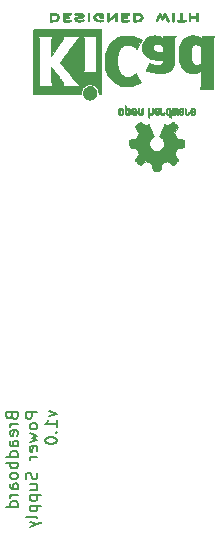
<source format=gbo>
G04 #@! TF.GenerationSoftware,KiCad,Pcbnew,(5.1.9)-1*
G04 #@! TF.CreationDate,2021-01-12T20:24:35-08:00*
G04 #@! TF.ProjectId,BreadboardPowerSupply,42726561-6462-46f6-9172-64506f776572,1*
G04 #@! TF.SameCoordinates,Original*
G04 #@! TF.FileFunction,Legend,Bot*
G04 #@! TF.FilePolarity,Positive*
%FSLAX46Y46*%
G04 Gerber Fmt 4.6, Leading zero omitted, Abs format (unit mm)*
G04 Created by KiCad (PCBNEW (5.1.9)-1) date 2021-01-12 20:24:35*
%MOMM*%
%LPD*%
G01*
G04 APERTURE LIST*
%ADD10C,0.150000*%
%ADD11C,0.010000*%
G04 APERTURE END LIST*
D10*
X103053571Y-117762928D02*
X103101190Y-117905785D01*
X103148809Y-117953404D01*
X103244047Y-118001023D01*
X103386904Y-118001023D01*
X103482142Y-117953404D01*
X103529761Y-117905785D01*
X103577380Y-117810547D01*
X103577380Y-117429595D01*
X102577380Y-117429595D01*
X102577380Y-117762928D01*
X102625000Y-117858166D01*
X102672619Y-117905785D01*
X102767857Y-117953404D01*
X102863095Y-117953404D01*
X102958333Y-117905785D01*
X103005952Y-117858166D01*
X103053571Y-117762928D01*
X103053571Y-117429595D01*
X103577380Y-118429595D02*
X102910714Y-118429595D01*
X103101190Y-118429595D02*
X103005952Y-118477214D01*
X102958333Y-118524833D01*
X102910714Y-118620071D01*
X102910714Y-118715309D01*
X103529761Y-119429595D02*
X103577380Y-119334357D01*
X103577380Y-119143880D01*
X103529761Y-119048642D01*
X103434523Y-119001023D01*
X103053571Y-119001023D01*
X102958333Y-119048642D01*
X102910714Y-119143880D01*
X102910714Y-119334357D01*
X102958333Y-119429595D01*
X103053571Y-119477214D01*
X103148809Y-119477214D01*
X103244047Y-119001023D01*
X103577380Y-120334357D02*
X103053571Y-120334357D01*
X102958333Y-120286738D01*
X102910714Y-120191500D01*
X102910714Y-120001023D01*
X102958333Y-119905785D01*
X103529761Y-120334357D02*
X103577380Y-120239119D01*
X103577380Y-120001023D01*
X103529761Y-119905785D01*
X103434523Y-119858166D01*
X103339285Y-119858166D01*
X103244047Y-119905785D01*
X103196428Y-120001023D01*
X103196428Y-120239119D01*
X103148809Y-120334357D01*
X103577380Y-121239119D02*
X102577380Y-121239119D01*
X103529761Y-121239119D02*
X103577380Y-121143880D01*
X103577380Y-120953404D01*
X103529761Y-120858166D01*
X103482142Y-120810547D01*
X103386904Y-120762928D01*
X103101190Y-120762928D01*
X103005952Y-120810547D01*
X102958333Y-120858166D01*
X102910714Y-120953404D01*
X102910714Y-121143880D01*
X102958333Y-121239119D01*
X103577380Y-121715309D02*
X102577380Y-121715309D01*
X102958333Y-121715309D02*
X102910714Y-121810547D01*
X102910714Y-122001023D01*
X102958333Y-122096261D01*
X103005952Y-122143880D01*
X103101190Y-122191500D01*
X103386904Y-122191500D01*
X103482142Y-122143880D01*
X103529761Y-122096261D01*
X103577380Y-122001023D01*
X103577380Y-121810547D01*
X103529761Y-121715309D01*
X103577380Y-122762928D02*
X103529761Y-122667690D01*
X103482142Y-122620071D01*
X103386904Y-122572452D01*
X103101190Y-122572452D01*
X103005952Y-122620071D01*
X102958333Y-122667690D01*
X102910714Y-122762928D01*
X102910714Y-122905785D01*
X102958333Y-123001023D01*
X103005952Y-123048642D01*
X103101190Y-123096261D01*
X103386904Y-123096261D01*
X103482142Y-123048642D01*
X103529761Y-123001023D01*
X103577380Y-122905785D01*
X103577380Y-122762928D01*
X103577380Y-123953404D02*
X103053571Y-123953404D01*
X102958333Y-123905785D01*
X102910714Y-123810547D01*
X102910714Y-123620071D01*
X102958333Y-123524833D01*
X103529761Y-123953404D02*
X103577380Y-123858166D01*
X103577380Y-123620071D01*
X103529761Y-123524833D01*
X103434523Y-123477214D01*
X103339285Y-123477214D01*
X103244047Y-123524833D01*
X103196428Y-123620071D01*
X103196428Y-123858166D01*
X103148809Y-123953404D01*
X103577380Y-124429595D02*
X102910714Y-124429595D01*
X103101190Y-124429595D02*
X103005952Y-124477214D01*
X102958333Y-124524833D01*
X102910714Y-124620071D01*
X102910714Y-124715309D01*
X103577380Y-125477214D02*
X102577380Y-125477214D01*
X103529761Y-125477214D02*
X103577380Y-125381976D01*
X103577380Y-125191500D01*
X103529761Y-125096261D01*
X103482142Y-125048642D01*
X103386904Y-125001023D01*
X103101190Y-125001023D01*
X103005952Y-125048642D01*
X102958333Y-125096261D01*
X102910714Y-125191500D01*
X102910714Y-125381976D01*
X102958333Y-125477214D01*
X105227380Y-117429595D02*
X104227380Y-117429595D01*
X104227380Y-117810547D01*
X104275000Y-117905785D01*
X104322619Y-117953404D01*
X104417857Y-118001023D01*
X104560714Y-118001023D01*
X104655952Y-117953404D01*
X104703571Y-117905785D01*
X104751190Y-117810547D01*
X104751190Y-117429595D01*
X105227380Y-118572452D02*
X105179761Y-118477214D01*
X105132142Y-118429595D01*
X105036904Y-118381976D01*
X104751190Y-118381976D01*
X104655952Y-118429595D01*
X104608333Y-118477214D01*
X104560714Y-118572452D01*
X104560714Y-118715309D01*
X104608333Y-118810547D01*
X104655952Y-118858166D01*
X104751190Y-118905785D01*
X105036904Y-118905785D01*
X105132142Y-118858166D01*
X105179761Y-118810547D01*
X105227380Y-118715309D01*
X105227380Y-118572452D01*
X104560714Y-119239119D02*
X105227380Y-119429595D01*
X104751190Y-119620071D01*
X105227380Y-119810547D01*
X104560714Y-120001023D01*
X105179761Y-120762928D02*
X105227380Y-120667690D01*
X105227380Y-120477214D01*
X105179761Y-120381976D01*
X105084523Y-120334357D01*
X104703571Y-120334357D01*
X104608333Y-120381976D01*
X104560714Y-120477214D01*
X104560714Y-120667690D01*
X104608333Y-120762928D01*
X104703571Y-120810547D01*
X104798809Y-120810547D01*
X104894047Y-120334357D01*
X105227380Y-121239119D02*
X104560714Y-121239119D01*
X104751190Y-121239119D02*
X104655952Y-121286738D01*
X104608333Y-121334357D01*
X104560714Y-121429595D01*
X104560714Y-121524833D01*
X105179761Y-122572452D02*
X105227380Y-122715309D01*
X105227380Y-122953404D01*
X105179761Y-123048642D01*
X105132142Y-123096261D01*
X105036904Y-123143880D01*
X104941666Y-123143880D01*
X104846428Y-123096261D01*
X104798809Y-123048642D01*
X104751190Y-122953404D01*
X104703571Y-122762928D01*
X104655952Y-122667690D01*
X104608333Y-122620071D01*
X104513095Y-122572452D01*
X104417857Y-122572452D01*
X104322619Y-122620071D01*
X104275000Y-122667690D01*
X104227380Y-122762928D01*
X104227380Y-123001023D01*
X104275000Y-123143880D01*
X104560714Y-124001023D02*
X105227380Y-124001023D01*
X104560714Y-123572452D02*
X105084523Y-123572452D01*
X105179761Y-123620071D01*
X105227380Y-123715309D01*
X105227380Y-123858166D01*
X105179761Y-123953404D01*
X105132142Y-124001023D01*
X104560714Y-124477214D02*
X105560714Y-124477214D01*
X104608333Y-124477214D02*
X104560714Y-124572452D01*
X104560714Y-124762928D01*
X104608333Y-124858166D01*
X104655952Y-124905785D01*
X104751190Y-124953404D01*
X105036904Y-124953404D01*
X105132142Y-124905785D01*
X105179761Y-124858166D01*
X105227380Y-124762928D01*
X105227380Y-124572452D01*
X105179761Y-124477214D01*
X104560714Y-125381976D02*
X105560714Y-125381976D01*
X104608333Y-125381976D02*
X104560714Y-125477214D01*
X104560714Y-125667690D01*
X104608333Y-125762928D01*
X104655952Y-125810547D01*
X104751190Y-125858166D01*
X105036904Y-125858166D01*
X105132142Y-125810547D01*
X105179761Y-125762928D01*
X105227380Y-125667690D01*
X105227380Y-125477214D01*
X105179761Y-125381976D01*
X105227380Y-126429595D02*
X105179761Y-126334357D01*
X105084523Y-126286738D01*
X104227380Y-126286738D01*
X104560714Y-126715309D02*
X105227380Y-126953404D01*
X104560714Y-127191500D02*
X105227380Y-126953404D01*
X105465476Y-126858166D01*
X105513095Y-126810547D01*
X105560714Y-126715309D01*
X106210714Y-117334357D02*
X106877380Y-117572452D01*
X106210714Y-117810547D01*
X106877380Y-118715309D02*
X106877380Y-118143880D01*
X106877380Y-118429595D02*
X105877380Y-118429595D01*
X106020238Y-118334357D01*
X106115476Y-118239119D01*
X106163095Y-118143880D01*
X106782142Y-119143880D02*
X106829761Y-119191500D01*
X106877380Y-119143880D01*
X106829761Y-119096261D01*
X106782142Y-119143880D01*
X106877380Y-119143880D01*
X105877380Y-119810547D02*
X105877380Y-119905785D01*
X105925000Y-120001023D01*
X105972619Y-120048642D01*
X106067857Y-120096261D01*
X106258333Y-120143880D01*
X106496428Y-120143880D01*
X106686904Y-120096261D01*
X106782142Y-120048642D01*
X106829761Y-120001023D01*
X106877380Y-119905785D01*
X106877380Y-119810547D01*
X106829761Y-119715309D01*
X106782142Y-119667690D01*
X106686904Y-119620071D01*
X106496428Y-119572452D01*
X106258333Y-119572452D01*
X106067857Y-119620071D01*
X105972619Y-119667690D01*
X105925000Y-119715309D01*
X105877380Y-119810547D01*
D11*
G04 #@! TO.C,REF\u002A\u002A*
G36*
X112915744Y-92314082D02*
G01*
X112971201Y-92286432D01*
X113020148Y-92235520D01*
X113033629Y-92216662D01*
X113048314Y-92191985D01*
X113057842Y-92165184D01*
X113063293Y-92129413D01*
X113065747Y-92077831D01*
X113066286Y-92009733D01*
X113063852Y-91916412D01*
X113055394Y-91846343D01*
X113039174Y-91794069D01*
X113013454Y-91754131D01*
X112976497Y-91721071D01*
X112973782Y-91719114D01*
X112937360Y-91699092D01*
X112893502Y-91689185D01*
X112837724Y-91686743D01*
X112747048Y-91686743D01*
X112747010Y-91598717D01*
X112746166Y-91549692D01*
X112741024Y-91520935D01*
X112727587Y-91503689D01*
X112701858Y-91489192D01*
X112695679Y-91486231D01*
X112666764Y-91472352D01*
X112644376Y-91463586D01*
X112627729Y-91462829D01*
X112616036Y-91472977D01*
X112608510Y-91496927D01*
X112604366Y-91537574D01*
X112602815Y-91597814D01*
X112603071Y-91680545D01*
X112604349Y-91788661D01*
X112604748Y-91821000D01*
X112606185Y-91932476D01*
X112607472Y-92005397D01*
X112746971Y-92005397D01*
X112747755Y-91943501D01*
X112751240Y-91903003D01*
X112759124Y-91876292D01*
X112773105Y-91855756D01*
X112782597Y-91845740D01*
X112821404Y-91816433D01*
X112855763Y-91814048D01*
X112891216Y-91838250D01*
X112892114Y-91839143D01*
X112906539Y-91857847D01*
X112915313Y-91883268D01*
X112919739Y-91922416D01*
X112921118Y-91982303D01*
X112921143Y-91995570D01*
X112917812Y-92078099D01*
X112906969Y-92135309D01*
X112887340Y-92170234D01*
X112857650Y-92185906D01*
X112840491Y-92187486D01*
X112799766Y-92180074D01*
X112771832Y-92155670D01*
X112755017Y-92111020D01*
X112747650Y-92042870D01*
X112746971Y-92005397D01*
X112607472Y-92005397D01*
X112607708Y-92018755D01*
X112609677Y-92083667D01*
X112612450Y-92131042D01*
X112616388Y-92164710D01*
X112621849Y-92188502D01*
X112629192Y-92206247D01*
X112638777Y-92221776D01*
X112642887Y-92227619D01*
X112697405Y-92282815D01*
X112766336Y-92314110D01*
X112846072Y-92322835D01*
X112915744Y-92314082D01*
G37*
X112915744Y-92314082D02*
X112971201Y-92286432D01*
X113020148Y-92235520D01*
X113033629Y-92216662D01*
X113048314Y-92191985D01*
X113057842Y-92165184D01*
X113063293Y-92129413D01*
X113065747Y-92077831D01*
X113066286Y-92009733D01*
X113063852Y-91916412D01*
X113055394Y-91846343D01*
X113039174Y-91794069D01*
X113013454Y-91754131D01*
X112976497Y-91721071D01*
X112973782Y-91719114D01*
X112937360Y-91699092D01*
X112893502Y-91689185D01*
X112837724Y-91686743D01*
X112747048Y-91686743D01*
X112747010Y-91598717D01*
X112746166Y-91549692D01*
X112741024Y-91520935D01*
X112727587Y-91503689D01*
X112701858Y-91489192D01*
X112695679Y-91486231D01*
X112666764Y-91472352D01*
X112644376Y-91463586D01*
X112627729Y-91462829D01*
X112616036Y-91472977D01*
X112608510Y-91496927D01*
X112604366Y-91537574D01*
X112602815Y-91597814D01*
X112603071Y-91680545D01*
X112604349Y-91788661D01*
X112604748Y-91821000D01*
X112606185Y-91932476D01*
X112607472Y-92005397D01*
X112746971Y-92005397D01*
X112747755Y-91943501D01*
X112751240Y-91903003D01*
X112759124Y-91876292D01*
X112773105Y-91855756D01*
X112782597Y-91845740D01*
X112821404Y-91816433D01*
X112855763Y-91814048D01*
X112891216Y-91838250D01*
X112892114Y-91839143D01*
X112906539Y-91857847D01*
X112915313Y-91883268D01*
X112919739Y-91922416D01*
X112921118Y-91982303D01*
X112921143Y-91995570D01*
X112917812Y-92078099D01*
X112906969Y-92135309D01*
X112887340Y-92170234D01*
X112857650Y-92185906D01*
X112840491Y-92187486D01*
X112799766Y-92180074D01*
X112771832Y-92155670D01*
X112755017Y-92111020D01*
X112747650Y-92042870D01*
X112746971Y-92005397D01*
X112607472Y-92005397D01*
X112607708Y-92018755D01*
X112609677Y-92083667D01*
X112612450Y-92131042D01*
X112616388Y-92164710D01*
X112621849Y-92188502D01*
X112629192Y-92206247D01*
X112638777Y-92221776D01*
X112642887Y-92227619D01*
X112697405Y-92282815D01*
X112766336Y-92314110D01*
X112846072Y-92322835D01*
X112915744Y-92314082D01*
G36*
X114032093Y-92306220D02*
G01*
X114078672Y-92279277D01*
X114111057Y-92252534D01*
X114134742Y-92224516D01*
X114151059Y-92190252D01*
X114161339Y-92144773D01*
X114166914Y-92083108D01*
X114169116Y-92000289D01*
X114169371Y-91940754D01*
X114169371Y-91721609D01*
X114107686Y-91693956D01*
X114046000Y-91666303D01*
X114038743Y-91906330D01*
X114035744Y-91995972D01*
X114032598Y-92061038D01*
X114028701Y-92105974D01*
X114023447Y-92135230D01*
X114016231Y-92153252D01*
X114006450Y-92164489D01*
X114003312Y-92166921D01*
X113955761Y-92185917D01*
X113907697Y-92178400D01*
X113879086Y-92158457D01*
X113867447Y-92144325D01*
X113859391Y-92125780D01*
X113854271Y-92097666D01*
X113851441Y-92054827D01*
X113850256Y-91992105D01*
X113850057Y-91926739D01*
X113850018Y-91844732D01*
X113848614Y-91786684D01*
X113843914Y-91747535D01*
X113833987Y-91722220D01*
X113816903Y-91705677D01*
X113790732Y-91692844D01*
X113755775Y-91679509D01*
X113717596Y-91664993D01*
X113722141Y-91922611D01*
X113723971Y-92015481D01*
X113726112Y-92084111D01*
X113729181Y-92133289D01*
X113733794Y-92167802D01*
X113740568Y-92192438D01*
X113750119Y-92211984D01*
X113761634Y-92229230D01*
X113817190Y-92284320D01*
X113884980Y-92316178D01*
X113958713Y-92323809D01*
X114032093Y-92306220D01*
G37*
X114032093Y-92306220D02*
X114078672Y-92279277D01*
X114111057Y-92252534D01*
X114134742Y-92224516D01*
X114151059Y-92190252D01*
X114161339Y-92144773D01*
X114166914Y-92083108D01*
X114169116Y-92000289D01*
X114169371Y-91940754D01*
X114169371Y-91721609D01*
X114107686Y-91693956D01*
X114046000Y-91666303D01*
X114038743Y-91906330D01*
X114035744Y-91995972D01*
X114032598Y-92061038D01*
X114028701Y-92105974D01*
X114023447Y-92135230D01*
X114016231Y-92153252D01*
X114006450Y-92164489D01*
X114003312Y-92166921D01*
X113955761Y-92185917D01*
X113907697Y-92178400D01*
X113879086Y-92158457D01*
X113867447Y-92144325D01*
X113859391Y-92125780D01*
X113854271Y-92097666D01*
X113851441Y-92054827D01*
X113850256Y-91992105D01*
X113850057Y-91926739D01*
X113850018Y-91844732D01*
X113848614Y-91786684D01*
X113843914Y-91747535D01*
X113833987Y-91722220D01*
X113816903Y-91705677D01*
X113790732Y-91692844D01*
X113755775Y-91679509D01*
X113717596Y-91664993D01*
X113722141Y-91922611D01*
X113723971Y-92015481D01*
X113726112Y-92084111D01*
X113729181Y-92133289D01*
X113733794Y-92167802D01*
X113740568Y-92192438D01*
X113750119Y-92211984D01*
X113761634Y-92229230D01*
X113817190Y-92284320D01*
X113884980Y-92316178D01*
X113958713Y-92323809D01*
X114032093Y-92306220D01*
G36*
X112357115Y-92312038D02*
G01*
X112425145Y-92276267D01*
X112475351Y-92218699D01*
X112493185Y-92181688D01*
X112507063Y-92126118D01*
X112514167Y-92055904D01*
X112514840Y-91979273D01*
X112509427Y-91904448D01*
X112498270Y-91839658D01*
X112481714Y-91793127D01*
X112476626Y-91785113D01*
X112416355Y-91725293D01*
X112344769Y-91689465D01*
X112267092Y-91678980D01*
X112188548Y-91695190D01*
X112166689Y-91704908D01*
X112124122Y-91734857D01*
X112086763Y-91774567D01*
X112083232Y-91779603D01*
X112068881Y-91803876D01*
X112059394Y-91829822D01*
X112053790Y-91863978D01*
X112051086Y-91912881D01*
X112050299Y-91983065D01*
X112050286Y-91998800D01*
X112050322Y-92003808D01*
X112195429Y-92003808D01*
X112196273Y-91937570D01*
X112199596Y-91893614D01*
X112206583Y-91865221D01*
X112218416Y-91845675D01*
X112224457Y-91839143D01*
X112259186Y-91814320D01*
X112292903Y-91815452D01*
X112326995Y-91836984D01*
X112347329Y-91859971D01*
X112359371Y-91893522D01*
X112366134Y-91946431D01*
X112366598Y-91952601D01*
X112367752Y-92048487D01*
X112355688Y-92119701D01*
X112330570Y-92165806D01*
X112292560Y-92186365D01*
X112278992Y-92187486D01*
X112243364Y-92181848D01*
X112218994Y-92162314D01*
X112204093Y-92124958D01*
X112196875Y-92065850D01*
X112195429Y-92003808D01*
X112050322Y-92003808D01*
X112050826Y-92073587D01*
X112053096Y-92125841D01*
X112058068Y-92162051D01*
X112066713Y-92188701D01*
X112080005Y-92212278D01*
X112082943Y-92216662D01*
X112132313Y-92275751D01*
X112186109Y-92310053D01*
X112251602Y-92323669D01*
X112273842Y-92324335D01*
X112357115Y-92312038D01*
G37*
X112357115Y-92312038D02*
X112425145Y-92276267D01*
X112475351Y-92218699D01*
X112493185Y-92181688D01*
X112507063Y-92126118D01*
X112514167Y-92055904D01*
X112514840Y-91979273D01*
X112509427Y-91904448D01*
X112498270Y-91839658D01*
X112481714Y-91793127D01*
X112476626Y-91785113D01*
X112416355Y-91725293D01*
X112344769Y-91689465D01*
X112267092Y-91678980D01*
X112188548Y-91695190D01*
X112166689Y-91704908D01*
X112124122Y-91734857D01*
X112086763Y-91774567D01*
X112083232Y-91779603D01*
X112068881Y-91803876D01*
X112059394Y-91829822D01*
X112053790Y-91863978D01*
X112051086Y-91912881D01*
X112050299Y-91983065D01*
X112050286Y-91998800D01*
X112050322Y-92003808D01*
X112195429Y-92003808D01*
X112196273Y-91937570D01*
X112199596Y-91893614D01*
X112206583Y-91865221D01*
X112218416Y-91845675D01*
X112224457Y-91839143D01*
X112259186Y-91814320D01*
X112292903Y-91815452D01*
X112326995Y-91836984D01*
X112347329Y-91859971D01*
X112359371Y-91893522D01*
X112366134Y-91946431D01*
X112366598Y-91952601D01*
X112367752Y-92048487D01*
X112355688Y-92119701D01*
X112330570Y-92165806D01*
X112292560Y-92186365D01*
X112278992Y-92187486D01*
X112243364Y-92181848D01*
X112218994Y-92162314D01*
X112204093Y-92124958D01*
X112196875Y-92065850D01*
X112195429Y-92003808D01*
X112050322Y-92003808D01*
X112050826Y-92073587D01*
X112053096Y-92125841D01*
X112058068Y-92162051D01*
X112066713Y-92188701D01*
X112080005Y-92212278D01*
X112082943Y-92216662D01*
X112132313Y-92275751D01*
X112186109Y-92310053D01*
X112251602Y-92323669D01*
X112273842Y-92324335D01*
X112357115Y-92312038D01*
G36*
X113484303Y-92302761D02*
G01*
X113541527Y-92264265D01*
X113585749Y-92208665D01*
X113612167Y-92137914D01*
X113617510Y-92085838D01*
X113616903Y-92064107D01*
X113611822Y-92047469D01*
X113597855Y-92032563D01*
X113570589Y-92016027D01*
X113525612Y-91994502D01*
X113458511Y-91964626D01*
X113458171Y-91964476D01*
X113396407Y-91936187D01*
X113345759Y-91911067D01*
X113311404Y-91891821D01*
X113298518Y-91881152D01*
X113298514Y-91881066D01*
X113309872Y-91857834D01*
X113336431Y-91832226D01*
X113366923Y-91813779D01*
X113382370Y-91810114D01*
X113424515Y-91822788D01*
X113460808Y-91854529D01*
X113478517Y-91889428D01*
X113495552Y-91915155D01*
X113528922Y-91944454D01*
X113568149Y-91969765D01*
X113602756Y-91983529D01*
X113609993Y-91984286D01*
X113618139Y-91971840D01*
X113618630Y-91940028D01*
X113612643Y-91897134D01*
X113601357Y-91851442D01*
X113585950Y-91811239D01*
X113585171Y-91809678D01*
X113538804Y-91744938D01*
X113478711Y-91700903D01*
X113410465Y-91679289D01*
X113339638Y-91681815D01*
X113271804Y-91710196D01*
X113268788Y-91712192D01*
X113215427Y-91760552D01*
X113180340Y-91823648D01*
X113160922Y-91906613D01*
X113158316Y-91929922D01*
X113153701Y-92039945D01*
X113159233Y-92091252D01*
X113298514Y-92091252D01*
X113300324Y-92059247D01*
X113310222Y-92049907D01*
X113334898Y-92056895D01*
X113373795Y-92073413D01*
X113417275Y-92094119D01*
X113418356Y-92094667D01*
X113455209Y-92114051D01*
X113470000Y-92126987D01*
X113466353Y-92140549D01*
X113450995Y-92158368D01*
X113411923Y-92184155D01*
X113369846Y-92186050D01*
X113332103Y-92167283D01*
X113306034Y-92131085D01*
X113298514Y-92091252D01*
X113159233Y-92091252D01*
X113163194Y-92127973D01*
X113187550Y-92197788D01*
X113221456Y-92246698D01*
X113282653Y-92296122D01*
X113350063Y-92320641D01*
X113418880Y-92322203D01*
X113484303Y-92302761D01*
G37*
X113484303Y-92302761D02*
X113541527Y-92264265D01*
X113585749Y-92208665D01*
X113612167Y-92137914D01*
X113617510Y-92085838D01*
X113616903Y-92064107D01*
X113611822Y-92047469D01*
X113597855Y-92032563D01*
X113570589Y-92016027D01*
X113525612Y-91994502D01*
X113458511Y-91964626D01*
X113458171Y-91964476D01*
X113396407Y-91936187D01*
X113345759Y-91911067D01*
X113311404Y-91891821D01*
X113298518Y-91881152D01*
X113298514Y-91881066D01*
X113309872Y-91857834D01*
X113336431Y-91832226D01*
X113366923Y-91813779D01*
X113382370Y-91810114D01*
X113424515Y-91822788D01*
X113460808Y-91854529D01*
X113478517Y-91889428D01*
X113495552Y-91915155D01*
X113528922Y-91944454D01*
X113568149Y-91969765D01*
X113602756Y-91983529D01*
X113609993Y-91984286D01*
X113618139Y-91971840D01*
X113618630Y-91940028D01*
X113612643Y-91897134D01*
X113601357Y-91851442D01*
X113585950Y-91811239D01*
X113585171Y-91809678D01*
X113538804Y-91744938D01*
X113478711Y-91700903D01*
X113410465Y-91679289D01*
X113339638Y-91681815D01*
X113271804Y-91710196D01*
X113268788Y-91712192D01*
X113215427Y-91760552D01*
X113180340Y-91823648D01*
X113160922Y-91906613D01*
X113158316Y-91929922D01*
X113153701Y-92039945D01*
X113159233Y-92091252D01*
X113298514Y-92091252D01*
X113300324Y-92059247D01*
X113310222Y-92049907D01*
X113334898Y-92056895D01*
X113373795Y-92073413D01*
X113417275Y-92094119D01*
X113418356Y-92094667D01*
X113455209Y-92114051D01*
X113470000Y-92126987D01*
X113466353Y-92140549D01*
X113450995Y-92158368D01*
X113411923Y-92184155D01*
X113369846Y-92186050D01*
X113332103Y-92167283D01*
X113306034Y-92131085D01*
X113298514Y-92091252D01*
X113159233Y-92091252D01*
X113163194Y-92127973D01*
X113187550Y-92197788D01*
X113221456Y-92246698D01*
X113282653Y-92296122D01*
X113350063Y-92320641D01*
X113418880Y-92322203D01*
X113484303Y-92302761D01*
G36*
X114691886Y-92382711D02*
G01*
X114696139Y-92323387D01*
X114701025Y-92288428D01*
X114707795Y-92273180D01*
X114717702Y-92272985D01*
X114720914Y-92274805D01*
X114763644Y-92287985D01*
X114819227Y-92287215D01*
X114875737Y-92273667D01*
X114911082Y-92256139D01*
X114947321Y-92228139D01*
X114973813Y-92196451D01*
X114991999Y-92156187D01*
X115003322Y-92102457D01*
X115009222Y-92030374D01*
X115011143Y-91935049D01*
X115011177Y-91916763D01*
X115011200Y-91711354D01*
X114965491Y-91695420D01*
X114933027Y-91684580D01*
X114915215Y-91679532D01*
X114914691Y-91679486D01*
X114912937Y-91693172D01*
X114911444Y-91730924D01*
X114910326Y-91787776D01*
X114909697Y-91858766D01*
X114909600Y-91901927D01*
X114909398Y-91987027D01*
X114908358Y-92048019D01*
X114905831Y-92089823D01*
X114901164Y-92117358D01*
X114893707Y-92135544D01*
X114882811Y-92149302D01*
X114876007Y-92155927D01*
X114829272Y-92182625D01*
X114778272Y-92184625D01*
X114732001Y-92162045D01*
X114723444Y-92153893D01*
X114710893Y-92138564D01*
X114702188Y-92120382D01*
X114696631Y-92094091D01*
X114693526Y-92054438D01*
X114692176Y-91996168D01*
X114691886Y-91915827D01*
X114691886Y-91711354D01*
X114646177Y-91695420D01*
X114613713Y-91684580D01*
X114595901Y-91679532D01*
X114595377Y-91679486D01*
X114594037Y-91693377D01*
X114592828Y-91732561D01*
X114591801Y-91793300D01*
X114591002Y-91871859D01*
X114590481Y-91964502D01*
X114590286Y-92067491D01*
X114590286Y-92464658D01*
X114637457Y-92484556D01*
X114684629Y-92504453D01*
X114691886Y-92382711D01*
G37*
X114691886Y-92382711D02*
X114696139Y-92323387D01*
X114701025Y-92288428D01*
X114707795Y-92273180D01*
X114717702Y-92272985D01*
X114720914Y-92274805D01*
X114763644Y-92287985D01*
X114819227Y-92287215D01*
X114875737Y-92273667D01*
X114911082Y-92256139D01*
X114947321Y-92228139D01*
X114973813Y-92196451D01*
X114991999Y-92156187D01*
X115003322Y-92102457D01*
X115009222Y-92030374D01*
X115011143Y-91935049D01*
X115011177Y-91916763D01*
X115011200Y-91711354D01*
X114965491Y-91695420D01*
X114933027Y-91684580D01*
X114915215Y-91679532D01*
X114914691Y-91679486D01*
X114912937Y-91693172D01*
X114911444Y-91730924D01*
X114910326Y-91787776D01*
X114909697Y-91858766D01*
X114909600Y-91901927D01*
X114909398Y-91987027D01*
X114908358Y-92048019D01*
X114905831Y-92089823D01*
X114901164Y-92117358D01*
X114893707Y-92135544D01*
X114882811Y-92149302D01*
X114876007Y-92155927D01*
X114829272Y-92182625D01*
X114778272Y-92184625D01*
X114732001Y-92162045D01*
X114723444Y-92153893D01*
X114710893Y-92138564D01*
X114702188Y-92120382D01*
X114696631Y-92094091D01*
X114693526Y-92054438D01*
X114692176Y-91996168D01*
X114691886Y-91915827D01*
X114691886Y-91711354D01*
X114646177Y-91695420D01*
X114613713Y-91684580D01*
X114595901Y-91679532D01*
X114595377Y-91679486D01*
X114594037Y-91693377D01*
X114592828Y-91732561D01*
X114591801Y-91793300D01*
X114591002Y-91871859D01*
X114590481Y-91964502D01*
X114590286Y-92067491D01*
X114590286Y-92464658D01*
X114637457Y-92484556D01*
X114684629Y-92504453D01*
X114691886Y-92382711D01*
G36*
X115355744Y-92283032D02*
G01*
X115412616Y-92261913D01*
X115413267Y-92261507D01*
X115448440Y-92235620D01*
X115474407Y-92205367D01*
X115492670Y-92165942D01*
X115504732Y-92112538D01*
X115512096Y-92040349D01*
X115516264Y-91944568D01*
X115516629Y-91930922D01*
X115521876Y-91725158D01*
X115477716Y-91702322D01*
X115445763Y-91686890D01*
X115426470Y-91679577D01*
X115425578Y-91679486D01*
X115422239Y-91692978D01*
X115419587Y-91729374D01*
X115417956Y-91782548D01*
X115417600Y-91825607D01*
X115417592Y-91895359D01*
X115414403Y-91939163D01*
X115403288Y-91960056D01*
X115379501Y-91961075D01*
X115338296Y-91945259D01*
X115276086Y-91916185D01*
X115230341Y-91892037D01*
X115206813Y-91871087D01*
X115199896Y-91848253D01*
X115199886Y-91847123D01*
X115211299Y-91807788D01*
X115245092Y-91786538D01*
X115296809Y-91783461D01*
X115334061Y-91783994D01*
X115353703Y-91773265D01*
X115365952Y-91747495D01*
X115373002Y-91714663D01*
X115362842Y-91696034D01*
X115359017Y-91693368D01*
X115323001Y-91682660D01*
X115272566Y-91681144D01*
X115220626Y-91688241D01*
X115183822Y-91701212D01*
X115132938Y-91744415D01*
X115104014Y-91804554D01*
X115098286Y-91851538D01*
X115102657Y-91893918D01*
X115118475Y-91928512D01*
X115149797Y-91959237D01*
X115200678Y-91990010D01*
X115275176Y-92024748D01*
X115279714Y-92026712D01*
X115346821Y-92057713D01*
X115388232Y-92083138D01*
X115405981Y-92105986D01*
X115402107Y-92129255D01*
X115378643Y-92155944D01*
X115371627Y-92162086D01*
X115324630Y-92185900D01*
X115275933Y-92184897D01*
X115233522Y-92161549D01*
X115205384Y-92118325D01*
X115202769Y-92109840D01*
X115177308Y-92068692D01*
X115145001Y-92048872D01*
X115098286Y-92029230D01*
X115098286Y-92080050D01*
X115112496Y-92153918D01*
X115154675Y-92221673D01*
X115176624Y-92244339D01*
X115226517Y-92273431D01*
X115289967Y-92286600D01*
X115355744Y-92283032D01*
G37*
X115355744Y-92283032D02*
X115412616Y-92261913D01*
X115413267Y-92261507D01*
X115448440Y-92235620D01*
X115474407Y-92205367D01*
X115492670Y-92165942D01*
X115504732Y-92112538D01*
X115512096Y-92040349D01*
X115516264Y-91944568D01*
X115516629Y-91930922D01*
X115521876Y-91725158D01*
X115477716Y-91702322D01*
X115445763Y-91686890D01*
X115426470Y-91679577D01*
X115425578Y-91679486D01*
X115422239Y-91692978D01*
X115419587Y-91729374D01*
X115417956Y-91782548D01*
X115417600Y-91825607D01*
X115417592Y-91895359D01*
X115414403Y-91939163D01*
X115403288Y-91960056D01*
X115379501Y-91961075D01*
X115338296Y-91945259D01*
X115276086Y-91916185D01*
X115230341Y-91892037D01*
X115206813Y-91871087D01*
X115199896Y-91848253D01*
X115199886Y-91847123D01*
X115211299Y-91807788D01*
X115245092Y-91786538D01*
X115296809Y-91783461D01*
X115334061Y-91783994D01*
X115353703Y-91773265D01*
X115365952Y-91747495D01*
X115373002Y-91714663D01*
X115362842Y-91696034D01*
X115359017Y-91693368D01*
X115323001Y-91682660D01*
X115272566Y-91681144D01*
X115220626Y-91688241D01*
X115183822Y-91701212D01*
X115132938Y-91744415D01*
X115104014Y-91804554D01*
X115098286Y-91851538D01*
X115102657Y-91893918D01*
X115118475Y-91928512D01*
X115149797Y-91959237D01*
X115200678Y-91990010D01*
X115275176Y-92024748D01*
X115279714Y-92026712D01*
X115346821Y-92057713D01*
X115388232Y-92083138D01*
X115405981Y-92105986D01*
X115402107Y-92129255D01*
X115378643Y-92155944D01*
X115371627Y-92162086D01*
X115324630Y-92185900D01*
X115275933Y-92184897D01*
X115233522Y-92161549D01*
X115205384Y-92118325D01*
X115202769Y-92109840D01*
X115177308Y-92068692D01*
X115145001Y-92048872D01*
X115098286Y-92029230D01*
X115098286Y-92080050D01*
X115112496Y-92153918D01*
X115154675Y-92221673D01*
X115176624Y-92244339D01*
X115226517Y-92273431D01*
X115289967Y-92286600D01*
X115355744Y-92283032D01*
G36*
X115845926Y-92284245D02*
G01*
X115911858Y-92259916D01*
X115965273Y-92216883D01*
X115986164Y-92186591D01*
X116008939Y-92131006D01*
X116008466Y-92090814D01*
X115984562Y-92063783D01*
X115975717Y-92059187D01*
X115937530Y-92044856D01*
X115918028Y-92048528D01*
X115911422Y-92072593D01*
X115911086Y-92085886D01*
X115898992Y-92134790D01*
X115867471Y-92169001D01*
X115823659Y-92185524D01*
X115774695Y-92181366D01*
X115734894Y-92159773D01*
X115721450Y-92147456D01*
X115711921Y-92132513D01*
X115705485Y-92109925D01*
X115701317Y-92074672D01*
X115698597Y-92021734D01*
X115696502Y-91946093D01*
X115695960Y-91922143D01*
X115693981Y-91840210D01*
X115691731Y-91782545D01*
X115688357Y-91744392D01*
X115683006Y-91720996D01*
X115674824Y-91707602D01*
X115662959Y-91699455D01*
X115655362Y-91695856D01*
X115623102Y-91683548D01*
X115604111Y-91679486D01*
X115597836Y-91693052D01*
X115594006Y-91734066D01*
X115592600Y-91803001D01*
X115593598Y-91900331D01*
X115593908Y-91915343D01*
X115596101Y-92004141D01*
X115598693Y-92068981D01*
X115602382Y-92114933D01*
X115607864Y-92147065D01*
X115615835Y-92170447D01*
X115626993Y-92190148D01*
X115632830Y-92198590D01*
X115666296Y-92235943D01*
X115703727Y-92264997D01*
X115708309Y-92267533D01*
X115775426Y-92287557D01*
X115845926Y-92284245D01*
G37*
X115845926Y-92284245D02*
X115911858Y-92259916D01*
X115965273Y-92216883D01*
X115986164Y-92186591D01*
X116008939Y-92131006D01*
X116008466Y-92090814D01*
X115984562Y-92063783D01*
X115975717Y-92059187D01*
X115937530Y-92044856D01*
X115918028Y-92048528D01*
X115911422Y-92072593D01*
X115911086Y-92085886D01*
X115898992Y-92134790D01*
X115867471Y-92169001D01*
X115823659Y-92185524D01*
X115774695Y-92181366D01*
X115734894Y-92159773D01*
X115721450Y-92147456D01*
X115711921Y-92132513D01*
X115705485Y-92109925D01*
X115701317Y-92074672D01*
X115698597Y-92021734D01*
X115696502Y-91946093D01*
X115695960Y-91922143D01*
X115693981Y-91840210D01*
X115691731Y-91782545D01*
X115688357Y-91744392D01*
X115683006Y-91720996D01*
X115674824Y-91707602D01*
X115662959Y-91699455D01*
X115655362Y-91695856D01*
X115623102Y-91683548D01*
X115604111Y-91679486D01*
X115597836Y-91693052D01*
X115594006Y-91734066D01*
X115592600Y-91803001D01*
X115593598Y-91900331D01*
X115593908Y-91915343D01*
X115596101Y-92004141D01*
X115598693Y-92068981D01*
X115602382Y-92114933D01*
X115607864Y-92147065D01*
X115615835Y-92170447D01*
X115626993Y-92190148D01*
X115632830Y-92198590D01*
X115666296Y-92235943D01*
X115703727Y-92264997D01*
X115708309Y-92267533D01*
X115775426Y-92287557D01*
X115845926Y-92284245D01*
G36*
X116506117Y-92168642D02*
G01*
X116505933Y-92060163D01*
X116505219Y-91976713D01*
X116503675Y-91914296D01*
X116501001Y-91868915D01*
X116496894Y-91836571D01*
X116491055Y-91813267D01*
X116483182Y-91795005D01*
X116477221Y-91784582D01*
X116427855Y-91728055D01*
X116365264Y-91692623D01*
X116296013Y-91679910D01*
X116226668Y-91691537D01*
X116185375Y-91712432D01*
X116142025Y-91748578D01*
X116112481Y-91792724D01*
X116094655Y-91850538D01*
X116086463Y-91927687D01*
X116085302Y-91984286D01*
X116085458Y-91988353D01*
X116186857Y-91988353D01*
X116187476Y-91923450D01*
X116190314Y-91880486D01*
X116196840Y-91852378D01*
X116208523Y-91832047D01*
X116222483Y-91816712D01*
X116269365Y-91787110D01*
X116319701Y-91784581D01*
X116367276Y-91809295D01*
X116370979Y-91812644D01*
X116386783Y-91830065D01*
X116396693Y-91850791D01*
X116402058Y-91881638D01*
X116404228Y-91929423D01*
X116404571Y-91982252D01*
X116403827Y-92048619D01*
X116400748Y-92092894D01*
X116394061Y-92121991D01*
X116382496Y-92142827D01*
X116373013Y-92153893D01*
X116328960Y-92181802D01*
X116278224Y-92185157D01*
X116229796Y-92163841D01*
X116220450Y-92155927D01*
X116204540Y-92138353D01*
X116194610Y-92117413D01*
X116189278Y-92086218D01*
X116187163Y-92037878D01*
X116186857Y-91988353D01*
X116085458Y-91988353D01*
X116088810Y-92075432D01*
X116100726Y-92143914D01*
X116123135Y-92195400D01*
X116158124Y-92235557D01*
X116185375Y-92256139D01*
X116234907Y-92278375D01*
X116292316Y-92288696D01*
X116345682Y-92285933D01*
X116375543Y-92274788D01*
X116387261Y-92271617D01*
X116395037Y-92283443D01*
X116400465Y-92315134D01*
X116404571Y-92363407D01*
X116409067Y-92417171D01*
X116415313Y-92449518D01*
X116426676Y-92468015D01*
X116446528Y-92480230D01*
X116459000Y-92485638D01*
X116506171Y-92505399D01*
X116506117Y-92168642D01*
G37*
X116506117Y-92168642D02*
X116505933Y-92060163D01*
X116505219Y-91976713D01*
X116503675Y-91914296D01*
X116501001Y-91868915D01*
X116496894Y-91836571D01*
X116491055Y-91813267D01*
X116483182Y-91795005D01*
X116477221Y-91784582D01*
X116427855Y-91728055D01*
X116365264Y-91692623D01*
X116296013Y-91679910D01*
X116226668Y-91691537D01*
X116185375Y-91712432D01*
X116142025Y-91748578D01*
X116112481Y-91792724D01*
X116094655Y-91850538D01*
X116086463Y-91927687D01*
X116085302Y-91984286D01*
X116085458Y-91988353D01*
X116186857Y-91988353D01*
X116187476Y-91923450D01*
X116190314Y-91880486D01*
X116196840Y-91852378D01*
X116208523Y-91832047D01*
X116222483Y-91816712D01*
X116269365Y-91787110D01*
X116319701Y-91784581D01*
X116367276Y-91809295D01*
X116370979Y-91812644D01*
X116386783Y-91830065D01*
X116396693Y-91850791D01*
X116402058Y-91881638D01*
X116404228Y-91929423D01*
X116404571Y-91982252D01*
X116403827Y-92048619D01*
X116400748Y-92092894D01*
X116394061Y-92121991D01*
X116382496Y-92142827D01*
X116373013Y-92153893D01*
X116328960Y-92181802D01*
X116278224Y-92185157D01*
X116229796Y-92163841D01*
X116220450Y-92155927D01*
X116204540Y-92138353D01*
X116194610Y-92117413D01*
X116189278Y-92086218D01*
X116187163Y-92037878D01*
X116186857Y-91988353D01*
X116085458Y-91988353D01*
X116088810Y-92075432D01*
X116100726Y-92143914D01*
X116123135Y-92195400D01*
X116158124Y-92235557D01*
X116185375Y-92256139D01*
X116234907Y-92278375D01*
X116292316Y-92288696D01*
X116345682Y-92285933D01*
X116375543Y-92274788D01*
X116387261Y-92271617D01*
X116395037Y-92283443D01*
X116400465Y-92315134D01*
X116404571Y-92363407D01*
X116409067Y-92417171D01*
X116415313Y-92449518D01*
X116426676Y-92468015D01*
X116446528Y-92480230D01*
X116459000Y-92485638D01*
X116506171Y-92505399D01*
X116506117Y-92168642D01*
G36*
X117095833Y-92275337D02*
G01*
X117098048Y-92237150D01*
X117099784Y-92179114D01*
X117100899Y-92105820D01*
X117101257Y-92028945D01*
X117101257Y-91768804D01*
X117055326Y-91722873D01*
X117023675Y-91694571D01*
X116995890Y-91683107D01*
X116957915Y-91683832D01*
X116942840Y-91685679D01*
X116895726Y-91691052D01*
X116856756Y-91694131D01*
X116847257Y-91694415D01*
X116815233Y-91692555D01*
X116769432Y-91687886D01*
X116751674Y-91685679D01*
X116708057Y-91682265D01*
X116678745Y-91689680D01*
X116649680Y-91712573D01*
X116639188Y-91722873D01*
X116593257Y-91768804D01*
X116593257Y-92255398D01*
X116630226Y-92272242D01*
X116662059Y-92284718D01*
X116680683Y-92289086D01*
X116685458Y-92275282D01*
X116689921Y-92236714D01*
X116693775Y-92177644D01*
X116696722Y-92102337D01*
X116698143Y-92038714D01*
X116702114Y-91788343D01*
X116736759Y-91783444D01*
X116768268Y-91786869D01*
X116783708Y-91797959D01*
X116788023Y-91818692D01*
X116791708Y-91862855D01*
X116794469Y-91924854D01*
X116796012Y-91999091D01*
X116796235Y-92037294D01*
X116796457Y-92257217D01*
X116842166Y-92273151D01*
X116874518Y-92283985D01*
X116892115Y-92289038D01*
X116892623Y-92289086D01*
X116894388Y-92275352D01*
X116896329Y-92237270D01*
X116898282Y-92179518D01*
X116900084Y-92106773D01*
X116901343Y-92038714D01*
X116905314Y-91788343D01*
X116992400Y-91788343D01*
X116996396Y-92016760D01*
X117000392Y-92245178D01*
X117042847Y-92267132D01*
X117074192Y-92282207D01*
X117092744Y-92289049D01*
X117093279Y-92289086D01*
X117095833Y-92275337D01*
G37*
X117095833Y-92275337D02*
X117098048Y-92237150D01*
X117099784Y-92179114D01*
X117100899Y-92105820D01*
X117101257Y-92028945D01*
X117101257Y-91768804D01*
X117055326Y-91722873D01*
X117023675Y-91694571D01*
X116995890Y-91683107D01*
X116957915Y-91683832D01*
X116942840Y-91685679D01*
X116895726Y-91691052D01*
X116856756Y-91694131D01*
X116847257Y-91694415D01*
X116815233Y-91692555D01*
X116769432Y-91687886D01*
X116751674Y-91685679D01*
X116708057Y-91682265D01*
X116678745Y-91689680D01*
X116649680Y-91712573D01*
X116639188Y-91722873D01*
X116593257Y-91768804D01*
X116593257Y-92255398D01*
X116630226Y-92272242D01*
X116662059Y-92284718D01*
X116680683Y-92289086D01*
X116685458Y-92275282D01*
X116689921Y-92236714D01*
X116693775Y-92177644D01*
X116696722Y-92102337D01*
X116698143Y-92038714D01*
X116702114Y-91788343D01*
X116736759Y-91783444D01*
X116768268Y-91786869D01*
X116783708Y-91797959D01*
X116788023Y-91818692D01*
X116791708Y-91862855D01*
X116794469Y-91924854D01*
X116796012Y-91999091D01*
X116796235Y-92037294D01*
X116796457Y-92257217D01*
X116842166Y-92273151D01*
X116874518Y-92283985D01*
X116892115Y-92289038D01*
X116892623Y-92289086D01*
X116894388Y-92275352D01*
X116896329Y-92237270D01*
X116898282Y-92179518D01*
X116900084Y-92106773D01*
X116901343Y-92038714D01*
X116905314Y-91788343D01*
X116992400Y-91788343D01*
X116996396Y-92016760D01*
X117000392Y-92245178D01*
X117042847Y-92267132D01*
X117074192Y-92282207D01*
X117092744Y-92289049D01*
X117093279Y-92289086D01*
X117095833Y-92275337D01*
G36*
X117460876Y-92277665D02*
G01*
X117502667Y-92258656D01*
X117535469Y-92235622D01*
X117559503Y-92209867D01*
X117576097Y-92176642D01*
X117586577Y-92131200D01*
X117592271Y-92068793D01*
X117594507Y-91984673D01*
X117594743Y-91929279D01*
X117594743Y-91713174D01*
X117557774Y-91696330D01*
X117528656Y-91684019D01*
X117514231Y-91679486D01*
X117511472Y-91692975D01*
X117509282Y-91729347D01*
X117507942Y-91782458D01*
X117507657Y-91824628D01*
X117506434Y-91885553D01*
X117503136Y-91933885D01*
X117498321Y-91963482D01*
X117494496Y-91969771D01*
X117468783Y-91963348D01*
X117428418Y-91946875D01*
X117381679Y-91924542D01*
X117336845Y-91900543D01*
X117302193Y-91879070D01*
X117286002Y-91864315D01*
X117285938Y-91864155D01*
X117287330Y-91836848D01*
X117299818Y-91810781D01*
X117321743Y-91789608D01*
X117353743Y-91782526D01*
X117381092Y-91783351D01*
X117419826Y-91783958D01*
X117440158Y-91774884D01*
X117452369Y-91750908D01*
X117453909Y-91746387D01*
X117459203Y-91712194D01*
X117445047Y-91691432D01*
X117408148Y-91681538D01*
X117368289Y-91679708D01*
X117296562Y-91693273D01*
X117259432Y-91712645D01*
X117213576Y-91758155D01*
X117189256Y-91814017D01*
X117187073Y-91873043D01*
X117207629Y-91928047D01*
X117238549Y-91962514D01*
X117269420Y-91981811D01*
X117317942Y-92006241D01*
X117374485Y-92031015D01*
X117383910Y-92034801D01*
X117446019Y-92062209D01*
X117481822Y-92086366D01*
X117493337Y-92110381D01*
X117482580Y-92137365D01*
X117464114Y-92158457D01*
X117420469Y-92184428D01*
X117372446Y-92186376D01*
X117328406Y-92166363D01*
X117296709Y-92126449D01*
X117292549Y-92116152D01*
X117268327Y-92078276D01*
X117232965Y-92050158D01*
X117188343Y-92027083D01*
X117188343Y-92092515D01*
X117190969Y-92132494D01*
X117202230Y-92164003D01*
X117227199Y-92197622D01*
X117251169Y-92223516D01*
X117288441Y-92260183D01*
X117317401Y-92279879D01*
X117348505Y-92287780D01*
X117383713Y-92289086D01*
X117460876Y-92277665D01*
G37*
X117460876Y-92277665D02*
X117502667Y-92258656D01*
X117535469Y-92235622D01*
X117559503Y-92209867D01*
X117576097Y-92176642D01*
X117586577Y-92131200D01*
X117592271Y-92068793D01*
X117594507Y-91984673D01*
X117594743Y-91929279D01*
X117594743Y-91713174D01*
X117557774Y-91696330D01*
X117528656Y-91684019D01*
X117514231Y-91679486D01*
X117511472Y-91692975D01*
X117509282Y-91729347D01*
X117507942Y-91782458D01*
X117507657Y-91824628D01*
X117506434Y-91885553D01*
X117503136Y-91933885D01*
X117498321Y-91963482D01*
X117494496Y-91969771D01*
X117468783Y-91963348D01*
X117428418Y-91946875D01*
X117381679Y-91924542D01*
X117336845Y-91900543D01*
X117302193Y-91879070D01*
X117286002Y-91864315D01*
X117285938Y-91864155D01*
X117287330Y-91836848D01*
X117299818Y-91810781D01*
X117321743Y-91789608D01*
X117353743Y-91782526D01*
X117381092Y-91783351D01*
X117419826Y-91783958D01*
X117440158Y-91774884D01*
X117452369Y-91750908D01*
X117453909Y-91746387D01*
X117459203Y-91712194D01*
X117445047Y-91691432D01*
X117408148Y-91681538D01*
X117368289Y-91679708D01*
X117296562Y-91693273D01*
X117259432Y-91712645D01*
X117213576Y-91758155D01*
X117189256Y-91814017D01*
X117187073Y-91873043D01*
X117207629Y-91928047D01*
X117238549Y-91962514D01*
X117269420Y-91981811D01*
X117317942Y-92006241D01*
X117374485Y-92031015D01*
X117383910Y-92034801D01*
X117446019Y-92062209D01*
X117481822Y-92086366D01*
X117493337Y-92110381D01*
X117482580Y-92137365D01*
X117464114Y-92158457D01*
X117420469Y-92184428D01*
X117372446Y-92186376D01*
X117328406Y-92166363D01*
X117296709Y-92126449D01*
X117292549Y-92116152D01*
X117268327Y-92078276D01*
X117232965Y-92050158D01*
X117188343Y-92027083D01*
X117188343Y-92092515D01*
X117190969Y-92132494D01*
X117202230Y-92164003D01*
X117227199Y-92197622D01*
X117251169Y-92223516D01*
X117288441Y-92260183D01*
X117317401Y-92279879D01*
X117348505Y-92287780D01*
X117383713Y-92289086D01*
X117460876Y-92277665D01*
G36*
X117968600Y-92275248D02*
G01*
X117985948Y-92267666D01*
X118027356Y-92234872D01*
X118062765Y-92187453D01*
X118084664Y-92136849D01*
X118088229Y-92111902D01*
X118076279Y-92077073D01*
X118050067Y-92058643D01*
X118021964Y-92047484D01*
X118009095Y-92045428D01*
X118002829Y-92060351D01*
X117990456Y-92092825D01*
X117985028Y-92107498D01*
X117954590Y-92158256D01*
X117910520Y-92183573D01*
X117854010Y-92182794D01*
X117849825Y-92181797D01*
X117819655Y-92167493D01*
X117797476Y-92139607D01*
X117782327Y-92094713D01*
X117773250Y-92029385D01*
X117769286Y-91940196D01*
X117768914Y-91892739D01*
X117768730Y-91817929D01*
X117767522Y-91766931D01*
X117764309Y-91734529D01*
X117758109Y-91715505D01*
X117747940Y-91704644D01*
X117732819Y-91696728D01*
X117731946Y-91696330D01*
X117702828Y-91684019D01*
X117688403Y-91679486D01*
X117686186Y-91693191D01*
X117684289Y-91731075D01*
X117682847Y-91788285D01*
X117681998Y-91859973D01*
X117681829Y-91912435D01*
X117682692Y-92013953D01*
X117686070Y-92090968D01*
X117693142Y-92147977D01*
X117705088Y-92189474D01*
X117723090Y-92219957D01*
X117748327Y-92243920D01*
X117773247Y-92260645D01*
X117833171Y-92282903D01*
X117902911Y-92287924D01*
X117968600Y-92275248D01*
G37*
X117968600Y-92275248D02*
X117985948Y-92267666D01*
X118027356Y-92234872D01*
X118062765Y-92187453D01*
X118084664Y-92136849D01*
X118088229Y-92111902D01*
X118076279Y-92077073D01*
X118050067Y-92058643D01*
X118021964Y-92047484D01*
X118009095Y-92045428D01*
X118002829Y-92060351D01*
X117990456Y-92092825D01*
X117985028Y-92107498D01*
X117954590Y-92158256D01*
X117910520Y-92183573D01*
X117854010Y-92182794D01*
X117849825Y-92181797D01*
X117819655Y-92167493D01*
X117797476Y-92139607D01*
X117782327Y-92094713D01*
X117773250Y-92029385D01*
X117769286Y-91940196D01*
X117768914Y-91892739D01*
X117768730Y-91817929D01*
X117767522Y-91766931D01*
X117764309Y-91734529D01*
X117758109Y-91715505D01*
X117747940Y-91704644D01*
X117732819Y-91696728D01*
X117731946Y-91696330D01*
X117702828Y-91684019D01*
X117688403Y-91679486D01*
X117686186Y-91693191D01*
X117684289Y-91731075D01*
X117682847Y-91788285D01*
X117681998Y-91859973D01*
X117681829Y-91912435D01*
X117682692Y-92013953D01*
X117686070Y-92090968D01*
X117693142Y-92147977D01*
X117705088Y-92189474D01*
X117723090Y-92219957D01*
X117748327Y-92243920D01*
X117773247Y-92260645D01*
X117833171Y-92282903D01*
X117902911Y-92287924D01*
X117968600Y-92275248D01*
G36*
X118469595Y-92267034D02*
G01*
X118527021Y-92229503D01*
X118554719Y-92195904D01*
X118576662Y-92134936D01*
X118578405Y-92086692D01*
X118574457Y-92022184D01*
X118425686Y-91957066D01*
X118353349Y-91923798D01*
X118306084Y-91897036D01*
X118281507Y-91873856D01*
X118277237Y-91851333D01*
X118290889Y-91826545D01*
X118305943Y-91810114D01*
X118349746Y-91783765D01*
X118397389Y-91781919D01*
X118441145Y-91802454D01*
X118473289Y-91843248D01*
X118479038Y-91857653D01*
X118506576Y-91902644D01*
X118538258Y-91921818D01*
X118581714Y-91938221D01*
X118581714Y-91876034D01*
X118577872Y-91833717D01*
X118562823Y-91798031D01*
X118531280Y-91757057D01*
X118526592Y-91751733D01*
X118491506Y-91715280D01*
X118461347Y-91695717D01*
X118423615Y-91686717D01*
X118392335Y-91683770D01*
X118336385Y-91683035D01*
X118296555Y-91692340D01*
X118271708Y-91706154D01*
X118232656Y-91736533D01*
X118205625Y-91769387D01*
X118188517Y-91810706D01*
X118179238Y-91866479D01*
X118175693Y-91942695D01*
X118175410Y-91981378D01*
X118176372Y-92027753D01*
X118264007Y-92027753D01*
X118265023Y-92002874D01*
X118267556Y-91998800D01*
X118284274Y-92004335D01*
X118320249Y-92018983D01*
X118368331Y-92039810D01*
X118378386Y-92044286D01*
X118439152Y-92075186D01*
X118472632Y-92102343D01*
X118479990Y-92127780D01*
X118462391Y-92153519D01*
X118447856Y-92164891D01*
X118395410Y-92187636D01*
X118346322Y-92183878D01*
X118305227Y-92156116D01*
X118276758Y-92106848D01*
X118267631Y-92067743D01*
X118264007Y-92027753D01*
X118176372Y-92027753D01*
X118177285Y-92071751D01*
X118184196Y-92138616D01*
X118197884Y-92187305D01*
X118220096Y-92223151D01*
X118252574Y-92251487D01*
X118266733Y-92260645D01*
X118331053Y-92284493D01*
X118401473Y-92285994D01*
X118469595Y-92267034D01*
G37*
X118469595Y-92267034D02*
X118527021Y-92229503D01*
X118554719Y-92195904D01*
X118576662Y-92134936D01*
X118578405Y-92086692D01*
X118574457Y-92022184D01*
X118425686Y-91957066D01*
X118353349Y-91923798D01*
X118306084Y-91897036D01*
X118281507Y-91873856D01*
X118277237Y-91851333D01*
X118290889Y-91826545D01*
X118305943Y-91810114D01*
X118349746Y-91783765D01*
X118397389Y-91781919D01*
X118441145Y-91802454D01*
X118473289Y-91843248D01*
X118479038Y-91857653D01*
X118506576Y-91902644D01*
X118538258Y-91921818D01*
X118581714Y-91938221D01*
X118581714Y-91876034D01*
X118577872Y-91833717D01*
X118562823Y-91798031D01*
X118531280Y-91757057D01*
X118526592Y-91751733D01*
X118491506Y-91715280D01*
X118461347Y-91695717D01*
X118423615Y-91686717D01*
X118392335Y-91683770D01*
X118336385Y-91683035D01*
X118296555Y-91692340D01*
X118271708Y-91706154D01*
X118232656Y-91736533D01*
X118205625Y-91769387D01*
X118188517Y-91810706D01*
X118179238Y-91866479D01*
X118175693Y-91942695D01*
X118175410Y-91981378D01*
X118176372Y-92027753D01*
X118264007Y-92027753D01*
X118265023Y-92002874D01*
X118267556Y-91998800D01*
X118284274Y-92004335D01*
X118320249Y-92018983D01*
X118368331Y-92039810D01*
X118378386Y-92044286D01*
X118439152Y-92075186D01*
X118472632Y-92102343D01*
X118479990Y-92127780D01*
X118462391Y-92153519D01*
X118447856Y-92164891D01*
X118395410Y-92187636D01*
X118346322Y-92183878D01*
X118305227Y-92156116D01*
X118276758Y-92106848D01*
X118267631Y-92067743D01*
X118264007Y-92027753D01*
X118176372Y-92027753D01*
X118177285Y-92071751D01*
X118184196Y-92138616D01*
X118197884Y-92187305D01*
X118220096Y-92223151D01*
X118252574Y-92251487D01*
X118266733Y-92260645D01*
X118331053Y-92284493D01*
X118401473Y-92285994D01*
X118469595Y-92267034D01*
G36*
X115419910Y-96991652D02*
G01*
X115498454Y-96991222D01*
X115555298Y-96990058D01*
X115594105Y-96987793D01*
X115618538Y-96984060D01*
X115632262Y-96978494D01*
X115638940Y-96970727D01*
X115642236Y-96960395D01*
X115642556Y-96959057D01*
X115647562Y-96934921D01*
X115656829Y-96887299D01*
X115669392Y-96821259D01*
X115684287Y-96741872D01*
X115700551Y-96654204D01*
X115701119Y-96651125D01*
X115717410Y-96565211D01*
X115732652Y-96489304D01*
X115745861Y-96427955D01*
X115756054Y-96385718D01*
X115762248Y-96367145D01*
X115762543Y-96366816D01*
X115780788Y-96357747D01*
X115818405Y-96342633D01*
X115867271Y-96324738D01*
X115867543Y-96324642D01*
X115929093Y-96301507D01*
X116001657Y-96272035D01*
X116070057Y-96242403D01*
X116073294Y-96240938D01*
X116184702Y-96190374D01*
X116431399Y-96358840D01*
X116507077Y-96410197D01*
X116575631Y-96456111D01*
X116633088Y-96493970D01*
X116675476Y-96521163D01*
X116698825Y-96535079D01*
X116701042Y-96536111D01*
X116718010Y-96531516D01*
X116749701Y-96509345D01*
X116797352Y-96468553D01*
X116862198Y-96408095D01*
X116928397Y-96343773D01*
X116992214Y-96280388D01*
X117049329Y-96222549D01*
X117096305Y-96173825D01*
X117129703Y-96137790D01*
X117146085Y-96118016D01*
X117146694Y-96116998D01*
X117148505Y-96103428D01*
X117141683Y-96081267D01*
X117124540Y-96047522D01*
X117095393Y-95999200D01*
X117052555Y-95933308D01*
X116995448Y-95848483D01*
X116944766Y-95773823D01*
X116899461Y-95706860D01*
X116862150Y-95651484D01*
X116835452Y-95611580D01*
X116821985Y-95591038D01*
X116821137Y-95589644D01*
X116822781Y-95569962D01*
X116835245Y-95531707D01*
X116856048Y-95482111D01*
X116863462Y-95466272D01*
X116895814Y-95395710D01*
X116930328Y-95315647D01*
X116958365Y-95246371D01*
X116978568Y-95194955D01*
X116994615Y-95155881D01*
X117003888Y-95135459D01*
X117005041Y-95133886D01*
X117022096Y-95131279D01*
X117062298Y-95124137D01*
X117120302Y-95113477D01*
X117190763Y-95100315D01*
X117268335Y-95085667D01*
X117347672Y-95070551D01*
X117423431Y-95055982D01*
X117490264Y-95042978D01*
X117542828Y-95032555D01*
X117575776Y-95025730D01*
X117583857Y-95023801D01*
X117592205Y-95019038D01*
X117598506Y-95008282D01*
X117603045Y-94987902D01*
X117606104Y-94954266D01*
X117607967Y-94903745D01*
X117608918Y-94832708D01*
X117609240Y-94737524D01*
X117609257Y-94698508D01*
X117609257Y-94381201D01*
X117533057Y-94366161D01*
X117490663Y-94358005D01*
X117427400Y-94346101D01*
X117350962Y-94331884D01*
X117269043Y-94316790D01*
X117246400Y-94312645D01*
X117170806Y-94297947D01*
X117104953Y-94283495D01*
X117054366Y-94270625D01*
X117024574Y-94260678D01*
X117019612Y-94257713D01*
X117007426Y-94236717D01*
X116989953Y-94196033D01*
X116970577Y-94143678D01*
X116966734Y-94132400D01*
X116941339Y-94062477D01*
X116909817Y-93983582D01*
X116878969Y-93912734D01*
X116878817Y-93912405D01*
X116827447Y-93801267D01*
X116996399Y-93552747D01*
X117165352Y-93304228D01*
X116948429Y-93086942D01*
X116882819Y-93022274D01*
X116822979Y-92965267D01*
X116772267Y-92918967D01*
X116734046Y-92886416D01*
X116711675Y-92870657D01*
X116708466Y-92869657D01*
X116689626Y-92877531D01*
X116651180Y-92899422D01*
X116597330Y-92932733D01*
X116532276Y-92974869D01*
X116461940Y-93022057D01*
X116390555Y-93070190D01*
X116326908Y-93112072D01*
X116275041Y-93145129D01*
X116238995Y-93166782D01*
X116222867Y-93174457D01*
X116203189Y-93167963D01*
X116165875Y-93150850D01*
X116118621Y-93126674D01*
X116113612Y-93123987D01*
X116049977Y-93092073D01*
X116006341Y-93076421D01*
X115979202Y-93076255D01*
X115965057Y-93090796D01*
X115964975Y-93091000D01*
X115957905Y-93108221D01*
X115941042Y-93149101D01*
X115915695Y-93210475D01*
X115883171Y-93289181D01*
X115844778Y-93382053D01*
X115801822Y-93485928D01*
X115760222Y-93586498D01*
X115714504Y-93697484D01*
X115672526Y-93800297D01*
X115635548Y-93891785D01*
X115604827Y-93968799D01*
X115581622Y-94028185D01*
X115567190Y-94066791D01*
X115562743Y-94081200D01*
X115573896Y-94097728D01*
X115603069Y-94124070D01*
X115641971Y-94153113D01*
X115752757Y-94244961D01*
X115839351Y-94350241D01*
X115900716Y-94466734D01*
X115935815Y-94592224D01*
X115943608Y-94724493D01*
X115937943Y-94785543D01*
X115907078Y-94912205D01*
X115853920Y-95024059D01*
X115781767Y-95119999D01*
X115693917Y-95198924D01*
X115593665Y-95259730D01*
X115484310Y-95301313D01*
X115369147Y-95322572D01*
X115251475Y-95322401D01*
X115134590Y-95299699D01*
X115021789Y-95253362D01*
X114916369Y-95182287D01*
X114872368Y-95142089D01*
X114787979Y-95038871D01*
X114729222Y-94926075D01*
X114695704Y-94806990D01*
X114687035Y-94684905D01*
X114702823Y-94563107D01*
X114742678Y-94444884D01*
X114806207Y-94333525D01*
X114893021Y-94232316D01*
X114990029Y-94153113D01*
X115030437Y-94122838D01*
X115058982Y-94096781D01*
X115069257Y-94081175D01*
X115063877Y-94064157D01*
X115048575Y-94023500D01*
X115024612Y-93962358D01*
X114993244Y-93883881D01*
X114955732Y-93791220D01*
X114913333Y-93687528D01*
X114871663Y-93586474D01*
X114825690Y-93475393D01*
X114783107Y-93372459D01*
X114745221Y-93280835D01*
X114713340Y-93203684D01*
X114688771Y-93144169D01*
X114672820Y-93105456D01*
X114666910Y-93091000D01*
X114652948Y-93076315D01*
X114625940Y-93076358D01*
X114582413Y-93091901D01*
X114518890Y-93123716D01*
X114518388Y-93123987D01*
X114470560Y-93148677D01*
X114431897Y-93166662D01*
X114410095Y-93174386D01*
X114409133Y-93174457D01*
X114392721Y-93166622D01*
X114356487Y-93144835D01*
X114304474Y-93111672D01*
X114240725Y-93069709D01*
X114170060Y-93022057D01*
X114098116Y-92973809D01*
X114033274Y-92931849D01*
X113979735Y-92898773D01*
X113941697Y-92877179D01*
X113923533Y-92869657D01*
X113906808Y-92879543D01*
X113873180Y-92907174D01*
X113826010Y-92949505D01*
X113768658Y-93003495D01*
X113704484Y-93066101D01*
X113683497Y-93087017D01*
X113466499Y-93304377D01*
X113631668Y-93546780D01*
X113681864Y-93621219D01*
X113725919Y-93688028D01*
X113761362Y-93743335D01*
X113785719Y-93783271D01*
X113796522Y-93803964D01*
X113796838Y-93805437D01*
X113791143Y-93824942D01*
X113775826Y-93864178D01*
X113753537Y-93916570D01*
X113737893Y-93951645D01*
X113708641Y-94018799D01*
X113681094Y-94086642D01*
X113659737Y-94143966D01*
X113653935Y-94161428D01*
X113637452Y-94208062D01*
X113621340Y-94244095D01*
X113612490Y-94257713D01*
X113592960Y-94266048D01*
X113550334Y-94277863D01*
X113490145Y-94291819D01*
X113417922Y-94306578D01*
X113385600Y-94312645D01*
X113303522Y-94327727D01*
X113224795Y-94342331D01*
X113157109Y-94355020D01*
X113108160Y-94364358D01*
X113098943Y-94366161D01*
X113022743Y-94381201D01*
X113022743Y-94698508D01*
X113022914Y-94802846D01*
X113023616Y-94881787D01*
X113025134Y-94938962D01*
X113027749Y-94978001D01*
X113031746Y-95002535D01*
X113037409Y-95016195D01*
X113045020Y-95022611D01*
X113048143Y-95023801D01*
X113066978Y-95028020D01*
X113108588Y-95036438D01*
X113167630Y-95048039D01*
X113238757Y-95061805D01*
X113316625Y-95076720D01*
X113395887Y-95091768D01*
X113471198Y-95105931D01*
X113537213Y-95118194D01*
X113588587Y-95127539D01*
X113619975Y-95132950D01*
X113626959Y-95133886D01*
X113633285Y-95146404D01*
X113647290Y-95179754D01*
X113666355Y-95227623D01*
X113673634Y-95246371D01*
X113702996Y-95318805D01*
X113737571Y-95398830D01*
X113768537Y-95466272D01*
X113791323Y-95517841D01*
X113806482Y-95560215D01*
X113811542Y-95586166D01*
X113810736Y-95589644D01*
X113800041Y-95606064D01*
X113775620Y-95642583D01*
X113740095Y-95695313D01*
X113696087Y-95760365D01*
X113646217Y-95833849D01*
X113636356Y-95848355D01*
X113578492Y-95934296D01*
X113535956Y-95999739D01*
X113507054Y-96047696D01*
X113490090Y-96081180D01*
X113483367Y-96103205D01*
X113485190Y-96116783D01*
X113485236Y-96116869D01*
X113499586Y-96134703D01*
X113531323Y-96169183D01*
X113577010Y-96216732D01*
X113633204Y-96273778D01*
X113696468Y-96336745D01*
X113703602Y-96343773D01*
X113783330Y-96420980D01*
X113844857Y-96477670D01*
X113889421Y-96514890D01*
X113918257Y-96533685D01*
X113930958Y-96536111D01*
X113949494Y-96525529D01*
X113987961Y-96501084D01*
X114042386Y-96465388D01*
X114108798Y-96421053D01*
X114183225Y-96370689D01*
X114200601Y-96358840D01*
X114447297Y-96190374D01*
X114558706Y-96240938D01*
X114626457Y-96270405D01*
X114699183Y-96300041D01*
X114761703Y-96323670D01*
X114764457Y-96324642D01*
X114813360Y-96342543D01*
X114851057Y-96357680D01*
X114869425Y-96366790D01*
X114869456Y-96366816D01*
X114875285Y-96383283D01*
X114885192Y-96423781D01*
X114898195Y-96483758D01*
X114913309Y-96558660D01*
X114929552Y-96643936D01*
X114930881Y-96651125D01*
X114947175Y-96738986D01*
X114962133Y-96818740D01*
X114974791Y-96885319D01*
X114984186Y-96933653D01*
X114989354Y-96958675D01*
X114989444Y-96959057D01*
X114992589Y-96969701D01*
X114998704Y-96977738D01*
X115011453Y-96983533D01*
X115034500Y-96987453D01*
X115071509Y-96989865D01*
X115126144Y-96991135D01*
X115202067Y-96991629D01*
X115302944Y-96991714D01*
X115316000Y-96991714D01*
X115419910Y-96991652D01*
G37*
X115419910Y-96991652D02*
X115498454Y-96991222D01*
X115555298Y-96990058D01*
X115594105Y-96987793D01*
X115618538Y-96984060D01*
X115632262Y-96978494D01*
X115638940Y-96970727D01*
X115642236Y-96960395D01*
X115642556Y-96959057D01*
X115647562Y-96934921D01*
X115656829Y-96887299D01*
X115669392Y-96821259D01*
X115684287Y-96741872D01*
X115700551Y-96654204D01*
X115701119Y-96651125D01*
X115717410Y-96565211D01*
X115732652Y-96489304D01*
X115745861Y-96427955D01*
X115756054Y-96385718D01*
X115762248Y-96367145D01*
X115762543Y-96366816D01*
X115780788Y-96357747D01*
X115818405Y-96342633D01*
X115867271Y-96324738D01*
X115867543Y-96324642D01*
X115929093Y-96301507D01*
X116001657Y-96272035D01*
X116070057Y-96242403D01*
X116073294Y-96240938D01*
X116184702Y-96190374D01*
X116431399Y-96358840D01*
X116507077Y-96410197D01*
X116575631Y-96456111D01*
X116633088Y-96493970D01*
X116675476Y-96521163D01*
X116698825Y-96535079D01*
X116701042Y-96536111D01*
X116718010Y-96531516D01*
X116749701Y-96509345D01*
X116797352Y-96468553D01*
X116862198Y-96408095D01*
X116928397Y-96343773D01*
X116992214Y-96280388D01*
X117049329Y-96222549D01*
X117096305Y-96173825D01*
X117129703Y-96137790D01*
X117146085Y-96118016D01*
X117146694Y-96116998D01*
X117148505Y-96103428D01*
X117141683Y-96081267D01*
X117124540Y-96047522D01*
X117095393Y-95999200D01*
X117052555Y-95933308D01*
X116995448Y-95848483D01*
X116944766Y-95773823D01*
X116899461Y-95706860D01*
X116862150Y-95651484D01*
X116835452Y-95611580D01*
X116821985Y-95591038D01*
X116821137Y-95589644D01*
X116822781Y-95569962D01*
X116835245Y-95531707D01*
X116856048Y-95482111D01*
X116863462Y-95466272D01*
X116895814Y-95395710D01*
X116930328Y-95315647D01*
X116958365Y-95246371D01*
X116978568Y-95194955D01*
X116994615Y-95155881D01*
X117003888Y-95135459D01*
X117005041Y-95133886D01*
X117022096Y-95131279D01*
X117062298Y-95124137D01*
X117120302Y-95113477D01*
X117190763Y-95100315D01*
X117268335Y-95085667D01*
X117347672Y-95070551D01*
X117423431Y-95055982D01*
X117490264Y-95042978D01*
X117542828Y-95032555D01*
X117575776Y-95025730D01*
X117583857Y-95023801D01*
X117592205Y-95019038D01*
X117598506Y-95008282D01*
X117603045Y-94987902D01*
X117606104Y-94954266D01*
X117607967Y-94903745D01*
X117608918Y-94832708D01*
X117609240Y-94737524D01*
X117609257Y-94698508D01*
X117609257Y-94381201D01*
X117533057Y-94366161D01*
X117490663Y-94358005D01*
X117427400Y-94346101D01*
X117350962Y-94331884D01*
X117269043Y-94316790D01*
X117246400Y-94312645D01*
X117170806Y-94297947D01*
X117104953Y-94283495D01*
X117054366Y-94270625D01*
X117024574Y-94260678D01*
X117019612Y-94257713D01*
X117007426Y-94236717D01*
X116989953Y-94196033D01*
X116970577Y-94143678D01*
X116966734Y-94132400D01*
X116941339Y-94062477D01*
X116909817Y-93983582D01*
X116878969Y-93912734D01*
X116878817Y-93912405D01*
X116827447Y-93801267D01*
X116996399Y-93552747D01*
X117165352Y-93304228D01*
X116948429Y-93086942D01*
X116882819Y-93022274D01*
X116822979Y-92965267D01*
X116772267Y-92918967D01*
X116734046Y-92886416D01*
X116711675Y-92870657D01*
X116708466Y-92869657D01*
X116689626Y-92877531D01*
X116651180Y-92899422D01*
X116597330Y-92932733D01*
X116532276Y-92974869D01*
X116461940Y-93022057D01*
X116390555Y-93070190D01*
X116326908Y-93112072D01*
X116275041Y-93145129D01*
X116238995Y-93166782D01*
X116222867Y-93174457D01*
X116203189Y-93167963D01*
X116165875Y-93150850D01*
X116118621Y-93126674D01*
X116113612Y-93123987D01*
X116049977Y-93092073D01*
X116006341Y-93076421D01*
X115979202Y-93076255D01*
X115965057Y-93090796D01*
X115964975Y-93091000D01*
X115957905Y-93108221D01*
X115941042Y-93149101D01*
X115915695Y-93210475D01*
X115883171Y-93289181D01*
X115844778Y-93382053D01*
X115801822Y-93485928D01*
X115760222Y-93586498D01*
X115714504Y-93697484D01*
X115672526Y-93800297D01*
X115635548Y-93891785D01*
X115604827Y-93968799D01*
X115581622Y-94028185D01*
X115567190Y-94066791D01*
X115562743Y-94081200D01*
X115573896Y-94097728D01*
X115603069Y-94124070D01*
X115641971Y-94153113D01*
X115752757Y-94244961D01*
X115839351Y-94350241D01*
X115900716Y-94466734D01*
X115935815Y-94592224D01*
X115943608Y-94724493D01*
X115937943Y-94785543D01*
X115907078Y-94912205D01*
X115853920Y-95024059D01*
X115781767Y-95119999D01*
X115693917Y-95198924D01*
X115593665Y-95259730D01*
X115484310Y-95301313D01*
X115369147Y-95322572D01*
X115251475Y-95322401D01*
X115134590Y-95299699D01*
X115021789Y-95253362D01*
X114916369Y-95182287D01*
X114872368Y-95142089D01*
X114787979Y-95038871D01*
X114729222Y-94926075D01*
X114695704Y-94806990D01*
X114687035Y-94684905D01*
X114702823Y-94563107D01*
X114742678Y-94444884D01*
X114806207Y-94333525D01*
X114893021Y-94232316D01*
X114990029Y-94153113D01*
X115030437Y-94122838D01*
X115058982Y-94096781D01*
X115069257Y-94081175D01*
X115063877Y-94064157D01*
X115048575Y-94023500D01*
X115024612Y-93962358D01*
X114993244Y-93883881D01*
X114955732Y-93791220D01*
X114913333Y-93687528D01*
X114871663Y-93586474D01*
X114825690Y-93475393D01*
X114783107Y-93372459D01*
X114745221Y-93280835D01*
X114713340Y-93203684D01*
X114688771Y-93144169D01*
X114672820Y-93105456D01*
X114666910Y-93091000D01*
X114652948Y-93076315D01*
X114625940Y-93076358D01*
X114582413Y-93091901D01*
X114518890Y-93123716D01*
X114518388Y-93123987D01*
X114470560Y-93148677D01*
X114431897Y-93166662D01*
X114410095Y-93174386D01*
X114409133Y-93174457D01*
X114392721Y-93166622D01*
X114356487Y-93144835D01*
X114304474Y-93111672D01*
X114240725Y-93069709D01*
X114170060Y-93022057D01*
X114098116Y-92973809D01*
X114033274Y-92931849D01*
X113979735Y-92898773D01*
X113941697Y-92877179D01*
X113923533Y-92869657D01*
X113906808Y-92879543D01*
X113873180Y-92907174D01*
X113826010Y-92949505D01*
X113768658Y-93003495D01*
X113704484Y-93066101D01*
X113683497Y-93087017D01*
X113466499Y-93304377D01*
X113631668Y-93546780D01*
X113681864Y-93621219D01*
X113725919Y-93688028D01*
X113761362Y-93743335D01*
X113785719Y-93783271D01*
X113796522Y-93803964D01*
X113796838Y-93805437D01*
X113791143Y-93824942D01*
X113775826Y-93864178D01*
X113753537Y-93916570D01*
X113737893Y-93951645D01*
X113708641Y-94018799D01*
X113681094Y-94086642D01*
X113659737Y-94143966D01*
X113653935Y-94161428D01*
X113637452Y-94208062D01*
X113621340Y-94244095D01*
X113612490Y-94257713D01*
X113592960Y-94266048D01*
X113550334Y-94277863D01*
X113490145Y-94291819D01*
X113417922Y-94306578D01*
X113385600Y-94312645D01*
X113303522Y-94327727D01*
X113224795Y-94342331D01*
X113157109Y-94355020D01*
X113108160Y-94364358D01*
X113098943Y-94366161D01*
X113022743Y-94381201D01*
X113022743Y-94698508D01*
X113022914Y-94802846D01*
X113023616Y-94881787D01*
X113025134Y-94938962D01*
X113027749Y-94978001D01*
X113031746Y-95002535D01*
X113037409Y-95016195D01*
X113045020Y-95022611D01*
X113048143Y-95023801D01*
X113066978Y-95028020D01*
X113108588Y-95036438D01*
X113167630Y-95048039D01*
X113238757Y-95061805D01*
X113316625Y-95076720D01*
X113395887Y-95091768D01*
X113471198Y-95105931D01*
X113537213Y-95118194D01*
X113588587Y-95127539D01*
X113619975Y-95132950D01*
X113626959Y-95133886D01*
X113633285Y-95146404D01*
X113647290Y-95179754D01*
X113666355Y-95227623D01*
X113673634Y-95246371D01*
X113702996Y-95318805D01*
X113737571Y-95398830D01*
X113768537Y-95466272D01*
X113791323Y-95517841D01*
X113806482Y-95560215D01*
X113811542Y-95586166D01*
X113810736Y-95589644D01*
X113800041Y-95606064D01*
X113775620Y-95642583D01*
X113740095Y-95695313D01*
X113696087Y-95760365D01*
X113646217Y-95833849D01*
X113636356Y-95848355D01*
X113578492Y-95934296D01*
X113535956Y-95999739D01*
X113507054Y-96047696D01*
X113490090Y-96081180D01*
X113483367Y-96103205D01*
X113485190Y-96116783D01*
X113485236Y-96116869D01*
X113499586Y-96134703D01*
X113531323Y-96169183D01*
X113577010Y-96216732D01*
X113633204Y-96273778D01*
X113696468Y-96336745D01*
X113703602Y-96343773D01*
X113783330Y-96420980D01*
X113844857Y-96477670D01*
X113889421Y-96514890D01*
X113918257Y-96533685D01*
X113930958Y-96536111D01*
X113949494Y-96525529D01*
X113987961Y-96501084D01*
X114042386Y-96465388D01*
X114108798Y-96421053D01*
X114183225Y-96370689D01*
X114200601Y-96358840D01*
X114447297Y-96190374D01*
X114558706Y-96240938D01*
X114626457Y-96270405D01*
X114699183Y-96300041D01*
X114761703Y-96323670D01*
X114764457Y-96324642D01*
X114813360Y-96342543D01*
X114851057Y-96357680D01*
X114869425Y-96366790D01*
X114869456Y-96366816D01*
X114875285Y-96383283D01*
X114885192Y-96423781D01*
X114898195Y-96483758D01*
X114913309Y-96558660D01*
X114929552Y-96643936D01*
X114930881Y-96651125D01*
X114947175Y-96738986D01*
X114962133Y-96818740D01*
X114974791Y-96885319D01*
X114984186Y-96933653D01*
X114989354Y-96958675D01*
X114989444Y-96959057D01*
X114992589Y-96969701D01*
X114998704Y-96977738D01*
X115011453Y-96983533D01*
X115034500Y-96987453D01*
X115071509Y-96989865D01*
X115126144Y-96991135D01*
X115202067Y-96991629D01*
X115302944Y-96991714D01*
X115316000Y-96991714D01*
X115419910Y-96991652D01*
G36*
X106566257Y-90537311D02*
G01*
X106830780Y-90537275D01*
X106953912Y-90537270D01*
X108924811Y-90537270D01*
X108924811Y-90421090D01*
X108937211Y-90279709D01*
X108974636Y-90149316D01*
X109037423Y-90029138D01*
X109125906Y-89918398D01*
X109155843Y-89888489D01*
X109263534Y-89803652D01*
X109382275Y-89741779D01*
X109508540Y-89702841D01*
X109638803Y-89686810D01*
X109769535Y-89693658D01*
X109897212Y-89723357D01*
X110018305Y-89775880D01*
X110129288Y-89851197D01*
X110179132Y-89896637D01*
X110272017Y-90008048D01*
X110340127Y-90130565D01*
X110382871Y-90262785D01*
X110399653Y-90403308D01*
X110399876Y-90417133D01*
X110400756Y-90537266D01*
X110453557Y-90537268D01*
X110500396Y-90530911D01*
X110543183Y-90515444D01*
X110546011Y-90513846D01*
X110555675Y-90508832D01*
X110564549Y-90504927D01*
X110572665Y-90500993D01*
X110580057Y-90495894D01*
X110586755Y-90488492D01*
X110592792Y-90477649D01*
X110598199Y-90462228D01*
X110603010Y-90441091D01*
X110607255Y-90413101D01*
X110610968Y-90377121D01*
X110614179Y-90332013D01*
X110616922Y-90276640D01*
X110619228Y-90209863D01*
X110621129Y-90130547D01*
X110622658Y-90037553D01*
X110623846Y-89929743D01*
X110624726Y-89805981D01*
X110625330Y-89665129D01*
X110625689Y-89506050D01*
X110625835Y-89327605D01*
X110625802Y-89128658D01*
X110625620Y-88908071D01*
X110625323Y-88664707D01*
X110624941Y-88397428D01*
X110624508Y-88105097D01*
X110624055Y-87786576D01*
X110624002Y-87747770D01*
X110623596Y-87427218D01*
X110623251Y-87132988D01*
X110622931Y-86863944D01*
X110622600Y-86618948D01*
X110622221Y-86396863D01*
X110621757Y-86196553D01*
X110621172Y-86016881D01*
X110620430Y-85856710D01*
X110619494Y-85714902D01*
X110618327Y-85590321D01*
X110616893Y-85481830D01*
X110615156Y-85388293D01*
X110613078Y-85308571D01*
X110610624Y-85241528D01*
X110607756Y-85186027D01*
X110604439Y-85140932D01*
X110600636Y-85105105D01*
X110596310Y-85077409D01*
X110591425Y-85056707D01*
X110585945Y-85041863D01*
X110579832Y-85031740D01*
X110573050Y-85025200D01*
X110565563Y-85021107D01*
X110557334Y-85018324D01*
X110548327Y-85015713D01*
X110538505Y-85012138D01*
X110536106Y-85011050D01*
X110528565Y-85008604D01*
X110515944Y-85006358D01*
X110497141Y-85004302D01*
X110471053Y-85002428D01*
X110436578Y-85000729D01*
X110392615Y-84999197D01*
X110338061Y-84997823D01*
X110271815Y-84996600D01*
X110192774Y-84995519D01*
X110099837Y-84994573D01*
X109991901Y-84993753D01*
X109867864Y-84993053D01*
X109726624Y-84992462D01*
X109567079Y-84991975D01*
X109388128Y-84991581D01*
X109188668Y-84991275D01*
X108967596Y-84991047D01*
X108723812Y-84990890D01*
X108456213Y-84990795D01*
X108163697Y-84990755D01*
X107845161Y-84990762D01*
X107741979Y-84990772D01*
X107416377Y-84990824D01*
X107117119Y-84990909D01*
X106843091Y-84991037D01*
X106593176Y-84991215D01*
X106366260Y-84991452D01*
X106161227Y-84991758D01*
X105976962Y-84992140D01*
X105812350Y-84992608D01*
X105666275Y-84993170D01*
X105537624Y-84993835D01*
X105425279Y-84994612D01*
X105328126Y-84995509D01*
X105245050Y-84996535D01*
X105174936Y-84997699D01*
X105116668Y-84999009D01*
X105069131Y-85000475D01*
X105031210Y-85002104D01*
X105001790Y-85003907D01*
X104979755Y-85005890D01*
X104963990Y-85008064D01*
X104953380Y-85010437D01*
X104947596Y-85012609D01*
X104937316Y-85016944D01*
X104927878Y-85020141D01*
X104919245Y-85023335D01*
X104911381Y-85027662D01*
X104904252Y-85034256D01*
X104897821Y-85044253D01*
X104892053Y-85058788D01*
X104886911Y-85078997D01*
X104882360Y-85106015D01*
X104878365Y-85140977D01*
X104874889Y-85185019D01*
X104871898Y-85239276D01*
X104869354Y-85304883D01*
X104867223Y-85382976D01*
X104865468Y-85474690D01*
X104864055Y-85581160D01*
X104863685Y-85622027D01*
X105230116Y-85622027D01*
X106525266Y-85622027D01*
X106500345Y-85659783D01*
X106475553Y-85698583D01*
X106454560Y-85735531D01*
X106437065Y-85773212D01*
X106422770Y-85814212D01*
X106411377Y-85861117D01*
X106402587Y-85916513D01*
X106396102Y-85982984D01*
X106391623Y-86063117D01*
X106388850Y-86159498D01*
X106387487Y-86274711D01*
X106387233Y-86411343D01*
X106387791Y-86571980D01*
X106388107Y-86631618D01*
X106391675Y-87270959D01*
X106796702Y-86719551D01*
X106911446Y-86563124D01*
X107010857Y-86426912D01*
X107096010Y-86309110D01*
X107167978Y-86207916D01*
X107227834Y-86121523D01*
X107276652Y-86048126D01*
X107315505Y-85985923D01*
X107345466Y-85933107D01*
X107367609Y-85887875D01*
X107383007Y-85848422D01*
X107392734Y-85812942D01*
X107397863Y-85779632D01*
X107399468Y-85746687D01*
X107398621Y-85712303D01*
X107398405Y-85707981D01*
X107393946Y-85621969D01*
X108813308Y-85622027D01*
X108707735Y-85728478D01*
X108679087Y-85757594D01*
X108651910Y-85785924D01*
X108625011Y-85815032D01*
X108597197Y-85846480D01*
X108567275Y-85881831D01*
X108534054Y-85922646D01*
X108496339Y-85970489D01*
X108452940Y-86026921D01*
X108402662Y-86093506D01*
X108344312Y-86171805D01*
X108276700Y-86263381D01*
X108198631Y-86369796D01*
X108108912Y-86492613D01*
X108006352Y-86633395D01*
X107889758Y-86793703D01*
X107794191Y-86925202D01*
X107674251Y-87090404D01*
X107569620Y-87234848D01*
X107479352Y-87359906D01*
X107402497Y-87466948D01*
X107338109Y-87557346D01*
X107285239Y-87632471D01*
X107242940Y-87693696D01*
X107210264Y-87742390D01*
X107186262Y-87779926D01*
X107169987Y-87807675D01*
X107160492Y-87827008D01*
X107156827Y-87839297D01*
X107157929Y-87845758D01*
X107171276Y-87862952D01*
X107200134Y-87899345D01*
X107242760Y-87952776D01*
X107297415Y-88021081D01*
X107362356Y-88102097D01*
X107435842Y-88193660D01*
X107516132Y-88293608D01*
X107601485Y-88399776D01*
X107690160Y-88510003D01*
X107780414Y-88622124D01*
X107830056Y-88683756D01*
X109062627Y-88683756D01*
X109113854Y-88591081D01*
X109165081Y-88498405D01*
X109165081Y-85807378D01*
X109113854Y-85714702D01*
X109062627Y-85622027D01*
X109668604Y-85622027D01*
X109813266Y-85622069D01*
X109932756Y-85622259D01*
X110029358Y-85622692D01*
X110105358Y-85623464D01*
X110163043Y-85624670D01*
X110204699Y-85626406D01*
X110232611Y-85628768D01*
X110249065Y-85631850D01*
X110256348Y-85635749D01*
X110256745Y-85640560D01*
X110252542Y-85646378D01*
X110252499Y-85646426D01*
X110235187Y-85671468D01*
X110212264Y-85712185D01*
X110192019Y-85752832D01*
X110153621Y-85834838D01*
X110145789Y-88683756D01*
X109062627Y-88683756D01*
X107830056Y-88683756D01*
X107870507Y-88733976D01*
X107958698Y-88843396D01*
X108043246Y-88948222D01*
X108122408Y-89046289D01*
X108194444Y-89135434D01*
X108257613Y-89213495D01*
X108310173Y-89278308D01*
X108350383Y-89327710D01*
X108374000Y-89356513D01*
X108465710Y-89464222D01*
X108553940Y-89561420D01*
X108635597Y-89644924D01*
X108707590Y-89711552D01*
X108758681Y-89752401D01*
X108819093Y-89795865D01*
X107429702Y-89795865D01*
X107430092Y-89714334D01*
X107426209Y-89654394D01*
X107411610Y-89598823D01*
X107389012Y-89546145D01*
X107374322Y-89516385D01*
X107358528Y-89486897D01*
X107340186Y-89455724D01*
X107317855Y-89420907D01*
X107290091Y-89380490D01*
X107255451Y-89332514D01*
X107212493Y-89275022D01*
X107159773Y-89206057D01*
X107095849Y-89123661D01*
X107019279Y-89025876D01*
X106928619Y-88910745D01*
X106822426Y-88776310D01*
X106810432Y-88761141D01*
X106391675Y-88231588D01*
X106387622Y-88818078D01*
X106386805Y-88993749D01*
X106386979Y-89142468D01*
X106388151Y-89264725D01*
X106390331Y-89361011D01*
X106393526Y-89431817D01*
X106397744Y-89477631D01*
X106399162Y-89486321D01*
X106421409Y-89577865D01*
X106450557Y-89660392D01*
X106483818Y-89726747D01*
X106503800Y-89754890D01*
X106538278Y-89795865D01*
X105884086Y-89795865D01*
X105728031Y-89795731D01*
X105597533Y-89795297D01*
X105490690Y-89794511D01*
X105405602Y-89793324D01*
X105340365Y-89791683D01*
X105293079Y-89789539D01*
X105261843Y-89786841D01*
X105244754Y-89783538D01*
X105239912Y-89779579D01*
X105240247Y-89778702D01*
X105254115Y-89757769D01*
X105277268Y-89724588D01*
X105289246Y-89707807D01*
X105301631Y-89691060D01*
X105312763Y-89676085D01*
X105322712Y-89661406D01*
X105331549Y-89645551D01*
X105339343Y-89627045D01*
X105346165Y-89604415D01*
X105352084Y-89576187D01*
X105357171Y-89540887D01*
X105361496Y-89497042D01*
X105365129Y-89443178D01*
X105368140Y-89377820D01*
X105370599Y-89299496D01*
X105372577Y-89206732D01*
X105374142Y-89098053D01*
X105375366Y-88971987D01*
X105376319Y-88827058D01*
X105377070Y-88661794D01*
X105377689Y-88474721D01*
X105378248Y-88264365D01*
X105378815Y-88029252D01*
X105379345Y-87813259D01*
X105379845Y-87572465D01*
X105380105Y-87342726D01*
X105380132Y-87125507D01*
X105379933Y-86922278D01*
X105379514Y-86734504D01*
X105378882Y-86563655D01*
X105378044Y-86411197D01*
X105377008Y-86278597D01*
X105375780Y-86167324D01*
X105374367Y-86078844D01*
X105372775Y-86014625D01*
X105371013Y-85976135D01*
X105370679Y-85972067D01*
X105358534Y-85878752D01*
X105339573Y-85803810D01*
X105310698Y-85738406D01*
X105268810Y-85673707D01*
X105263571Y-85666648D01*
X105230116Y-85622027D01*
X104863685Y-85622027D01*
X104862946Y-85703521D01*
X104862107Y-85842910D01*
X104861502Y-86000461D01*
X104861095Y-86177309D01*
X104860850Y-86374590D01*
X104860733Y-86593440D01*
X104860705Y-86834993D01*
X104860733Y-87100385D01*
X104860780Y-87390751D01*
X104860810Y-87707227D01*
X104860811Y-87770054D01*
X104860828Y-88089863D01*
X104860888Y-88383339D01*
X104860998Y-88651610D01*
X104861167Y-88895802D01*
X104861403Y-89117043D01*
X104861716Y-89316460D01*
X104862115Y-89495180D01*
X104862607Y-89654329D01*
X104863203Y-89795034D01*
X104863910Y-89918424D01*
X104864737Y-90025624D01*
X104865693Y-90117762D01*
X104866787Y-90195965D01*
X104868027Y-90261359D01*
X104869422Y-90315072D01*
X104870982Y-90358231D01*
X104872714Y-90391963D01*
X104874628Y-90417395D01*
X104876732Y-90435653D01*
X104879034Y-90447866D01*
X104881545Y-90455159D01*
X104881637Y-90455341D01*
X104886808Y-90466482D01*
X104891115Y-90476569D01*
X104895879Y-90485654D01*
X104902422Y-90493788D01*
X104912065Y-90501024D01*
X104926129Y-90507414D01*
X104945937Y-90513011D01*
X104972809Y-90517867D01*
X105008067Y-90522034D01*
X105053032Y-90525564D01*
X105109026Y-90528509D01*
X105177371Y-90530923D01*
X105259386Y-90532856D01*
X105356395Y-90534362D01*
X105469718Y-90535492D01*
X105600677Y-90536298D01*
X105750593Y-90536834D01*
X105920787Y-90537151D01*
X106112582Y-90537301D01*
X106327298Y-90537337D01*
X106566257Y-90537311D01*
G37*
X106566257Y-90537311D02*
X106830780Y-90537275D01*
X106953912Y-90537270D01*
X108924811Y-90537270D01*
X108924811Y-90421090D01*
X108937211Y-90279709D01*
X108974636Y-90149316D01*
X109037423Y-90029138D01*
X109125906Y-89918398D01*
X109155843Y-89888489D01*
X109263534Y-89803652D01*
X109382275Y-89741779D01*
X109508540Y-89702841D01*
X109638803Y-89686810D01*
X109769535Y-89693658D01*
X109897212Y-89723357D01*
X110018305Y-89775880D01*
X110129288Y-89851197D01*
X110179132Y-89896637D01*
X110272017Y-90008048D01*
X110340127Y-90130565D01*
X110382871Y-90262785D01*
X110399653Y-90403308D01*
X110399876Y-90417133D01*
X110400756Y-90537266D01*
X110453557Y-90537268D01*
X110500396Y-90530911D01*
X110543183Y-90515444D01*
X110546011Y-90513846D01*
X110555675Y-90508832D01*
X110564549Y-90504927D01*
X110572665Y-90500993D01*
X110580057Y-90495894D01*
X110586755Y-90488492D01*
X110592792Y-90477649D01*
X110598199Y-90462228D01*
X110603010Y-90441091D01*
X110607255Y-90413101D01*
X110610968Y-90377121D01*
X110614179Y-90332013D01*
X110616922Y-90276640D01*
X110619228Y-90209863D01*
X110621129Y-90130547D01*
X110622658Y-90037553D01*
X110623846Y-89929743D01*
X110624726Y-89805981D01*
X110625330Y-89665129D01*
X110625689Y-89506050D01*
X110625835Y-89327605D01*
X110625802Y-89128658D01*
X110625620Y-88908071D01*
X110625323Y-88664707D01*
X110624941Y-88397428D01*
X110624508Y-88105097D01*
X110624055Y-87786576D01*
X110624002Y-87747770D01*
X110623596Y-87427218D01*
X110623251Y-87132988D01*
X110622931Y-86863944D01*
X110622600Y-86618948D01*
X110622221Y-86396863D01*
X110621757Y-86196553D01*
X110621172Y-86016881D01*
X110620430Y-85856710D01*
X110619494Y-85714902D01*
X110618327Y-85590321D01*
X110616893Y-85481830D01*
X110615156Y-85388293D01*
X110613078Y-85308571D01*
X110610624Y-85241528D01*
X110607756Y-85186027D01*
X110604439Y-85140932D01*
X110600636Y-85105105D01*
X110596310Y-85077409D01*
X110591425Y-85056707D01*
X110585945Y-85041863D01*
X110579832Y-85031740D01*
X110573050Y-85025200D01*
X110565563Y-85021107D01*
X110557334Y-85018324D01*
X110548327Y-85015713D01*
X110538505Y-85012138D01*
X110536106Y-85011050D01*
X110528565Y-85008604D01*
X110515944Y-85006358D01*
X110497141Y-85004302D01*
X110471053Y-85002428D01*
X110436578Y-85000729D01*
X110392615Y-84999197D01*
X110338061Y-84997823D01*
X110271815Y-84996600D01*
X110192774Y-84995519D01*
X110099837Y-84994573D01*
X109991901Y-84993753D01*
X109867864Y-84993053D01*
X109726624Y-84992462D01*
X109567079Y-84991975D01*
X109388128Y-84991581D01*
X109188668Y-84991275D01*
X108967596Y-84991047D01*
X108723812Y-84990890D01*
X108456213Y-84990795D01*
X108163697Y-84990755D01*
X107845161Y-84990762D01*
X107741979Y-84990772D01*
X107416377Y-84990824D01*
X107117119Y-84990909D01*
X106843091Y-84991037D01*
X106593176Y-84991215D01*
X106366260Y-84991452D01*
X106161227Y-84991758D01*
X105976962Y-84992140D01*
X105812350Y-84992608D01*
X105666275Y-84993170D01*
X105537624Y-84993835D01*
X105425279Y-84994612D01*
X105328126Y-84995509D01*
X105245050Y-84996535D01*
X105174936Y-84997699D01*
X105116668Y-84999009D01*
X105069131Y-85000475D01*
X105031210Y-85002104D01*
X105001790Y-85003907D01*
X104979755Y-85005890D01*
X104963990Y-85008064D01*
X104953380Y-85010437D01*
X104947596Y-85012609D01*
X104937316Y-85016944D01*
X104927878Y-85020141D01*
X104919245Y-85023335D01*
X104911381Y-85027662D01*
X104904252Y-85034256D01*
X104897821Y-85044253D01*
X104892053Y-85058788D01*
X104886911Y-85078997D01*
X104882360Y-85106015D01*
X104878365Y-85140977D01*
X104874889Y-85185019D01*
X104871898Y-85239276D01*
X104869354Y-85304883D01*
X104867223Y-85382976D01*
X104865468Y-85474690D01*
X104864055Y-85581160D01*
X104863685Y-85622027D01*
X105230116Y-85622027D01*
X106525266Y-85622027D01*
X106500345Y-85659783D01*
X106475553Y-85698583D01*
X106454560Y-85735531D01*
X106437065Y-85773212D01*
X106422770Y-85814212D01*
X106411377Y-85861117D01*
X106402587Y-85916513D01*
X106396102Y-85982984D01*
X106391623Y-86063117D01*
X106388850Y-86159498D01*
X106387487Y-86274711D01*
X106387233Y-86411343D01*
X106387791Y-86571980D01*
X106388107Y-86631618D01*
X106391675Y-87270959D01*
X106796702Y-86719551D01*
X106911446Y-86563124D01*
X107010857Y-86426912D01*
X107096010Y-86309110D01*
X107167978Y-86207916D01*
X107227834Y-86121523D01*
X107276652Y-86048126D01*
X107315505Y-85985923D01*
X107345466Y-85933107D01*
X107367609Y-85887875D01*
X107383007Y-85848422D01*
X107392734Y-85812942D01*
X107397863Y-85779632D01*
X107399468Y-85746687D01*
X107398621Y-85712303D01*
X107398405Y-85707981D01*
X107393946Y-85621969D01*
X108813308Y-85622027D01*
X108707735Y-85728478D01*
X108679087Y-85757594D01*
X108651910Y-85785924D01*
X108625011Y-85815032D01*
X108597197Y-85846480D01*
X108567275Y-85881831D01*
X108534054Y-85922646D01*
X108496339Y-85970489D01*
X108452940Y-86026921D01*
X108402662Y-86093506D01*
X108344312Y-86171805D01*
X108276700Y-86263381D01*
X108198631Y-86369796D01*
X108108912Y-86492613D01*
X108006352Y-86633395D01*
X107889758Y-86793703D01*
X107794191Y-86925202D01*
X107674251Y-87090404D01*
X107569620Y-87234848D01*
X107479352Y-87359906D01*
X107402497Y-87466948D01*
X107338109Y-87557346D01*
X107285239Y-87632471D01*
X107242940Y-87693696D01*
X107210264Y-87742390D01*
X107186262Y-87779926D01*
X107169987Y-87807675D01*
X107160492Y-87827008D01*
X107156827Y-87839297D01*
X107157929Y-87845758D01*
X107171276Y-87862952D01*
X107200134Y-87899345D01*
X107242760Y-87952776D01*
X107297415Y-88021081D01*
X107362356Y-88102097D01*
X107435842Y-88193660D01*
X107516132Y-88293608D01*
X107601485Y-88399776D01*
X107690160Y-88510003D01*
X107780414Y-88622124D01*
X107830056Y-88683756D01*
X109062627Y-88683756D01*
X109113854Y-88591081D01*
X109165081Y-88498405D01*
X109165081Y-85807378D01*
X109113854Y-85714702D01*
X109062627Y-85622027D01*
X109668604Y-85622027D01*
X109813266Y-85622069D01*
X109932756Y-85622259D01*
X110029358Y-85622692D01*
X110105358Y-85623464D01*
X110163043Y-85624670D01*
X110204699Y-85626406D01*
X110232611Y-85628768D01*
X110249065Y-85631850D01*
X110256348Y-85635749D01*
X110256745Y-85640560D01*
X110252542Y-85646378D01*
X110252499Y-85646426D01*
X110235187Y-85671468D01*
X110212264Y-85712185D01*
X110192019Y-85752832D01*
X110153621Y-85834838D01*
X110145789Y-88683756D01*
X109062627Y-88683756D01*
X107830056Y-88683756D01*
X107870507Y-88733976D01*
X107958698Y-88843396D01*
X108043246Y-88948222D01*
X108122408Y-89046289D01*
X108194444Y-89135434D01*
X108257613Y-89213495D01*
X108310173Y-89278308D01*
X108350383Y-89327710D01*
X108374000Y-89356513D01*
X108465710Y-89464222D01*
X108553940Y-89561420D01*
X108635597Y-89644924D01*
X108707590Y-89711552D01*
X108758681Y-89752401D01*
X108819093Y-89795865D01*
X107429702Y-89795865D01*
X107430092Y-89714334D01*
X107426209Y-89654394D01*
X107411610Y-89598823D01*
X107389012Y-89546145D01*
X107374322Y-89516385D01*
X107358528Y-89486897D01*
X107340186Y-89455724D01*
X107317855Y-89420907D01*
X107290091Y-89380490D01*
X107255451Y-89332514D01*
X107212493Y-89275022D01*
X107159773Y-89206057D01*
X107095849Y-89123661D01*
X107019279Y-89025876D01*
X106928619Y-88910745D01*
X106822426Y-88776310D01*
X106810432Y-88761141D01*
X106391675Y-88231588D01*
X106387622Y-88818078D01*
X106386805Y-88993749D01*
X106386979Y-89142468D01*
X106388151Y-89264725D01*
X106390331Y-89361011D01*
X106393526Y-89431817D01*
X106397744Y-89477631D01*
X106399162Y-89486321D01*
X106421409Y-89577865D01*
X106450557Y-89660392D01*
X106483818Y-89726747D01*
X106503800Y-89754890D01*
X106538278Y-89795865D01*
X105884086Y-89795865D01*
X105728031Y-89795731D01*
X105597533Y-89795297D01*
X105490690Y-89794511D01*
X105405602Y-89793324D01*
X105340365Y-89791683D01*
X105293079Y-89789539D01*
X105261843Y-89786841D01*
X105244754Y-89783538D01*
X105239912Y-89779579D01*
X105240247Y-89778702D01*
X105254115Y-89757769D01*
X105277268Y-89724588D01*
X105289246Y-89707807D01*
X105301631Y-89691060D01*
X105312763Y-89676085D01*
X105322712Y-89661406D01*
X105331549Y-89645551D01*
X105339343Y-89627045D01*
X105346165Y-89604415D01*
X105352084Y-89576187D01*
X105357171Y-89540887D01*
X105361496Y-89497042D01*
X105365129Y-89443178D01*
X105368140Y-89377820D01*
X105370599Y-89299496D01*
X105372577Y-89206732D01*
X105374142Y-89098053D01*
X105375366Y-88971987D01*
X105376319Y-88827058D01*
X105377070Y-88661794D01*
X105377689Y-88474721D01*
X105378248Y-88264365D01*
X105378815Y-88029252D01*
X105379345Y-87813259D01*
X105379845Y-87572465D01*
X105380105Y-87342726D01*
X105380132Y-87125507D01*
X105379933Y-86922278D01*
X105379514Y-86734504D01*
X105378882Y-86563655D01*
X105378044Y-86411197D01*
X105377008Y-86278597D01*
X105375780Y-86167324D01*
X105374367Y-86078844D01*
X105372775Y-86014625D01*
X105371013Y-85976135D01*
X105370679Y-85972067D01*
X105358534Y-85878752D01*
X105339573Y-85803810D01*
X105310698Y-85738406D01*
X105268810Y-85673707D01*
X105263571Y-85666648D01*
X105230116Y-85622027D01*
X104863685Y-85622027D01*
X104862946Y-85703521D01*
X104862107Y-85842910D01*
X104861502Y-86000461D01*
X104861095Y-86177309D01*
X104860850Y-86374590D01*
X104860733Y-86593440D01*
X104860705Y-86834993D01*
X104860733Y-87100385D01*
X104860780Y-87390751D01*
X104860810Y-87707227D01*
X104860811Y-87770054D01*
X104860828Y-88089863D01*
X104860888Y-88383339D01*
X104860998Y-88651610D01*
X104861167Y-88895802D01*
X104861403Y-89117043D01*
X104861716Y-89316460D01*
X104862115Y-89495180D01*
X104862607Y-89654329D01*
X104863203Y-89795034D01*
X104863910Y-89918424D01*
X104864737Y-90025624D01*
X104865693Y-90117762D01*
X104866787Y-90195965D01*
X104868027Y-90261359D01*
X104869422Y-90315072D01*
X104870982Y-90358231D01*
X104872714Y-90391963D01*
X104874628Y-90417395D01*
X104876732Y-90435653D01*
X104879034Y-90447866D01*
X104881545Y-90455159D01*
X104881637Y-90455341D01*
X104886808Y-90466482D01*
X104891115Y-90476569D01*
X104895879Y-90485654D01*
X104902422Y-90493788D01*
X104912065Y-90501024D01*
X104926129Y-90507414D01*
X104945937Y-90513011D01*
X104972809Y-90517867D01*
X105008067Y-90522034D01*
X105053032Y-90525564D01*
X105109026Y-90528509D01*
X105177371Y-90530923D01*
X105259386Y-90532856D01*
X105356395Y-90534362D01*
X105469718Y-90535492D01*
X105600677Y-90536298D01*
X105750593Y-90536834D01*
X105920787Y-90537151D01*
X106112582Y-90537301D01*
X106327298Y-90537337D01*
X106566257Y-90537311D01*
G36*
X112961962Y-89850501D02*
G01*
X113110014Y-89834293D01*
X113253452Y-89805282D01*
X113398110Y-89761955D01*
X113549824Y-89702799D01*
X113714428Y-89626300D01*
X113744071Y-89611483D01*
X113812098Y-89577969D01*
X113876256Y-89547792D01*
X113930215Y-89523834D01*
X113967640Y-89508976D01*
X113973389Y-89507105D01*
X114028486Y-89490598D01*
X113781851Y-89131799D01*
X113721552Y-89044107D01*
X113666422Y-88963988D01*
X113618336Y-88894164D01*
X113579168Y-88837353D01*
X113550794Y-88796277D01*
X113535087Y-88773654D01*
X113532536Y-88770072D01*
X113522171Y-88777562D01*
X113496660Y-88800082D01*
X113460563Y-88833539D01*
X113440642Y-88852450D01*
X113327773Y-88942222D01*
X113201014Y-89010439D01*
X113091783Y-89047805D01*
X113026214Y-89059540D01*
X112944116Y-89066692D01*
X112855144Y-89069126D01*
X112768956Y-89066712D01*
X112695205Y-89059317D01*
X112665776Y-89053653D01*
X112533133Y-89008018D01*
X112413606Y-88938337D01*
X112307283Y-88844740D01*
X112214253Y-88727351D01*
X112134605Y-88586300D01*
X112068426Y-88421714D01*
X112015806Y-88233720D01*
X111984533Y-88072783D01*
X111976374Y-88001737D01*
X111970815Y-87909954D01*
X111967802Y-87804032D01*
X111967281Y-87690566D01*
X111969200Y-87576151D01*
X111973503Y-87467383D01*
X111980137Y-87370857D01*
X111989049Y-87293169D01*
X111990979Y-87281183D01*
X112033499Y-87088108D01*
X112091433Y-86917227D01*
X112165133Y-86767776D01*
X112254951Y-86638989D01*
X112318707Y-86569361D01*
X112433286Y-86474827D01*
X112558942Y-86404754D01*
X112693557Y-86359523D01*
X112835011Y-86339516D01*
X112981183Y-86345115D01*
X113129955Y-86376700D01*
X113217911Y-86407606D01*
X113339629Y-86469494D01*
X113465080Y-86558271D01*
X113535353Y-86618306D01*
X113574811Y-86653053D01*
X113605812Y-86678546D01*
X113623458Y-86690830D01*
X113625648Y-86691205D01*
X113633524Y-86678653D01*
X113653932Y-86645484D01*
X113685132Y-86594542D01*
X113725386Y-86528669D01*
X113772957Y-86450711D01*
X113826104Y-86363510D01*
X113855687Y-86314933D01*
X114081648Y-85943785D01*
X113799527Y-85804361D01*
X113697522Y-85754281D01*
X113614889Y-85714790D01*
X113546578Y-85683927D01*
X113487537Y-85659732D01*
X113432714Y-85640242D01*
X113377060Y-85623497D01*
X113315523Y-85607535D01*
X113256540Y-85593518D01*
X113204115Y-85582671D01*
X113149288Y-85574474D01*
X113086572Y-85568472D01*
X113010477Y-85564210D01*
X112915516Y-85561233D01*
X112851513Y-85559948D01*
X112760192Y-85559070D01*
X112672627Y-85559513D01*
X112594612Y-85561148D01*
X112531942Y-85563851D01*
X112490413Y-85567495D01*
X112487952Y-85567858D01*
X112272303Y-85614513D01*
X112069793Y-85685271D01*
X111880495Y-85780086D01*
X111704479Y-85898911D01*
X111541816Y-86041700D01*
X111392578Y-86208406D01*
X111284496Y-86356567D01*
X111169434Y-86550498D01*
X111076423Y-86755301D01*
X111005013Y-86972617D01*
X110954756Y-87204088D01*
X110925201Y-87451357D01*
X110915889Y-87702441D01*
X110923548Y-87945330D01*
X110947613Y-88169430D01*
X110988852Y-88378523D01*
X111048027Y-88576387D01*
X111125904Y-88766804D01*
X111135203Y-88786532D01*
X111237648Y-88970941D01*
X111363472Y-89146424D01*
X111509112Y-89309350D01*
X111671001Y-89456086D01*
X111845576Y-89582999D01*
X112008244Y-89676095D01*
X112172573Y-89749009D01*
X112337251Y-89801826D01*
X112508652Y-89835985D01*
X112693153Y-89852922D01*
X112803459Y-89855420D01*
X112961962Y-89850501D01*
G37*
X112961962Y-89850501D02*
X113110014Y-89834293D01*
X113253452Y-89805282D01*
X113398110Y-89761955D01*
X113549824Y-89702799D01*
X113714428Y-89626300D01*
X113744071Y-89611483D01*
X113812098Y-89577969D01*
X113876256Y-89547792D01*
X113930215Y-89523834D01*
X113967640Y-89508976D01*
X113973389Y-89507105D01*
X114028486Y-89490598D01*
X113781851Y-89131799D01*
X113721552Y-89044107D01*
X113666422Y-88963988D01*
X113618336Y-88894164D01*
X113579168Y-88837353D01*
X113550794Y-88796277D01*
X113535087Y-88773654D01*
X113532536Y-88770072D01*
X113522171Y-88777562D01*
X113496660Y-88800082D01*
X113460563Y-88833539D01*
X113440642Y-88852450D01*
X113327773Y-88942222D01*
X113201014Y-89010439D01*
X113091783Y-89047805D01*
X113026214Y-89059540D01*
X112944116Y-89066692D01*
X112855144Y-89069126D01*
X112768956Y-89066712D01*
X112695205Y-89059317D01*
X112665776Y-89053653D01*
X112533133Y-89008018D01*
X112413606Y-88938337D01*
X112307283Y-88844740D01*
X112214253Y-88727351D01*
X112134605Y-88586300D01*
X112068426Y-88421714D01*
X112015806Y-88233720D01*
X111984533Y-88072783D01*
X111976374Y-88001737D01*
X111970815Y-87909954D01*
X111967802Y-87804032D01*
X111967281Y-87690566D01*
X111969200Y-87576151D01*
X111973503Y-87467383D01*
X111980137Y-87370857D01*
X111989049Y-87293169D01*
X111990979Y-87281183D01*
X112033499Y-87088108D01*
X112091433Y-86917227D01*
X112165133Y-86767776D01*
X112254951Y-86638989D01*
X112318707Y-86569361D01*
X112433286Y-86474827D01*
X112558942Y-86404754D01*
X112693557Y-86359523D01*
X112835011Y-86339516D01*
X112981183Y-86345115D01*
X113129955Y-86376700D01*
X113217911Y-86407606D01*
X113339629Y-86469494D01*
X113465080Y-86558271D01*
X113535353Y-86618306D01*
X113574811Y-86653053D01*
X113605812Y-86678546D01*
X113623458Y-86690830D01*
X113625648Y-86691205D01*
X113633524Y-86678653D01*
X113653932Y-86645484D01*
X113685132Y-86594542D01*
X113725386Y-86528669D01*
X113772957Y-86450711D01*
X113826104Y-86363510D01*
X113855687Y-86314933D01*
X114081648Y-85943785D01*
X113799527Y-85804361D01*
X113697522Y-85754281D01*
X113614889Y-85714790D01*
X113546578Y-85683927D01*
X113487537Y-85659732D01*
X113432714Y-85640242D01*
X113377060Y-85623497D01*
X113315523Y-85607535D01*
X113256540Y-85593518D01*
X113204115Y-85582671D01*
X113149288Y-85574474D01*
X113086572Y-85568472D01*
X113010477Y-85564210D01*
X112915516Y-85561233D01*
X112851513Y-85559948D01*
X112760192Y-85559070D01*
X112672627Y-85559513D01*
X112594612Y-85561148D01*
X112531942Y-85563851D01*
X112490413Y-85567495D01*
X112487952Y-85567858D01*
X112272303Y-85614513D01*
X112069793Y-85685271D01*
X111880495Y-85780086D01*
X111704479Y-85898911D01*
X111541816Y-86041700D01*
X111392578Y-86208406D01*
X111284496Y-86356567D01*
X111169434Y-86550498D01*
X111076423Y-86755301D01*
X111005013Y-86972617D01*
X110954756Y-87204088D01*
X110925201Y-87451357D01*
X110915889Y-87702441D01*
X110923548Y-87945330D01*
X110947613Y-88169430D01*
X110988852Y-88378523D01*
X111048027Y-88576387D01*
X111125904Y-88766804D01*
X111135203Y-88786532D01*
X111237648Y-88970941D01*
X111363472Y-89146424D01*
X111509112Y-89309350D01*
X111671001Y-89456086D01*
X111845576Y-89582999D01*
X112008244Y-89676095D01*
X112172573Y-89749009D01*
X112337251Y-89801826D01*
X112508652Y-89835985D01*
X112693153Y-89852922D01*
X112803459Y-89855420D01*
X112961962Y-89850501D01*
G36*
X115689505Y-88746771D02*
G01*
X115757531Y-88741622D01*
X115952163Y-88715727D01*
X116124529Y-88674425D01*
X116275470Y-88617147D01*
X116405825Y-88543326D01*
X116516434Y-88452392D01*
X116608135Y-88343778D01*
X116681770Y-88216915D01*
X116735539Y-88079648D01*
X116749187Y-88035863D01*
X116761073Y-87994859D01*
X116771334Y-87954431D01*
X116780113Y-87912370D01*
X116787548Y-87866469D01*
X116793780Y-87814520D01*
X116798950Y-87754315D01*
X116803196Y-87683648D01*
X116806660Y-87600311D01*
X116809481Y-87502095D01*
X116811800Y-87386795D01*
X116813757Y-87252201D01*
X116815491Y-87096107D01*
X116817143Y-86916305D01*
X116818324Y-86775324D01*
X116826270Y-85807378D01*
X116877756Y-85714230D01*
X116902137Y-85669355D01*
X116920280Y-85634499D01*
X116928935Y-85615946D01*
X116929243Y-85614689D01*
X116916014Y-85613251D01*
X116878326Y-85611926D01*
X116819183Y-85610751D01*
X116741586Y-85609763D01*
X116648536Y-85609001D01*
X116543035Y-85608500D01*
X116428084Y-85608299D01*
X116414378Y-85608297D01*
X115899513Y-85608297D01*
X115899513Y-85725000D01*
X115898635Y-85777740D01*
X115896292Y-85818074D01*
X115892921Y-85839700D01*
X115891431Y-85841702D01*
X115877804Y-85833317D01*
X115849757Y-85811308D01*
X115813303Y-85780399D01*
X115812485Y-85779684D01*
X115745962Y-85730157D01*
X115661948Y-85680425D01*
X115569937Y-85635374D01*
X115479421Y-85599890D01*
X115439567Y-85587764D01*
X115360255Y-85572363D01*
X115262935Y-85562535D01*
X115156516Y-85558420D01*
X115049907Y-85560159D01*
X114952017Y-85567892D01*
X114883513Y-85579019D01*
X114715520Y-85628352D01*
X114564281Y-85698658D01*
X114430782Y-85789067D01*
X114316006Y-85898705D01*
X114220937Y-86026701D01*
X114146560Y-86172182D01*
X114114474Y-86260459D01*
X114094365Y-86346261D01*
X114081038Y-86449264D01*
X114074872Y-86559966D01*
X114075074Y-86576075D01*
X115003648Y-86576075D01*
X115011348Y-86493816D01*
X115036989Y-86425454D01*
X115084378Y-86362030D01*
X115102579Y-86343433D01*
X115167282Y-86293154D01*
X115242066Y-86260944D01*
X115331662Y-86245352D01*
X115426012Y-86244204D01*
X115515501Y-86251784D01*
X115584018Y-86266611D01*
X115613775Y-86277747D01*
X115667408Y-86308096D01*
X115724235Y-86350779D01*
X115776082Y-86398683D01*
X115814778Y-86444699D01*
X115825054Y-86461579D01*
X115833042Y-86485218D01*
X115838721Y-86522832D01*
X115842356Y-86578015D01*
X115844211Y-86654360D01*
X115844594Y-86727019D01*
X115844335Y-86811730D01*
X115843287Y-86872982D01*
X115841045Y-86914773D01*
X115837206Y-86941101D01*
X115831365Y-86955965D01*
X115823118Y-86963361D01*
X115820567Y-86964539D01*
X115798400Y-86968167D01*
X115754680Y-86971134D01*
X115695311Y-86973173D01*
X115626196Y-86974017D01*
X115611189Y-86974018D01*
X115518805Y-86972543D01*
X115447432Y-86968158D01*
X115390719Y-86960262D01*
X115343872Y-86948730D01*
X115227669Y-86904785D01*
X115136543Y-86850757D01*
X115069705Y-86785781D01*
X115026365Y-86708995D01*
X115005734Y-86619533D01*
X115003648Y-86576075D01*
X114075074Y-86576075D01*
X114076244Y-86668867D01*
X114085532Y-86766464D01*
X114092777Y-86805895D01*
X114139039Y-86952299D01*
X114209384Y-87087005D01*
X114302484Y-87208720D01*
X114417012Y-87316153D01*
X114551640Y-87408012D01*
X114705040Y-87483004D01*
X114835459Y-87528542D01*
X114922623Y-87552467D01*
X115005996Y-87571057D01*
X115090976Y-87584916D01*
X115182965Y-87594649D01*
X115287362Y-87600859D01*
X115409568Y-87604149D01*
X115520055Y-87605076D01*
X115847677Y-87605973D01*
X115841401Y-87704453D01*
X115823579Y-87811305D01*
X115785667Y-87903148D01*
X115729280Y-87977690D01*
X115656031Y-88032636D01*
X115591535Y-88059448D01*
X115499123Y-88076346D01*
X115389111Y-88078773D01*
X115266656Y-88067622D01*
X115136914Y-88043790D01*
X115005042Y-88008170D01*
X114876198Y-87961657D01*
X114782566Y-87919117D01*
X114737517Y-87897272D01*
X114703156Y-87882016D01*
X114685681Y-87876063D01*
X114684733Y-87876254D01*
X114678703Y-87889588D01*
X114663645Y-87924932D01*
X114640977Y-87978899D01*
X114612115Y-88048104D01*
X114578477Y-88129160D01*
X114544284Y-88211882D01*
X114407586Y-88543197D01*
X114504820Y-88559167D01*
X114546964Y-88567180D01*
X114610319Y-88580639D01*
X114689457Y-88598321D01*
X114778951Y-88619004D01*
X114873373Y-88641468D01*
X114910973Y-88650597D01*
X115073637Y-88688326D01*
X115216050Y-88716612D01*
X115343527Y-88736028D01*
X115461384Y-88747146D01*
X115574938Y-88750536D01*
X115689505Y-88746771D01*
G37*
X115689505Y-88746771D02*
X115757531Y-88741622D01*
X115952163Y-88715727D01*
X116124529Y-88674425D01*
X116275470Y-88617147D01*
X116405825Y-88543326D01*
X116516434Y-88452392D01*
X116608135Y-88343778D01*
X116681770Y-88216915D01*
X116735539Y-88079648D01*
X116749187Y-88035863D01*
X116761073Y-87994859D01*
X116771334Y-87954431D01*
X116780113Y-87912370D01*
X116787548Y-87866469D01*
X116793780Y-87814520D01*
X116798950Y-87754315D01*
X116803196Y-87683648D01*
X116806660Y-87600311D01*
X116809481Y-87502095D01*
X116811800Y-87386795D01*
X116813757Y-87252201D01*
X116815491Y-87096107D01*
X116817143Y-86916305D01*
X116818324Y-86775324D01*
X116826270Y-85807378D01*
X116877756Y-85714230D01*
X116902137Y-85669355D01*
X116920280Y-85634499D01*
X116928935Y-85615946D01*
X116929243Y-85614689D01*
X116916014Y-85613251D01*
X116878326Y-85611926D01*
X116819183Y-85610751D01*
X116741586Y-85609763D01*
X116648536Y-85609001D01*
X116543035Y-85608500D01*
X116428084Y-85608299D01*
X116414378Y-85608297D01*
X115899513Y-85608297D01*
X115899513Y-85725000D01*
X115898635Y-85777740D01*
X115896292Y-85818074D01*
X115892921Y-85839700D01*
X115891431Y-85841702D01*
X115877804Y-85833317D01*
X115849757Y-85811308D01*
X115813303Y-85780399D01*
X115812485Y-85779684D01*
X115745962Y-85730157D01*
X115661948Y-85680425D01*
X115569937Y-85635374D01*
X115479421Y-85599890D01*
X115439567Y-85587764D01*
X115360255Y-85572363D01*
X115262935Y-85562535D01*
X115156516Y-85558420D01*
X115049907Y-85560159D01*
X114952017Y-85567892D01*
X114883513Y-85579019D01*
X114715520Y-85628352D01*
X114564281Y-85698658D01*
X114430782Y-85789067D01*
X114316006Y-85898705D01*
X114220937Y-86026701D01*
X114146560Y-86172182D01*
X114114474Y-86260459D01*
X114094365Y-86346261D01*
X114081038Y-86449264D01*
X114074872Y-86559966D01*
X114075074Y-86576075D01*
X115003648Y-86576075D01*
X115011348Y-86493816D01*
X115036989Y-86425454D01*
X115084378Y-86362030D01*
X115102579Y-86343433D01*
X115167282Y-86293154D01*
X115242066Y-86260944D01*
X115331662Y-86245352D01*
X115426012Y-86244204D01*
X115515501Y-86251784D01*
X115584018Y-86266611D01*
X115613775Y-86277747D01*
X115667408Y-86308096D01*
X115724235Y-86350779D01*
X115776082Y-86398683D01*
X115814778Y-86444699D01*
X115825054Y-86461579D01*
X115833042Y-86485218D01*
X115838721Y-86522832D01*
X115842356Y-86578015D01*
X115844211Y-86654360D01*
X115844594Y-86727019D01*
X115844335Y-86811730D01*
X115843287Y-86872982D01*
X115841045Y-86914773D01*
X115837206Y-86941101D01*
X115831365Y-86955965D01*
X115823118Y-86963361D01*
X115820567Y-86964539D01*
X115798400Y-86968167D01*
X115754680Y-86971134D01*
X115695311Y-86973173D01*
X115626196Y-86974017D01*
X115611189Y-86974018D01*
X115518805Y-86972543D01*
X115447432Y-86968158D01*
X115390719Y-86960262D01*
X115343872Y-86948730D01*
X115227669Y-86904785D01*
X115136543Y-86850757D01*
X115069705Y-86785781D01*
X115026365Y-86708995D01*
X115005734Y-86619533D01*
X115003648Y-86576075D01*
X114075074Y-86576075D01*
X114076244Y-86668867D01*
X114085532Y-86766464D01*
X114092777Y-86805895D01*
X114139039Y-86952299D01*
X114209384Y-87087005D01*
X114302484Y-87208720D01*
X114417012Y-87316153D01*
X114551640Y-87408012D01*
X114705040Y-87483004D01*
X114835459Y-87528542D01*
X114922623Y-87552467D01*
X115005996Y-87571057D01*
X115090976Y-87584916D01*
X115182965Y-87594649D01*
X115287362Y-87600859D01*
X115409568Y-87604149D01*
X115520055Y-87605076D01*
X115847677Y-87605973D01*
X115841401Y-87704453D01*
X115823579Y-87811305D01*
X115785667Y-87903148D01*
X115729280Y-87977690D01*
X115656031Y-88032636D01*
X115591535Y-88059448D01*
X115499123Y-88076346D01*
X115389111Y-88078773D01*
X115266656Y-88067622D01*
X115136914Y-88043790D01*
X115005042Y-88008170D01*
X114876198Y-87961657D01*
X114782566Y-87919117D01*
X114737517Y-87897272D01*
X114703156Y-87882016D01*
X114685681Y-87876063D01*
X114684733Y-87876254D01*
X114678703Y-87889588D01*
X114663645Y-87924932D01*
X114640977Y-87978899D01*
X114612115Y-88048104D01*
X114578477Y-88129160D01*
X114544284Y-88211882D01*
X114407586Y-88543197D01*
X114504820Y-88559167D01*
X114546964Y-88567180D01*
X114610319Y-88580639D01*
X114689457Y-88598321D01*
X114778951Y-88619004D01*
X114873373Y-88641468D01*
X114910973Y-88650597D01*
X115073637Y-88688326D01*
X115216050Y-88716612D01*
X115343527Y-88736028D01*
X115461384Y-88747146D01*
X115574938Y-88750536D01*
X115689505Y-88746771D01*
G36*
X119364270Y-90054175D02*
G01*
X119481041Y-90053696D01*
X119520729Y-90053455D01*
X120066486Y-90049865D01*
X120073351Y-87956081D01*
X120074258Y-87672158D01*
X120075062Y-87414360D01*
X120075815Y-87181354D01*
X120076569Y-86971806D01*
X120077375Y-86784382D01*
X120078285Y-86617750D01*
X120079351Y-86470575D01*
X120080624Y-86341523D01*
X120082156Y-86229261D01*
X120083998Y-86132456D01*
X120086203Y-86049774D01*
X120088822Y-85979881D01*
X120091906Y-85921443D01*
X120095508Y-85873128D01*
X120099678Y-85833600D01*
X120104469Y-85801527D01*
X120109931Y-85775576D01*
X120116118Y-85754411D01*
X120123080Y-85736701D01*
X120130869Y-85721111D01*
X120139537Y-85706307D01*
X120149135Y-85690956D01*
X120159715Y-85673724D01*
X120161884Y-85670054D01*
X120198268Y-85607969D01*
X119672431Y-85611566D01*
X119146594Y-85615162D01*
X119139729Y-85730669D01*
X119135992Y-85786101D01*
X119132097Y-85818149D01*
X119126811Y-85830865D01*
X119118903Y-85828304D01*
X119112270Y-85820976D01*
X119083374Y-85794286D01*
X119036279Y-85759979D01*
X118977620Y-85722154D01*
X118914031Y-85684910D01*
X118852149Y-85652347D01*
X118804634Y-85630923D01*
X118693316Y-85595717D01*
X118565596Y-85570778D01*
X118430901Y-85557059D01*
X118298663Y-85555514D01*
X118178308Y-85567094D01*
X118176326Y-85567426D01*
X118011641Y-85608750D01*
X117857479Y-85674588D01*
X117715328Y-85763526D01*
X117586675Y-85874148D01*
X117473007Y-86005039D01*
X117375810Y-86154784D01*
X117296572Y-86321967D01*
X117253430Y-86445810D01*
X117224979Y-86549419D01*
X117203880Y-86649748D01*
X117189488Y-86752891D01*
X117181158Y-86864943D01*
X117178245Y-86991999D01*
X117179535Y-87095748D01*
X118192650Y-87095748D01*
X118197444Y-86921778D01*
X118212568Y-86772105D01*
X118238485Y-86645403D01*
X118275663Y-86540342D01*
X118324565Y-86455594D01*
X118385658Y-86389831D01*
X118456177Y-86343341D01*
X118492871Y-86325986D01*
X118524696Y-86315581D01*
X118560177Y-86310821D01*
X118607841Y-86310399D01*
X118659189Y-86312252D01*
X118760169Y-86321159D01*
X118840035Y-86338602D01*
X118865135Y-86347339D01*
X118922448Y-86373143D01*
X118982897Y-86405547D01*
X119009297Y-86421767D01*
X119077946Y-86466795D01*
X119077946Y-87894018D01*
X119002432Y-87939282D01*
X118897121Y-87990428D01*
X118789525Y-88020676D01*
X118683581Y-88030205D01*
X118583224Y-88019193D01*
X118492387Y-87987819D01*
X118415007Y-87936260D01*
X118390039Y-87911512D01*
X118329856Y-87830423D01*
X118281145Y-87732266D01*
X118243499Y-87615357D01*
X118216512Y-87478015D01*
X118199775Y-87318556D01*
X118192883Y-87135300D01*
X118192650Y-87095748D01*
X117179535Y-87095748D01*
X117180073Y-87138933D01*
X117191647Y-87364947D01*
X117214920Y-87568808D01*
X117250504Y-87753487D01*
X117299013Y-87921952D01*
X117361060Y-88077174D01*
X117383201Y-88123192D01*
X117472385Y-88273261D01*
X117580159Y-88406623D01*
X117703990Y-88521123D01*
X117841342Y-88614611D01*
X117989683Y-88684932D01*
X118078604Y-88713940D01*
X118165933Y-88731160D01*
X118271011Y-88741406D01*
X118385029Y-88744682D01*
X118499177Y-88740991D01*
X118604648Y-88730340D01*
X118689334Y-88713630D01*
X118790128Y-88680860D01*
X118887822Y-88638721D01*
X118973296Y-88591481D01*
X119018789Y-88559419D01*
X119050169Y-88535578D01*
X119072142Y-88521061D01*
X119077141Y-88519000D01*
X119078690Y-88532282D01*
X119080135Y-88570337D01*
X119081443Y-88630481D01*
X119082583Y-88710027D01*
X119083521Y-88806289D01*
X119084226Y-88916581D01*
X119084667Y-89038219D01*
X119084811Y-89162115D01*
X119084730Y-89320804D01*
X119084335Y-89454592D01*
X119083395Y-89566040D01*
X119081680Y-89657705D01*
X119078957Y-89732147D01*
X119074997Y-89791925D01*
X119069569Y-89839598D01*
X119062441Y-89877726D01*
X119053384Y-89908866D01*
X119042167Y-89935579D01*
X119028558Y-89960423D01*
X119012328Y-89985957D01*
X119010240Y-89989119D01*
X118989306Y-90022190D01*
X118976667Y-90044931D01*
X118974973Y-90049728D01*
X118988216Y-90051241D01*
X119026002Y-90052472D01*
X119085416Y-90053401D01*
X119163542Y-90054008D01*
X119257465Y-90054273D01*
X119364270Y-90054175D01*
G37*
X119364270Y-90054175D02*
X119481041Y-90053696D01*
X119520729Y-90053455D01*
X120066486Y-90049865D01*
X120073351Y-87956081D01*
X120074258Y-87672158D01*
X120075062Y-87414360D01*
X120075815Y-87181354D01*
X120076569Y-86971806D01*
X120077375Y-86784382D01*
X120078285Y-86617750D01*
X120079351Y-86470575D01*
X120080624Y-86341523D01*
X120082156Y-86229261D01*
X120083998Y-86132456D01*
X120086203Y-86049774D01*
X120088822Y-85979881D01*
X120091906Y-85921443D01*
X120095508Y-85873128D01*
X120099678Y-85833600D01*
X120104469Y-85801527D01*
X120109931Y-85775576D01*
X120116118Y-85754411D01*
X120123080Y-85736701D01*
X120130869Y-85721111D01*
X120139537Y-85706307D01*
X120149135Y-85690956D01*
X120159715Y-85673724D01*
X120161884Y-85670054D01*
X120198268Y-85607969D01*
X119672431Y-85611566D01*
X119146594Y-85615162D01*
X119139729Y-85730669D01*
X119135992Y-85786101D01*
X119132097Y-85818149D01*
X119126811Y-85830865D01*
X119118903Y-85828304D01*
X119112270Y-85820976D01*
X119083374Y-85794286D01*
X119036279Y-85759979D01*
X118977620Y-85722154D01*
X118914031Y-85684910D01*
X118852149Y-85652347D01*
X118804634Y-85630923D01*
X118693316Y-85595717D01*
X118565596Y-85570778D01*
X118430901Y-85557059D01*
X118298663Y-85555514D01*
X118178308Y-85567094D01*
X118176326Y-85567426D01*
X118011641Y-85608750D01*
X117857479Y-85674588D01*
X117715328Y-85763526D01*
X117586675Y-85874148D01*
X117473007Y-86005039D01*
X117375810Y-86154784D01*
X117296572Y-86321967D01*
X117253430Y-86445810D01*
X117224979Y-86549419D01*
X117203880Y-86649748D01*
X117189488Y-86752891D01*
X117181158Y-86864943D01*
X117178245Y-86991999D01*
X117179535Y-87095748D01*
X118192650Y-87095748D01*
X118197444Y-86921778D01*
X118212568Y-86772105D01*
X118238485Y-86645403D01*
X118275663Y-86540342D01*
X118324565Y-86455594D01*
X118385658Y-86389831D01*
X118456177Y-86343341D01*
X118492871Y-86325986D01*
X118524696Y-86315581D01*
X118560177Y-86310821D01*
X118607841Y-86310399D01*
X118659189Y-86312252D01*
X118760169Y-86321159D01*
X118840035Y-86338602D01*
X118865135Y-86347339D01*
X118922448Y-86373143D01*
X118982897Y-86405547D01*
X119009297Y-86421767D01*
X119077946Y-86466795D01*
X119077946Y-87894018D01*
X119002432Y-87939282D01*
X118897121Y-87990428D01*
X118789525Y-88020676D01*
X118683581Y-88030205D01*
X118583224Y-88019193D01*
X118492387Y-87987819D01*
X118415007Y-87936260D01*
X118390039Y-87911512D01*
X118329856Y-87830423D01*
X118281145Y-87732266D01*
X118243499Y-87615357D01*
X118216512Y-87478015D01*
X118199775Y-87318556D01*
X118192883Y-87135300D01*
X118192650Y-87095748D01*
X117179535Y-87095748D01*
X117180073Y-87138933D01*
X117191647Y-87364947D01*
X117214920Y-87568808D01*
X117250504Y-87753487D01*
X117299013Y-87921952D01*
X117361060Y-88077174D01*
X117383201Y-88123192D01*
X117472385Y-88273261D01*
X117580159Y-88406623D01*
X117703990Y-88521123D01*
X117841342Y-88614611D01*
X117989683Y-88684932D01*
X118078604Y-88713940D01*
X118165933Y-88731160D01*
X118271011Y-88741406D01*
X118385029Y-88744682D01*
X118499177Y-88740991D01*
X118604648Y-88730340D01*
X118689334Y-88713630D01*
X118790128Y-88680860D01*
X118887822Y-88638721D01*
X118973296Y-88591481D01*
X119018789Y-88559419D01*
X119050169Y-88535578D01*
X119072142Y-88521061D01*
X119077141Y-88519000D01*
X119078690Y-88532282D01*
X119080135Y-88570337D01*
X119081443Y-88630481D01*
X119082583Y-88710027D01*
X119083521Y-88806289D01*
X119084226Y-88916581D01*
X119084667Y-89038219D01*
X119084811Y-89162115D01*
X119084730Y-89320804D01*
X119084335Y-89454592D01*
X119083395Y-89566040D01*
X119081680Y-89657705D01*
X119078957Y-89732147D01*
X119074997Y-89791925D01*
X119069569Y-89839598D01*
X119062441Y-89877726D01*
X119053384Y-89908866D01*
X119042167Y-89935579D01*
X119028558Y-89960423D01*
X119012328Y-89985957D01*
X119010240Y-89989119D01*
X118989306Y-90022190D01*
X118976667Y-90044931D01*
X118974973Y-90049728D01*
X118988216Y-90051241D01*
X119026002Y-90052472D01*
X119085416Y-90053401D01*
X119163542Y-90054008D01*
X119257465Y-90054273D01*
X119364270Y-90054175D01*
G36*
X109795921Y-90974510D02*
G01*
X109899027Y-90938762D01*
X109995022Y-90882493D01*
X110080753Y-90805712D01*
X110153070Y-90708427D01*
X110185555Y-90647108D01*
X110213668Y-90561340D01*
X110227295Y-90462323D01*
X110225786Y-90360529D01*
X110209031Y-90268286D01*
X110163237Y-90155568D01*
X110096832Y-90057793D01*
X110013191Y-89976885D01*
X109915688Y-89914768D01*
X109807700Y-89873366D01*
X109692601Y-89854603D01*
X109573766Y-89860402D01*
X109515189Y-89872794D01*
X109401028Y-89917203D01*
X109299635Y-89984967D01*
X109213455Y-90073999D01*
X109144934Y-90182209D01*
X109139136Y-90194027D01*
X109119096Y-90238372D01*
X109106513Y-90275720D01*
X109099681Y-90315120D01*
X109096895Y-90365619D01*
X109096432Y-90420567D01*
X109097197Y-90486585D01*
X109100648Y-90534311D01*
X109108523Y-90572897D01*
X109122557Y-90611494D01*
X109139880Y-90649574D01*
X109204495Y-90757672D01*
X109284066Y-90845197D01*
X109375440Y-90912159D01*
X109475464Y-90958564D01*
X109580988Y-90984419D01*
X109688858Y-90989732D01*
X109795921Y-90974510D01*
G37*
X109795921Y-90974510D02*
X109899027Y-90938762D01*
X109995022Y-90882493D01*
X110080753Y-90805712D01*
X110153070Y-90708427D01*
X110185555Y-90647108D01*
X110213668Y-90561340D01*
X110227295Y-90462323D01*
X110225786Y-90360529D01*
X110209031Y-90268286D01*
X110163237Y-90155568D01*
X110096832Y-90057793D01*
X110013191Y-89976885D01*
X109915688Y-89914768D01*
X109807700Y-89873366D01*
X109692601Y-89854603D01*
X109573766Y-89860402D01*
X109515189Y-89872794D01*
X109401028Y-89917203D01*
X109299635Y-89984967D01*
X109213455Y-90073999D01*
X109144934Y-90182209D01*
X109139136Y-90194027D01*
X109119096Y-90238372D01*
X109106513Y-90275720D01*
X109099681Y-90315120D01*
X109096895Y-90365619D01*
X109096432Y-90420567D01*
X109097197Y-90486585D01*
X109100648Y-90534311D01*
X109108523Y-90572897D01*
X109122557Y-90611494D01*
X109139880Y-90649574D01*
X109204495Y-90757672D01*
X109284066Y-90845197D01*
X109375440Y-90912159D01*
X109475464Y-90958564D01*
X109580988Y-90984419D01*
X109688858Y-90989732D01*
X109795921Y-90974510D01*
G36*
X118762531Y-84370275D02*
G01*
X118793910Y-84348032D01*
X118821619Y-84320323D01*
X118821619Y-84010888D01*
X118821546Y-83919009D01*
X118821203Y-83846968D01*
X118820400Y-83792028D01*
X118818949Y-83751448D01*
X118816660Y-83722491D01*
X118813344Y-83702417D01*
X118808813Y-83688487D01*
X118802877Y-83677963D01*
X118798222Y-83671708D01*
X118767491Y-83647135D01*
X118732204Y-83644467D01*
X118699953Y-83659537D01*
X118689296Y-83668434D01*
X118682172Y-83680251D01*
X118677875Y-83699282D01*
X118675699Y-83729816D01*
X118674936Y-83776146D01*
X118674863Y-83811937D01*
X118674863Y-83946763D01*
X118178152Y-83946763D01*
X118178152Y-83824108D01*
X118177639Y-83768021D01*
X118175584Y-83729475D01*
X118171216Y-83703447D01*
X118163764Y-83684911D01*
X118154755Y-83671708D01*
X118123852Y-83647204D01*
X118088904Y-83644302D01*
X118055446Y-83661719D01*
X118046312Y-83670849D01*
X118039860Y-83682953D01*
X118035605Y-83701807D01*
X118033060Y-83731188D01*
X118031737Y-83774871D01*
X118031151Y-83836633D01*
X118031083Y-83850808D01*
X118030599Y-83967177D01*
X118030349Y-84063081D01*
X118030431Y-84140631D01*
X118030939Y-84201939D01*
X118031970Y-84249118D01*
X118033621Y-84284278D01*
X118035987Y-84309532D01*
X118039165Y-84326991D01*
X118043252Y-84338767D01*
X118048342Y-84346973D01*
X118053974Y-84353163D01*
X118085836Y-84372964D01*
X118119065Y-84370275D01*
X118150443Y-84348032D01*
X118163141Y-84333682D01*
X118171234Y-84317830D01*
X118175750Y-84295254D01*
X118177714Y-84260730D01*
X118178152Y-84209032D01*
X118178152Y-84093519D01*
X118674863Y-84093519D01*
X118674863Y-84212052D01*
X118675370Y-84266660D01*
X118677406Y-84303533D01*
X118681743Y-84327501D01*
X118689155Y-84343393D01*
X118697441Y-84353163D01*
X118729302Y-84372964D01*
X118762531Y-84370275D01*
G37*
X118762531Y-84370275D02*
X118793910Y-84348032D01*
X118821619Y-84320323D01*
X118821619Y-84010888D01*
X118821546Y-83919009D01*
X118821203Y-83846968D01*
X118820400Y-83792028D01*
X118818949Y-83751448D01*
X118816660Y-83722491D01*
X118813344Y-83702417D01*
X118808813Y-83688487D01*
X118802877Y-83677963D01*
X118798222Y-83671708D01*
X118767491Y-83647135D01*
X118732204Y-83644467D01*
X118699953Y-83659537D01*
X118689296Y-83668434D01*
X118682172Y-83680251D01*
X118677875Y-83699282D01*
X118675699Y-83729816D01*
X118674936Y-83776146D01*
X118674863Y-83811937D01*
X118674863Y-83946763D01*
X118178152Y-83946763D01*
X118178152Y-83824108D01*
X118177639Y-83768021D01*
X118175584Y-83729475D01*
X118171216Y-83703447D01*
X118163764Y-83684911D01*
X118154755Y-83671708D01*
X118123852Y-83647204D01*
X118088904Y-83644302D01*
X118055446Y-83661719D01*
X118046312Y-83670849D01*
X118039860Y-83682953D01*
X118035605Y-83701807D01*
X118033060Y-83731188D01*
X118031737Y-83774871D01*
X118031151Y-83836633D01*
X118031083Y-83850808D01*
X118030599Y-83967177D01*
X118030349Y-84063081D01*
X118030431Y-84140631D01*
X118030939Y-84201939D01*
X118031970Y-84249118D01*
X118033621Y-84284278D01*
X118035987Y-84309532D01*
X118039165Y-84326991D01*
X118043252Y-84338767D01*
X118048342Y-84346973D01*
X118053974Y-84353163D01*
X118085836Y-84372964D01*
X118119065Y-84370275D01*
X118150443Y-84348032D01*
X118163141Y-84333682D01*
X118171234Y-84317830D01*
X118175750Y-84295254D01*
X118177714Y-84260730D01*
X118178152Y-84209032D01*
X118178152Y-84093519D01*
X118674863Y-84093519D01*
X118674863Y-84212052D01*
X118675370Y-84266660D01*
X118677406Y-84303533D01*
X118681743Y-84327501D01*
X118689155Y-84343393D01*
X118697441Y-84353163D01*
X118729302Y-84372964D01*
X118762531Y-84370275D01*
G36*
X117496773Y-84375645D02*
G01*
X117575480Y-84375266D01*
X117636571Y-84374475D01*
X117682525Y-84373138D01*
X117715822Y-84371125D01*
X117738944Y-84368302D01*
X117754370Y-84364539D01*
X117764579Y-84359703D01*
X117769521Y-84355986D01*
X117795165Y-84323450D01*
X117798267Y-84289670D01*
X117782419Y-84258982D01*
X117772056Y-84246719D01*
X117760904Y-84238358D01*
X117744743Y-84233151D01*
X117719350Y-84230351D01*
X117680506Y-84229212D01*
X117623988Y-84228987D01*
X117612888Y-84228986D01*
X117466952Y-84228986D01*
X117466952Y-83958052D01*
X117466856Y-83872654D01*
X117466419Y-83806944D01*
X117465420Y-83758034D01*
X117463636Y-83723035D01*
X117460845Y-83699059D01*
X117456825Y-83683215D01*
X117451353Y-83672617D01*
X117444374Y-83664541D01*
X117411442Y-83644696D01*
X117377062Y-83646260D01*
X117345884Y-83668902D01*
X117343594Y-83671708D01*
X117336137Y-83682316D01*
X117330455Y-83694727D01*
X117326309Y-83711958D01*
X117323458Y-83737024D01*
X117321662Y-83772941D01*
X117320680Y-83822725D01*
X117320272Y-83889391D01*
X117320197Y-83965219D01*
X117320197Y-84228986D01*
X117180835Y-84228986D01*
X117121030Y-84229390D01*
X117079626Y-84230968D01*
X117052456Y-84234261D01*
X117035354Y-84239816D01*
X117024151Y-84248177D01*
X117022791Y-84249630D01*
X117006433Y-84282869D01*
X117007880Y-84320446D01*
X117026686Y-84353163D01*
X117033958Y-84359510D01*
X117043335Y-84364542D01*
X117057317Y-84368412D01*
X117078404Y-84371271D01*
X117109097Y-84373273D01*
X117151897Y-84374569D01*
X117209303Y-84375310D01*
X117283818Y-84375650D01*
X117377941Y-84375740D01*
X117397968Y-84375741D01*
X117496773Y-84375645D01*
G37*
X117496773Y-84375645D02*
X117575480Y-84375266D01*
X117636571Y-84374475D01*
X117682525Y-84373138D01*
X117715822Y-84371125D01*
X117738944Y-84368302D01*
X117754370Y-84364539D01*
X117764579Y-84359703D01*
X117769521Y-84355986D01*
X117795165Y-84323450D01*
X117798267Y-84289670D01*
X117782419Y-84258982D01*
X117772056Y-84246719D01*
X117760904Y-84238358D01*
X117744743Y-84233151D01*
X117719350Y-84230351D01*
X117680506Y-84229212D01*
X117623988Y-84228987D01*
X117612888Y-84228986D01*
X117466952Y-84228986D01*
X117466952Y-83958052D01*
X117466856Y-83872654D01*
X117466419Y-83806944D01*
X117465420Y-83758034D01*
X117463636Y-83723035D01*
X117460845Y-83699059D01*
X117456825Y-83683215D01*
X117451353Y-83672617D01*
X117444374Y-83664541D01*
X117411442Y-83644696D01*
X117377062Y-83646260D01*
X117345884Y-83668902D01*
X117343594Y-83671708D01*
X117336137Y-83682316D01*
X117330455Y-83694727D01*
X117326309Y-83711958D01*
X117323458Y-83737024D01*
X117321662Y-83772941D01*
X117320680Y-83822725D01*
X117320272Y-83889391D01*
X117320197Y-83965219D01*
X117320197Y-84228986D01*
X117180835Y-84228986D01*
X117121030Y-84229390D01*
X117079626Y-84230968D01*
X117052456Y-84234261D01*
X117035354Y-84239816D01*
X117024151Y-84248177D01*
X117022791Y-84249630D01*
X117006433Y-84282869D01*
X117007880Y-84320446D01*
X117026686Y-84353163D01*
X117033958Y-84359510D01*
X117043335Y-84364542D01*
X117057317Y-84368412D01*
X117078404Y-84371271D01*
X117109097Y-84373273D01*
X117151897Y-84374569D01*
X117209303Y-84375310D01*
X117283818Y-84375650D01*
X117377941Y-84375740D01*
X117397968Y-84375741D01*
X117496773Y-84375645D01*
G36*
X116722322Y-84368931D02*
G01*
X116746035Y-84354161D01*
X116772686Y-84332581D01*
X116772686Y-84011035D01*
X116772601Y-83916978D01*
X116772237Y-83842876D01*
X116771432Y-83786104D01*
X116770021Y-83744040D01*
X116767841Y-83714060D01*
X116764729Y-83693541D01*
X116760522Y-83679859D01*
X116755056Y-83670392D01*
X116751180Y-83665726D01*
X116719742Y-83645233D01*
X116683941Y-83646069D01*
X116652581Y-83663544D01*
X116625930Y-83685124D01*
X116625930Y-84332581D01*
X116652581Y-84354161D01*
X116678302Y-84369859D01*
X116699308Y-84375741D01*
X116722322Y-84368931D01*
G37*
X116722322Y-84368931D02*
X116746035Y-84354161D01*
X116772686Y-84332581D01*
X116772686Y-84011035D01*
X116772601Y-83916978D01*
X116772237Y-83842876D01*
X116771432Y-83786104D01*
X116770021Y-83744040D01*
X116767841Y-83714060D01*
X116764729Y-83693541D01*
X116760522Y-83679859D01*
X116755056Y-83670392D01*
X116751180Y-83665726D01*
X116719742Y-83645233D01*
X116683941Y-83646069D01*
X116652581Y-83663544D01*
X116625930Y-83685124D01*
X116625930Y-84332581D01*
X116652581Y-84354161D01*
X116678302Y-84369859D01*
X116699308Y-84375741D01*
X116722322Y-84368931D01*
G36*
X116278373Y-84373774D02*
G01*
X116297963Y-84366773D01*
X116298718Y-84366431D01*
X116325321Y-84346130D01*
X116339978Y-84325247D01*
X116342846Y-84315456D01*
X116342704Y-84302447D01*
X116338669Y-84283913D01*
X116329854Y-84257551D01*
X116315377Y-84221056D01*
X116294353Y-84172121D01*
X116265896Y-84108443D01*
X116229123Y-84027715D01*
X116208883Y-83983592D01*
X116172333Y-83904823D01*
X116138023Y-83832385D01*
X116107260Y-83768928D01*
X116081356Y-83717100D01*
X116061618Y-83679549D01*
X116049358Y-83658924D01*
X116046932Y-83656075D01*
X116015891Y-83643506D01*
X115980829Y-83645189D01*
X115952708Y-83660476D01*
X115951562Y-83661719D01*
X115940376Y-83678654D01*
X115921612Y-83711638D01*
X115897583Y-83756428D01*
X115870605Y-83808776D01*
X115860909Y-83828066D01*
X115787722Y-83974658D01*
X115707948Y-83815415D01*
X115679475Y-83760393D01*
X115653058Y-83712676D01*
X115630856Y-83675915D01*
X115615027Y-83653764D01*
X115609662Y-83649067D01*
X115567965Y-83642706D01*
X115533557Y-83656075D01*
X115523436Y-83670362D01*
X115505922Y-83702116D01*
X115482443Y-83748211D01*
X115454428Y-83805523D01*
X115423307Y-83870928D01*
X115390507Y-83941301D01*
X115357458Y-84013517D01*
X115325589Y-84084453D01*
X115296327Y-84150983D01*
X115271103Y-84209982D01*
X115251344Y-84258327D01*
X115238480Y-84292893D01*
X115233939Y-84310555D01*
X115233985Y-84311195D01*
X115245034Y-84333420D01*
X115267118Y-84356055D01*
X115268418Y-84357040D01*
X115295561Y-84372383D01*
X115320666Y-84372234D01*
X115330076Y-84369342D01*
X115341542Y-84363090D01*
X115353718Y-84350794D01*
X115368065Y-84329900D01*
X115386044Y-84297859D01*
X115409115Y-84252120D01*
X115438738Y-84190131D01*
X115465453Y-84132910D01*
X115496188Y-84066582D01*
X115523729Y-84006934D01*
X115546646Y-83957083D01*
X115563506Y-83920144D01*
X115572881Y-83899235D01*
X115574248Y-83895963D01*
X115580397Y-83901311D01*
X115594530Y-83923699D01*
X115614765Y-83959862D01*
X115639223Y-84006531D01*
X115648956Y-84025786D01*
X115681925Y-84090804D01*
X115707351Y-84138154D01*
X115727320Y-84170589D01*
X115743918Y-84190862D01*
X115759232Y-84201726D01*
X115775348Y-84205933D01*
X115785851Y-84206408D01*
X115804378Y-84204766D01*
X115820612Y-84197977D01*
X115836743Y-84183242D01*
X115854959Y-84157764D01*
X115877447Y-84118747D01*
X115906397Y-84063394D01*
X115922370Y-84031905D01*
X115948278Y-83981721D01*
X115970875Y-83940104D01*
X115988166Y-83910566D01*
X115998158Y-83896619D01*
X115999517Y-83896038D01*
X116005969Y-83907015D01*
X116020416Y-83935518D01*
X116041411Y-83978564D01*
X116067505Y-84033170D01*
X116097254Y-84096354D01*
X116111888Y-84127737D01*
X116149958Y-84208730D01*
X116180613Y-84271052D01*
X116205445Y-84316737D01*
X116226045Y-84347819D01*
X116244006Y-84366330D01*
X116260918Y-84374304D01*
X116278373Y-84373774D01*
G37*
X116278373Y-84373774D02*
X116297963Y-84366773D01*
X116298718Y-84366431D01*
X116325321Y-84346130D01*
X116339978Y-84325247D01*
X116342846Y-84315456D01*
X116342704Y-84302447D01*
X116338669Y-84283913D01*
X116329854Y-84257551D01*
X116315377Y-84221056D01*
X116294353Y-84172121D01*
X116265896Y-84108443D01*
X116229123Y-84027715D01*
X116208883Y-83983592D01*
X116172333Y-83904823D01*
X116138023Y-83832385D01*
X116107260Y-83768928D01*
X116081356Y-83717100D01*
X116061618Y-83679549D01*
X116049358Y-83658924D01*
X116046932Y-83656075D01*
X116015891Y-83643506D01*
X115980829Y-83645189D01*
X115952708Y-83660476D01*
X115951562Y-83661719D01*
X115940376Y-83678654D01*
X115921612Y-83711638D01*
X115897583Y-83756428D01*
X115870605Y-83808776D01*
X115860909Y-83828066D01*
X115787722Y-83974658D01*
X115707948Y-83815415D01*
X115679475Y-83760393D01*
X115653058Y-83712676D01*
X115630856Y-83675915D01*
X115615027Y-83653764D01*
X115609662Y-83649067D01*
X115567965Y-83642706D01*
X115533557Y-83656075D01*
X115523436Y-83670362D01*
X115505922Y-83702116D01*
X115482443Y-83748211D01*
X115454428Y-83805523D01*
X115423307Y-83870928D01*
X115390507Y-83941301D01*
X115357458Y-84013517D01*
X115325589Y-84084453D01*
X115296327Y-84150983D01*
X115271103Y-84209982D01*
X115251344Y-84258327D01*
X115238480Y-84292893D01*
X115233939Y-84310555D01*
X115233985Y-84311195D01*
X115245034Y-84333420D01*
X115267118Y-84356055D01*
X115268418Y-84357040D01*
X115295561Y-84372383D01*
X115320666Y-84372234D01*
X115330076Y-84369342D01*
X115341542Y-84363090D01*
X115353718Y-84350794D01*
X115368065Y-84329900D01*
X115386044Y-84297859D01*
X115409115Y-84252120D01*
X115438738Y-84190131D01*
X115465453Y-84132910D01*
X115496188Y-84066582D01*
X115523729Y-84006934D01*
X115546646Y-83957083D01*
X115563506Y-83920144D01*
X115572881Y-83899235D01*
X115574248Y-83895963D01*
X115580397Y-83901311D01*
X115594530Y-83923699D01*
X115614765Y-83959862D01*
X115639223Y-84006531D01*
X115648956Y-84025786D01*
X115681925Y-84090804D01*
X115707351Y-84138154D01*
X115727320Y-84170589D01*
X115743918Y-84190862D01*
X115759232Y-84201726D01*
X115775348Y-84205933D01*
X115785851Y-84206408D01*
X115804378Y-84204766D01*
X115820612Y-84197977D01*
X115836743Y-84183242D01*
X115854959Y-84157764D01*
X115877447Y-84118747D01*
X115906397Y-84063394D01*
X115922370Y-84031905D01*
X115948278Y-83981721D01*
X115970875Y-83940104D01*
X115988166Y-83910566D01*
X115998158Y-83896619D01*
X115999517Y-83896038D01*
X116005969Y-83907015D01*
X116020416Y-83935518D01*
X116041411Y-83978564D01*
X116067505Y-84033170D01*
X116097254Y-84096354D01*
X116111888Y-84127737D01*
X116149958Y-84208730D01*
X116180613Y-84271052D01*
X116205445Y-84316737D01*
X116226045Y-84347819D01*
X116244006Y-84366330D01*
X116260918Y-84374304D01*
X116278373Y-84373774D01*
G36*
X113552017Y-84375533D02*
G01*
X113680996Y-84371172D01*
X113790699Y-84357947D01*
X113882934Y-84335067D01*
X113959510Y-84301738D01*
X114022235Y-84257170D01*
X114072920Y-84200572D01*
X114113371Y-84131150D01*
X114114167Y-84129457D01*
X114138309Y-84067325D01*
X114146911Y-84012299D01*
X114139939Y-83956921D01*
X114117362Y-83893735D01*
X114113080Y-83884119D01*
X114083880Y-83827842D01*
X114051064Y-83784357D01*
X114008710Y-83747391D01*
X113950898Y-83710673D01*
X113947539Y-83708756D01*
X113897212Y-83684581D01*
X113840329Y-83666526D01*
X113773235Y-83653969D01*
X113692273Y-83646286D01*
X113593790Y-83642855D01*
X113558994Y-83642557D01*
X113393302Y-83641963D01*
X113369905Y-83671708D01*
X113362965Y-83681489D01*
X113357550Y-83692911D01*
X113353473Y-83708713D01*
X113350545Y-83731633D01*
X113348575Y-83764412D01*
X113347933Y-83788719D01*
X113504552Y-83788719D01*
X113598434Y-83788719D01*
X113653372Y-83790325D01*
X113709768Y-83794553D01*
X113756053Y-83800516D01*
X113758847Y-83801018D01*
X113841056Y-83823072D01*
X113904822Y-83856208D01*
X113952160Y-83901961D01*
X113985090Y-83961869D01*
X113990816Y-83977747D01*
X113996429Y-84002475D01*
X113993999Y-84026906D01*
X113982175Y-84059408D01*
X113975048Y-84075374D01*
X113951708Y-84117802D01*
X113923588Y-84147568D01*
X113892648Y-84168297D01*
X113830674Y-84195271D01*
X113751359Y-84214810D01*
X113658961Y-84226062D01*
X113592041Y-84228538D01*
X113504552Y-84228986D01*
X113504552Y-83788719D01*
X113347933Y-83788719D01*
X113347376Y-83809787D01*
X113346758Y-83870497D01*
X113346533Y-83949282D01*
X113346508Y-84010888D01*
X113346508Y-84320323D01*
X113374217Y-84348032D01*
X113386514Y-84359264D01*
X113399811Y-84366955D01*
X113418380Y-84371768D01*
X113446494Y-84374362D01*
X113488425Y-84375398D01*
X113548445Y-84375538D01*
X113552017Y-84375533D01*
G37*
X113552017Y-84375533D02*
X113680996Y-84371172D01*
X113790699Y-84357947D01*
X113882934Y-84335067D01*
X113959510Y-84301738D01*
X114022235Y-84257170D01*
X114072920Y-84200572D01*
X114113371Y-84131150D01*
X114114167Y-84129457D01*
X114138309Y-84067325D01*
X114146911Y-84012299D01*
X114139939Y-83956921D01*
X114117362Y-83893735D01*
X114113080Y-83884119D01*
X114083880Y-83827842D01*
X114051064Y-83784357D01*
X114008710Y-83747391D01*
X113950898Y-83710673D01*
X113947539Y-83708756D01*
X113897212Y-83684581D01*
X113840329Y-83666526D01*
X113773235Y-83653969D01*
X113692273Y-83646286D01*
X113593790Y-83642855D01*
X113558994Y-83642557D01*
X113393302Y-83641963D01*
X113369905Y-83671708D01*
X113362965Y-83681489D01*
X113357550Y-83692911D01*
X113353473Y-83708713D01*
X113350545Y-83731633D01*
X113348575Y-83764412D01*
X113347933Y-83788719D01*
X113504552Y-83788719D01*
X113598434Y-83788719D01*
X113653372Y-83790325D01*
X113709768Y-83794553D01*
X113756053Y-83800516D01*
X113758847Y-83801018D01*
X113841056Y-83823072D01*
X113904822Y-83856208D01*
X113952160Y-83901961D01*
X113985090Y-83961869D01*
X113990816Y-83977747D01*
X113996429Y-84002475D01*
X113993999Y-84026906D01*
X113982175Y-84059408D01*
X113975048Y-84075374D01*
X113951708Y-84117802D01*
X113923588Y-84147568D01*
X113892648Y-84168297D01*
X113830674Y-84195271D01*
X113751359Y-84214810D01*
X113658961Y-84226062D01*
X113592041Y-84228538D01*
X113504552Y-84228986D01*
X113504552Y-83788719D01*
X113347933Y-83788719D01*
X113347376Y-83809787D01*
X113346758Y-83870497D01*
X113346533Y-83949282D01*
X113346508Y-84010888D01*
X113346508Y-84320323D01*
X113374217Y-84348032D01*
X113386514Y-84359264D01*
X113399811Y-84366955D01*
X113418380Y-84371768D01*
X113446494Y-84374362D01*
X113488425Y-84375398D01*
X113548445Y-84375538D01*
X113552017Y-84375533D01*
G36*
X112764051Y-84375548D02*
G01*
X112840409Y-84374634D01*
X112898925Y-84372497D01*
X112941963Y-84368633D01*
X112971891Y-84362541D01*
X112991076Y-84353718D01*
X113001884Y-84341662D01*
X113006681Y-84325869D01*
X113007835Y-84305838D01*
X113007841Y-84303473D01*
X113006839Y-84280816D01*
X113002104Y-84263305D01*
X112991041Y-84250234D01*
X112971056Y-84240895D01*
X112939554Y-84234581D01*
X112893940Y-84230586D01*
X112831621Y-84228202D01*
X112750001Y-84226722D01*
X112724985Y-84226394D01*
X112482908Y-84223341D01*
X112479522Y-84158430D01*
X112476137Y-84093519D01*
X112644284Y-84093519D01*
X112709974Y-84093277D01*
X112756880Y-84092252D01*
X112788791Y-84089997D01*
X112809499Y-84086066D01*
X112822792Y-84080010D01*
X112832463Y-84071384D01*
X112832525Y-84071315D01*
X112850064Y-84037696D01*
X112849430Y-84001360D01*
X112831022Y-83970385D01*
X112827379Y-83967201D01*
X112814449Y-83958996D01*
X112796732Y-83953287D01*
X112770278Y-83949646D01*
X112731140Y-83947641D01*
X112675370Y-83946844D01*
X112639702Y-83946763D01*
X112477263Y-83946763D01*
X112477263Y-83788719D01*
X112723869Y-83788719D01*
X112805288Y-83788577D01*
X112867118Y-83787994D01*
X112912345Y-83786740D01*
X112943956Y-83784581D01*
X112964939Y-83781285D01*
X112978281Y-83776619D01*
X112986969Y-83770351D01*
X112989158Y-83768075D01*
X113005322Y-83736528D01*
X113006505Y-83700640D01*
X112993244Y-83669523D01*
X112982751Y-83659537D01*
X112971837Y-83654039D01*
X112954925Y-83649786D01*
X112929341Y-83646628D01*
X112892409Y-83644416D01*
X112841454Y-83643002D01*
X112773802Y-83642236D01*
X112686777Y-83641970D01*
X112667102Y-83641963D01*
X112578619Y-83642021D01*
X112509935Y-83642341D01*
X112458272Y-83643141D01*
X112420853Y-83644641D01*
X112394898Y-83647059D01*
X112377630Y-83650614D01*
X112366270Y-83655526D01*
X112358040Y-83662013D01*
X112353525Y-83666670D01*
X112346729Y-83674919D01*
X112341420Y-83685139D01*
X112337414Y-83700008D01*
X112334529Y-83722206D01*
X112332582Y-83754415D01*
X112331389Y-83799312D01*
X112330769Y-83859580D01*
X112330537Y-83937897D01*
X112330508Y-84003814D01*
X112330579Y-84096180D01*
X112330916Y-84168691D01*
X112331706Y-84224071D01*
X112333134Y-84265043D01*
X112335387Y-84294330D01*
X112338651Y-84314655D01*
X112343112Y-84328742D01*
X112348956Y-84339313D01*
X112353905Y-84345997D01*
X112377302Y-84375741D01*
X112667482Y-84375741D01*
X112764051Y-84375548D01*
G37*
X112764051Y-84375548D02*
X112840409Y-84374634D01*
X112898925Y-84372497D01*
X112941963Y-84368633D01*
X112971891Y-84362541D01*
X112991076Y-84353718D01*
X113001884Y-84341662D01*
X113006681Y-84325869D01*
X113007835Y-84305838D01*
X113007841Y-84303473D01*
X113006839Y-84280816D01*
X113002104Y-84263305D01*
X112991041Y-84250234D01*
X112971056Y-84240895D01*
X112939554Y-84234581D01*
X112893940Y-84230586D01*
X112831621Y-84228202D01*
X112750001Y-84226722D01*
X112724985Y-84226394D01*
X112482908Y-84223341D01*
X112479522Y-84158430D01*
X112476137Y-84093519D01*
X112644284Y-84093519D01*
X112709974Y-84093277D01*
X112756880Y-84092252D01*
X112788791Y-84089997D01*
X112809499Y-84086066D01*
X112822792Y-84080010D01*
X112832463Y-84071384D01*
X112832525Y-84071315D01*
X112850064Y-84037696D01*
X112849430Y-84001360D01*
X112831022Y-83970385D01*
X112827379Y-83967201D01*
X112814449Y-83958996D01*
X112796732Y-83953287D01*
X112770278Y-83949646D01*
X112731140Y-83947641D01*
X112675370Y-83946844D01*
X112639702Y-83946763D01*
X112477263Y-83946763D01*
X112477263Y-83788719D01*
X112723869Y-83788719D01*
X112805288Y-83788577D01*
X112867118Y-83787994D01*
X112912345Y-83786740D01*
X112943956Y-83784581D01*
X112964939Y-83781285D01*
X112978281Y-83776619D01*
X112986969Y-83770351D01*
X112989158Y-83768075D01*
X113005322Y-83736528D01*
X113006505Y-83700640D01*
X112993244Y-83669523D01*
X112982751Y-83659537D01*
X112971837Y-83654039D01*
X112954925Y-83649786D01*
X112929341Y-83646628D01*
X112892409Y-83644416D01*
X112841454Y-83643002D01*
X112773802Y-83642236D01*
X112686777Y-83641970D01*
X112667102Y-83641963D01*
X112578619Y-83642021D01*
X112509935Y-83642341D01*
X112458272Y-83643141D01*
X112420853Y-83644641D01*
X112394898Y-83647059D01*
X112377630Y-83650614D01*
X112366270Y-83655526D01*
X112358040Y-83662013D01*
X112353525Y-83666670D01*
X112346729Y-83674919D01*
X112341420Y-83685139D01*
X112337414Y-83700008D01*
X112334529Y-83722206D01*
X112332582Y-83754415D01*
X112331389Y-83799312D01*
X112330769Y-83859580D01*
X112330537Y-83937897D01*
X112330508Y-84003814D01*
X112330579Y-84096180D01*
X112330916Y-84168691D01*
X112331706Y-84224071D01*
X112333134Y-84265043D01*
X112335387Y-84294330D01*
X112338651Y-84314655D01*
X112343112Y-84328742D01*
X112348956Y-84339313D01*
X112353905Y-84345997D01*
X112377302Y-84375741D01*
X112667482Y-84375741D01*
X112764051Y-84375548D01*
G36*
X111233594Y-84371360D02*
G01*
X111257160Y-84357535D01*
X111287973Y-84334927D01*
X111327630Y-84302470D01*
X111377728Y-84259100D01*
X111439865Y-84203750D01*
X111515636Y-84135357D01*
X111602374Y-84056724D01*
X111782997Y-83892930D01*
X111788641Y-84112779D01*
X111790679Y-84188457D01*
X111792645Y-84244814D01*
X111794974Y-84285102D01*
X111798102Y-84312573D01*
X111802463Y-84330479D01*
X111808492Y-84342071D01*
X111816624Y-84350600D01*
X111820936Y-84354185D01*
X111855467Y-84373138D01*
X111888325Y-84370367D01*
X111914390Y-84354175D01*
X111941041Y-84332609D01*
X111944356Y-84017657D01*
X111945273Y-83925029D01*
X111945740Y-83852264D01*
X111945595Y-83796647D01*
X111944676Y-83755466D01*
X111942821Y-83726005D01*
X111939869Y-83705553D01*
X111935658Y-83691395D01*
X111930026Y-83680817D01*
X111923781Y-83672334D01*
X111910269Y-83656601D01*
X111896825Y-83646172D01*
X111881584Y-83642169D01*
X111862682Y-83645714D01*
X111838253Y-83657929D01*
X111806435Y-83679937D01*
X111765360Y-83712859D01*
X111713166Y-83757817D01*
X111647986Y-83815933D01*
X111574152Y-83882709D01*
X111308863Y-84123350D01*
X111303219Y-83904219D01*
X111301177Y-83828680D01*
X111299206Y-83772454D01*
X111296869Y-83732284D01*
X111293727Y-83704912D01*
X111289344Y-83687080D01*
X111283284Y-83675529D01*
X111275108Y-83667001D01*
X111270924Y-83663526D01*
X111233943Y-83644436D01*
X111199000Y-83647315D01*
X111168572Y-83671708D01*
X111161611Y-83681522D01*
X111156185Y-83692982D01*
X111152105Y-83708840D01*
X111149179Y-83731845D01*
X111147216Y-83764746D01*
X111146025Y-83810292D01*
X111145416Y-83871235D01*
X111145197Y-83950322D01*
X111145174Y-84008852D01*
X111145248Y-84100401D01*
X111145595Y-84172121D01*
X111146407Y-84226763D01*
X111147875Y-84267076D01*
X111150189Y-84295810D01*
X111153541Y-84315715D01*
X111158120Y-84329540D01*
X111164119Y-84340036D01*
X111168572Y-84345997D01*
X111179858Y-84360117D01*
X111190407Y-84370779D01*
X111201815Y-84376916D01*
X111215678Y-84377465D01*
X111233594Y-84371360D01*
G37*
X111233594Y-84371360D02*
X111257160Y-84357535D01*
X111287973Y-84334927D01*
X111327630Y-84302470D01*
X111377728Y-84259100D01*
X111439865Y-84203750D01*
X111515636Y-84135357D01*
X111602374Y-84056724D01*
X111782997Y-83892930D01*
X111788641Y-84112779D01*
X111790679Y-84188457D01*
X111792645Y-84244814D01*
X111794974Y-84285102D01*
X111798102Y-84312573D01*
X111802463Y-84330479D01*
X111808492Y-84342071D01*
X111816624Y-84350600D01*
X111820936Y-84354185D01*
X111855467Y-84373138D01*
X111888325Y-84370367D01*
X111914390Y-84354175D01*
X111941041Y-84332609D01*
X111944356Y-84017657D01*
X111945273Y-83925029D01*
X111945740Y-83852264D01*
X111945595Y-83796647D01*
X111944676Y-83755466D01*
X111942821Y-83726005D01*
X111939869Y-83705553D01*
X111935658Y-83691395D01*
X111930026Y-83680817D01*
X111923781Y-83672334D01*
X111910269Y-83656601D01*
X111896825Y-83646172D01*
X111881584Y-83642169D01*
X111862682Y-83645714D01*
X111838253Y-83657929D01*
X111806435Y-83679937D01*
X111765360Y-83712859D01*
X111713166Y-83757817D01*
X111647986Y-83815933D01*
X111574152Y-83882709D01*
X111308863Y-84123350D01*
X111303219Y-83904219D01*
X111301177Y-83828680D01*
X111299206Y-83772454D01*
X111296869Y-83732284D01*
X111293727Y-83704912D01*
X111289344Y-83687080D01*
X111283284Y-83675529D01*
X111275108Y-83667001D01*
X111270924Y-83663526D01*
X111233943Y-83644436D01*
X111199000Y-83647315D01*
X111168572Y-83671708D01*
X111161611Y-83681522D01*
X111156185Y-83692982D01*
X111152105Y-83708840D01*
X111149179Y-83731845D01*
X111147216Y-83764746D01*
X111146025Y-83810292D01*
X111145416Y-83871235D01*
X111145197Y-83950322D01*
X111145174Y-84008852D01*
X111145248Y-84100401D01*
X111145595Y-84172121D01*
X111146407Y-84226763D01*
X111147875Y-84267076D01*
X111150189Y-84295810D01*
X111153541Y-84315715D01*
X111158120Y-84329540D01*
X111164119Y-84340036D01*
X111168572Y-84345997D01*
X111179858Y-84360117D01*
X111190407Y-84370779D01*
X111201815Y-84376916D01*
X111215678Y-84377465D01*
X111233594Y-84371360D01*
G36*
X110583627Y-84370209D02*
G01*
X110652143Y-84358713D01*
X110704765Y-84340841D01*
X110739000Y-84317309D01*
X110748329Y-84303884D01*
X110757815Y-84272660D01*
X110751431Y-84244413D01*
X110731278Y-84217626D01*
X110699963Y-84205095D01*
X110654525Y-84206112D01*
X110619382Y-84212902D01*
X110541289Y-84225837D01*
X110461482Y-84227066D01*
X110372153Y-84216567D01*
X110347479Y-84212118D01*
X110264417Y-84188700D01*
X110199435Y-84153863D01*
X110153247Y-84108204D01*
X110126563Y-84052314D01*
X110121045Y-84023420D01*
X110124657Y-83964796D01*
X110147979Y-83912929D01*
X110188884Y-83868830D01*
X110245249Y-83833509D01*
X110314948Y-83807979D01*
X110395856Y-83793249D01*
X110485848Y-83790330D01*
X110582798Y-83800233D01*
X110588272Y-83801167D01*
X110626833Y-83808349D01*
X110648214Y-83815287D01*
X110657481Y-83825581D01*
X110659702Y-83842832D01*
X110659752Y-83851967D01*
X110659752Y-83890319D01*
X110591277Y-83890319D01*
X110530808Y-83894461D01*
X110489543Y-83907661D01*
X110465533Y-83931078D01*
X110456831Y-83965872D01*
X110456725Y-83970414D01*
X110461816Y-84000154D01*
X110479275Y-84021389D01*
X110511769Y-84035442D01*
X110561965Y-84043635D01*
X110610585Y-84046647D01*
X110681252Y-84048375D01*
X110732510Y-84045738D01*
X110767469Y-84036008D01*
X110789238Y-84016455D01*
X110800928Y-83984352D01*
X110805648Y-83936970D01*
X110806508Y-83874737D01*
X110805099Y-83805273D01*
X110800860Y-83758022D01*
X110793772Y-83732796D01*
X110792397Y-83730820D01*
X110753480Y-83699300D01*
X110696422Y-83674338D01*
X110624839Y-83656468D01*
X110542350Y-83646222D01*
X110452569Y-83644135D01*
X110359116Y-83650740D01*
X110304152Y-83658852D01*
X110217942Y-83683254D01*
X110137816Y-83723146D01*
X110070731Y-83774921D01*
X110060535Y-83785269D01*
X110027406Y-83828773D01*
X109997514Y-83882690D01*
X109974351Y-83939216D01*
X109961410Y-83990549D01*
X109959850Y-84010264D01*
X109966490Y-84051389D01*
X109984140Y-84102556D01*
X110009411Y-84156414D01*
X110038919Y-84205613D01*
X110064989Y-84238474D01*
X110125943Y-84287356D01*
X110204739Y-84326263D01*
X110298551Y-84354314D01*
X110404558Y-84370629D01*
X110501708Y-84374616D01*
X110583627Y-84370209D01*
G37*
X110583627Y-84370209D02*
X110652143Y-84358713D01*
X110704765Y-84340841D01*
X110739000Y-84317309D01*
X110748329Y-84303884D01*
X110757815Y-84272660D01*
X110751431Y-84244413D01*
X110731278Y-84217626D01*
X110699963Y-84205095D01*
X110654525Y-84206112D01*
X110619382Y-84212902D01*
X110541289Y-84225837D01*
X110461482Y-84227066D01*
X110372153Y-84216567D01*
X110347479Y-84212118D01*
X110264417Y-84188700D01*
X110199435Y-84153863D01*
X110153247Y-84108204D01*
X110126563Y-84052314D01*
X110121045Y-84023420D01*
X110124657Y-83964796D01*
X110147979Y-83912929D01*
X110188884Y-83868830D01*
X110245249Y-83833509D01*
X110314948Y-83807979D01*
X110395856Y-83793249D01*
X110485848Y-83790330D01*
X110582798Y-83800233D01*
X110588272Y-83801167D01*
X110626833Y-83808349D01*
X110648214Y-83815287D01*
X110657481Y-83825581D01*
X110659702Y-83842832D01*
X110659752Y-83851967D01*
X110659752Y-83890319D01*
X110591277Y-83890319D01*
X110530808Y-83894461D01*
X110489543Y-83907661D01*
X110465533Y-83931078D01*
X110456831Y-83965872D01*
X110456725Y-83970414D01*
X110461816Y-84000154D01*
X110479275Y-84021389D01*
X110511769Y-84035442D01*
X110561965Y-84043635D01*
X110610585Y-84046647D01*
X110681252Y-84048375D01*
X110732510Y-84045738D01*
X110767469Y-84036008D01*
X110789238Y-84016455D01*
X110800928Y-83984352D01*
X110805648Y-83936970D01*
X110806508Y-83874737D01*
X110805099Y-83805273D01*
X110800860Y-83758022D01*
X110793772Y-83732796D01*
X110792397Y-83730820D01*
X110753480Y-83699300D01*
X110696422Y-83674338D01*
X110624839Y-83656468D01*
X110542350Y-83646222D01*
X110452569Y-83644135D01*
X110359116Y-83650740D01*
X110304152Y-83658852D01*
X110217942Y-83683254D01*
X110137816Y-83723146D01*
X110070731Y-83774921D01*
X110060535Y-83785269D01*
X110027406Y-83828773D01*
X109997514Y-83882690D01*
X109974351Y-83939216D01*
X109961410Y-83990549D01*
X109959850Y-84010264D01*
X109966490Y-84051389D01*
X109984140Y-84102556D01*
X110009411Y-84156414D01*
X110038919Y-84205613D01*
X110064989Y-84238474D01*
X110125943Y-84287356D01*
X110204739Y-84326263D01*
X110298551Y-84354314D01*
X110404558Y-84370629D01*
X110501708Y-84374616D01*
X110583627Y-84370209D01*
G36*
X109609886Y-84353163D02*
G01*
X109616466Y-84345590D01*
X109621629Y-84335821D01*
X109625544Y-84321237D01*
X109628384Y-84299223D01*
X109630321Y-84267160D01*
X109631525Y-84222433D01*
X109632169Y-84162423D01*
X109632424Y-84084514D01*
X109632463Y-84008852D01*
X109632394Y-83915006D01*
X109632070Y-83841119D01*
X109631322Y-83784576D01*
X109629976Y-83742759D01*
X109627862Y-83713051D01*
X109624808Y-83692835D01*
X109620642Y-83679494D01*
X109615192Y-83670410D01*
X109609886Y-83664541D01*
X109576882Y-83644861D01*
X109541717Y-83646627D01*
X109510253Y-83668091D01*
X109503024Y-83676471D01*
X109497374Y-83686194D01*
X109493109Y-83699947D01*
X109490035Y-83720419D01*
X109487956Y-83750296D01*
X109486678Y-83792267D01*
X109486007Y-83849019D01*
X109485749Y-83923241D01*
X109485708Y-84007271D01*
X109485708Y-84320323D01*
X109513417Y-84348032D01*
X109547571Y-84371345D01*
X109580702Y-84372185D01*
X109609886Y-84353163D01*
G37*
X109609886Y-84353163D02*
X109616466Y-84345590D01*
X109621629Y-84335821D01*
X109625544Y-84321237D01*
X109628384Y-84299223D01*
X109630321Y-84267160D01*
X109631525Y-84222433D01*
X109632169Y-84162423D01*
X109632424Y-84084514D01*
X109632463Y-84008852D01*
X109632394Y-83915006D01*
X109632070Y-83841119D01*
X109631322Y-83784576D01*
X109629976Y-83742759D01*
X109627862Y-83713051D01*
X109624808Y-83692835D01*
X109620642Y-83679494D01*
X109615192Y-83670410D01*
X109609886Y-83664541D01*
X109576882Y-83644861D01*
X109541717Y-83646627D01*
X109510253Y-83668091D01*
X109503024Y-83676471D01*
X109497374Y-83686194D01*
X109493109Y-83699947D01*
X109490035Y-83720419D01*
X109487956Y-83750296D01*
X109486678Y-83792267D01*
X109486007Y-83849019D01*
X109485749Y-83923241D01*
X109485708Y-84007271D01*
X109485708Y-84320323D01*
X109513417Y-84348032D01*
X109547571Y-84371345D01*
X109580702Y-84372185D01*
X109609886Y-84353163D01*
G36*
X108842005Y-84374457D02*
G01*
X108916820Y-84369227D01*
X108986402Y-84361058D01*
X109046706Y-84350258D01*
X109093688Y-84337135D01*
X109123302Y-84321995D01*
X109127848Y-84317539D01*
X109143654Y-84282958D01*
X109138861Y-84247457D01*
X109114344Y-84217083D01*
X109113174Y-84216212D01*
X109098754Y-84206854D01*
X109083700Y-84201932D01*
X109062703Y-84201335D01*
X109030451Y-84204947D01*
X108981635Y-84212654D01*
X108977708Y-84213303D01*
X108904969Y-84222239D01*
X108826491Y-84226647D01*
X108747781Y-84226689D01*
X108674347Y-84222529D01*
X108611697Y-84214329D01*
X108565338Y-84202251D01*
X108562292Y-84201037D01*
X108528660Y-84182193D01*
X108516844Y-84163123D01*
X108526094Y-84144369D01*
X108555661Y-84126471D01*
X108604797Y-84109971D01*
X108672751Y-84095412D01*
X108718063Y-84088402D01*
X108812252Y-84074919D01*
X108887164Y-84062594D01*
X108945991Y-84050359D01*
X108991923Y-84037147D01*
X109028153Y-84021891D01*
X109057870Y-84003523D01*
X109084266Y-83980977D01*
X109105478Y-83958837D01*
X109130643Y-83927989D01*
X109143027Y-83901463D01*
X109146900Y-83868782D01*
X109147041Y-83856813D01*
X109144132Y-83817096D01*
X109132506Y-83787549D01*
X109112385Y-83761322D01*
X109071492Y-83721232D01*
X109025891Y-83690659D01*
X108972195Y-83668605D01*
X108907016Y-83654073D01*
X108826964Y-83646067D01*
X108728651Y-83643590D01*
X108712419Y-83643631D01*
X108646859Y-83644990D01*
X108581842Y-83648078D01*
X108524456Y-83652452D01*
X108481786Y-83657668D01*
X108478336Y-83658267D01*
X108435912Y-83668317D01*
X108399928Y-83681012D01*
X108379558Y-83692618D01*
X108360601Y-83723236D01*
X108359281Y-83758890D01*
X108375623Y-83790664D01*
X108379279Y-83794257D01*
X108394393Y-83804932D01*
X108413293Y-83809532D01*
X108442546Y-83808749D01*
X108478057Y-83804681D01*
X108517738Y-83801046D01*
X108573363Y-83797980D01*
X108638302Y-83795755D01*
X108705923Y-83794644D01*
X108723708Y-83794571D01*
X108791580Y-83794844D01*
X108841254Y-83796162D01*
X108877098Y-83798981D01*
X108903484Y-83803758D01*
X108924782Y-83810951D01*
X108937582Y-83816941D01*
X108965708Y-83833575D01*
X108983640Y-83848640D01*
X108986261Y-83852911D01*
X108980732Y-83870545D01*
X108954448Y-83887616D01*
X108909230Y-83903350D01*
X108846900Y-83916970D01*
X108828537Y-83920004D01*
X108732618Y-83935070D01*
X108656067Y-83947662D01*
X108595928Y-83958697D01*
X108549248Y-83969088D01*
X108513071Y-83979752D01*
X108484443Y-83991603D01*
X108460410Y-84005557D01*
X108438016Y-84022527D01*
X108414306Y-84043430D01*
X108406328Y-84050759D01*
X108378355Y-84078109D01*
X108363548Y-84099779D01*
X108357756Y-84124576D01*
X108356819Y-84155825D01*
X108367133Y-84217103D01*
X108397956Y-84269168D01*
X108449113Y-84311850D01*
X108520425Y-84344983D01*
X108571308Y-84359844D01*
X108626608Y-84369442D01*
X108692855Y-84374872D01*
X108766002Y-84376441D01*
X108842005Y-84374457D01*
G37*
X108842005Y-84374457D02*
X108916820Y-84369227D01*
X108986402Y-84361058D01*
X109046706Y-84350258D01*
X109093688Y-84337135D01*
X109123302Y-84321995D01*
X109127848Y-84317539D01*
X109143654Y-84282958D01*
X109138861Y-84247457D01*
X109114344Y-84217083D01*
X109113174Y-84216212D01*
X109098754Y-84206854D01*
X109083700Y-84201932D01*
X109062703Y-84201335D01*
X109030451Y-84204947D01*
X108981635Y-84212654D01*
X108977708Y-84213303D01*
X108904969Y-84222239D01*
X108826491Y-84226647D01*
X108747781Y-84226689D01*
X108674347Y-84222529D01*
X108611697Y-84214329D01*
X108565338Y-84202251D01*
X108562292Y-84201037D01*
X108528660Y-84182193D01*
X108516844Y-84163123D01*
X108526094Y-84144369D01*
X108555661Y-84126471D01*
X108604797Y-84109971D01*
X108672751Y-84095412D01*
X108718063Y-84088402D01*
X108812252Y-84074919D01*
X108887164Y-84062594D01*
X108945991Y-84050359D01*
X108991923Y-84037147D01*
X109028153Y-84021891D01*
X109057870Y-84003523D01*
X109084266Y-83980977D01*
X109105478Y-83958837D01*
X109130643Y-83927989D01*
X109143027Y-83901463D01*
X109146900Y-83868782D01*
X109147041Y-83856813D01*
X109144132Y-83817096D01*
X109132506Y-83787549D01*
X109112385Y-83761322D01*
X109071492Y-83721232D01*
X109025891Y-83690659D01*
X108972195Y-83668605D01*
X108907016Y-83654073D01*
X108826964Y-83646067D01*
X108728651Y-83643590D01*
X108712419Y-83643631D01*
X108646859Y-83644990D01*
X108581842Y-83648078D01*
X108524456Y-83652452D01*
X108481786Y-83657668D01*
X108478336Y-83658267D01*
X108435912Y-83668317D01*
X108399928Y-83681012D01*
X108379558Y-83692618D01*
X108360601Y-83723236D01*
X108359281Y-83758890D01*
X108375623Y-83790664D01*
X108379279Y-83794257D01*
X108394393Y-83804932D01*
X108413293Y-83809532D01*
X108442546Y-83808749D01*
X108478057Y-83804681D01*
X108517738Y-83801046D01*
X108573363Y-83797980D01*
X108638302Y-83795755D01*
X108705923Y-83794644D01*
X108723708Y-83794571D01*
X108791580Y-83794844D01*
X108841254Y-83796162D01*
X108877098Y-83798981D01*
X108903484Y-83803758D01*
X108924782Y-83810951D01*
X108937582Y-83816941D01*
X108965708Y-83833575D01*
X108983640Y-83848640D01*
X108986261Y-83852911D01*
X108980732Y-83870545D01*
X108954448Y-83887616D01*
X108909230Y-83903350D01*
X108846900Y-83916970D01*
X108828537Y-83920004D01*
X108732618Y-83935070D01*
X108656067Y-83947662D01*
X108595928Y-83958697D01*
X108549248Y-83969088D01*
X108513071Y-83979752D01*
X108484443Y-83991603D01*
X108460410Y-84005557D01*
X108438016Y-84022527D01*
X108414306Y-84043430D01*
X108406328Y-84050759D01*
X108378355Y-84078109D01*
X108363548Y-84099779D01*
X108357756Y-84124576D01*
X108356819Y-84155825D01*
X108367133Y-84217103D01*
X108397956Y-84269168D01*
X108449113Y-84311850D01*
X108520425Y-84344983D01*
X108571308Y-84359844D01*
X108626608Y-84369442D01*
X108692855Y-84374872D01*
X108766002Y-84376441D01*
X108842005Y-84374457D01*
G36*
X107820914Y-84375662D02*
G01*
X107890322Y-84375290D01*
X107942711Y-84374423D01*
X107980861Y-84372862D01*
X108007549Y-84370405D01*
X108025555Y-84366851D01*
X108037659Y-84361998D01*
X108046639Y-84355647D01*
X108049890Y-84352724D01*
X108069665Y-84321666D01*
X108073226Y-84285980D01*
X108060217Y-84254298D01*
X108054202Y-84247895D01*
X108044473Y-84241687D01*
X108028807Y-84236898D01*
X108004300Y-84233294D01*
X107968047Y-84230644D01*
X107917143Y-84228713D01*
X107848682Y-84227269D01*
X107786091Y-84226390D01*
X107538374Y-84223341D01*
X107534989Y-84158430D01*
X107531603Y-84093519D01*
X107699750Y-84093519D01*
X107772749Y-84092889D01*
X107826191Y-84090255D01*
X107863080Y-84084499D01*
X107886420Y-84074504D01*
X107899214Y-84059152D01*
X107904466Y-84037326D01*
X107905263Y-84017070D01*
X107902785Y-83992216D01*
X107893431Y-83973902D01*
X107874325Y-83961171D01*
X107842590Y-83953067D01*
X107795349Y-83948632D01*
X107729725Y-83946909D01*
X107693907Y-83946763D01*
X107532730Y-83946763D01*
X107532730Y-83788719D01*
X107781086Y-83788719D01*
X107862495Y-83788606D01*
X107924366Y-83788096D01*
X107969740Y-83786938D01*
X108001654Y-83784878D01*
X108023149Y-83781662D01*
X108037265Y-83777036D01*
X108047040Y-83770749D01*
X108052019Y-83766141D01*
X108069098Y-83739248D01*
X108074597Y-83715341D01*
X108066745Y-83686141D01*
X108052019Y-83664541D01*
X108044162Y-83657742D01*
X108034020Y-83652462D01*
X108018864Y-83648510D01*
X107995967Y-83645695D01*
X107962599Y-83643826D01*
X107916033Y-83642710D01*
X107853541Y-83642157D01*
X107772394Y-83641975D01*
X107730286Y-83641963D01*
X107640110Y-83642043D01*
X107569784Y-83642410D01*
X107516579Y-83643256D01*
X107477768Y-83644772D01*
X107450621Y-83647149D01*
X107432410Y-83650579D01*
X107420408Y-83655254D01*
X107411886Y-83661364D01*
X107408552Y-83664541D01*
X107401953Y-83672138D01*
X107396781Y-83681938D01*
X107392862Y-83696569D01*
X107390024Y-83718656D01*
X107388093Y-83750826D01*
X107386896Y-83795705D01*
X107386260Y-83855919D01*
X107386011Y-83934095D01*
X107385974Y-84006885D01*
X107386008Y-84100101D01*
X107386243Y-84173377D01*
X107386878Y-84229350D01*
X107388114Y-84270657D01*
X107390152Y-84299936D01*
X107393191Y-84319824D01*
X107397431Y-84332958D01*
X107403073Y-84341976D01*
X107410317Y-84349515D01*
X107412102Y-84351196D01*
X107420763Y-84358636D01*
X107430826Y-84364399D01*
X107445083Y-84368696D01*
X107466325Y-84371744D01*
X107497344Y-84373757D01*
X107540931Y-84374948D01*
X107599877Y-84375533D01*
X107676974Y-84375725D01*
X107731707Y-84375741D01*
X107820914Y-84375662D01*
G37*
X107820914Y-84375662D02*
X107890322Y-84375290D01*
X107942711Y-84374423D01*
X107980861Y-84372862D01*
X108007549Y-84370405D01*
X108025555Y-84366851D01*
X108037659Y-84361998D01*
X108046639Y-84355647D01*
X108049890Y-84352724D01*
X108069665Y-84321666D01*
X108073226Y-84285980D01*
X108060217Y-84254298D01*
X108054202Y-84247895D01*
X108044473Y-84241687D01*
X108028807Y-84236898D01*
X108004300Y-84233294D01*
X107968047Y-84230644D01*
X107917143Y-84228713D01*
X107848682Y-84227269D01*
X107786091Y-84226390D01*
X107538374Y-84223341D01*
X107534989Y-84158430D01*
X107531603Y-84093519D01*
X107699750Y-84093519D01*
X107772749Y-84092889D01*
X107826191Y-84090255D01*
X107863080Y-84084499D01*
X107886420Y-84074504D01*
X107899214Y-84059152D01*
X107904466Y-84037326D01*
X107905263Y-84017070D01*
X107902785Y-83992216D01*
X107893431Y-83973902D01*
X107874325Y-83961171D01*
X107842590Y-83953067D01*
X107795349Y-83948632D01*
X107729725Y-83946909D01*
X107693907Y-83946763D01*
X107532730Y-83946763D01*
X107532730Y-83788719D01*
X107781086Y-83788719D01*
X107862495Y-83788606D01*
X107924366Y-83788096D01*
X107969740Y-83786938D01*
X108001654Y-83784878D01*
X108023149Y-83781662D01*
X108037265Y-83777036D01*
X108047040Y-83770749D01*
X108052019Y-83766141D01*
X108069098Y-83739248D01*
X108074597Y-83715341D01*
X108066745Y-83686141D01*
X108052019Y-83664541D01*
X108044162Y-83657742D01*
X108034020Y-83652462D01*
X108018864Y-83648510D01*
X107995967Y-83645695D01*
X107962599Y-83643826D01*
X107916033Y-83642710D01*
X107853541Y-83642157D01*
X107772394Y-83641975D01*
X107730286Y-83641963D01*
X107640110Y-83642043D01*
X107569784Y-83642410D01*
X107516579Y-83643256D01*
X107477768Y-83644772D01*
X107450621Y-83647149D01*
X107432410Y-83650579D01*
X107420408Y-83655254D01*
X107411886Y-83661364D01*
X107408552Y-83664541D01*
X107401953Y-83672138D01*
X107396781Y-83681938D01*
X107392862Y-83696569D01*
X107390024Y-83718656D01*
X107388093Y-83750826D01*
X107386896Y-83795705D01*
X107386260Y-83855919D01*
X107386011Y-83934095D01*
X107385974Y-84006885D01*
X107386008Y-84100101D01*
X107386243Y-84173377D01*
X107386878Y-84229350D01*
X107388114Y-84270657D01*
X107390152Y-84299936D01*
X107393191Y-84319824D01*
X107397431Y-84332958D01*
X107403073Y-84341976D01*
X107410317Y-84349515D01*
X107412102Y-84351196D01*
X107420763Y-84358636D01*
X107430826Y-84364399D01*
X107445083Y-84368696D01*
X107466325Y-84371744D01*
X107497344Y-84373757D01*
X107540931Y-84374948D01*
X107599877Y-84375533D01*
X107676974Y-84375725D01*
X107731707Y-84375741D01*
X107820914Y-84375662D01*
G36*
X106412337Y-84375742D02*
G01*
X106451819Y-84375341D01*
X106567508Y-84372549D01*
X106664397Y-84364258D01*
X106745789Y-84349576D01*
X106814985Y-84327615D01*
X106875288Y-84297486D01*
X106930000Y-84258298D01*
X106949541Y-84241276D01*
X106981958Y-84201445D01*
X107011188Y-84147395D01*
X107033717Y-84087485D01*
X107046029Y-84030069D01*
X107047308Y-84008852D01*
X107039291Y-83950039D01*
X107017809Y-83885795D01*
X106986709Y-83824987D01*
X106949842Y-83776478D01*
X106943854Y-83770626D01*
X106893129Y-83729487D01*
X106837583Y-83697373D01*
X106774012Y-83673443D01*
X106699214Y-83656855D01*
X106609986Y-83646767D01*
X106503126Y-83642339D01*
X106454180Y-83641963D01*
X106391946Y-83642263D01*
X106348180Y-83643516D01*
X106318777Y-83646254D01*
X106299629Y-83651007D01*
X106286631Y-83658307D01*
X106279663Y-83664541D01*
X106273082Y-83672114D01*
X106267920Y-83681884D01*
X106264005Y-83696468D01*
X106261165Y-83718482D01*
X106259228Y-83750544D01*
X106258024Y-83795272D01*
X106257380Y-83855282D01*
X106257125Y-83933191D01*
X106257086Y-84008852D01*
X106256838Y-84109767D01*
X106256891Y-84190381D01*
X106257851Y-84228986D01*
X106403841Y-84228986D01*
X106403841Y-83788719D01*
X106496974Y-83788804D01*
X106553015Y-83790412D01*
X106611709Y-83794552D01*
X106660680Y-83800344D01*
X106662170Y-83800582D01*
X106741316Y-83819718D01*
X106802706Y-83849521D01*
X106849403Y-83891930D01*
X106879073Y-83937847D01*
X106897355Y-83988782D01*
X106895937Y-84036608D01*
X106874720Y-84087875D01*
X106833219Y-84140909D01*
X106775710Y-84180208D01*
X106700958Y-84206477D01*
X106651000Y-84215773D01*
X106594292Y-84222301D01*
X106534189Y-84227026D01*
X106483069Y-84228991D01*
X106480041Y-84229000D01*
X106403841Y-84228986D01*
X106257851Y-84228986D01*
X106258448Y-84252957D01*
X106262710Y-84299753D01*
X106270878Y-84333030D01*
X106284152Y-84355049D01*
X106303734Y-84368069D01*
X106330825Y-84374351D01*
X106366626Y-84376155D01*
X106412337Y-84375742D01*
G37*
X106412337Y-84375742D02*
X106451819Y-84375341D01*
X106567508Y-84372549D01*
X106664397Y-84364258D01*
X106745789Y-84349576D01*
X106814985Y-84327615D01*
X106875288Y-84297486D01*
X106930000Y-84258298D01*
X106949541Y-84241276D01*
X106981958Y-84201445D01*
X107011188Y-84147395D01*
X107033717Y-84087485D01*
X107046029Y-84030069D01*
X107047308Y-84008852D01*
X107039291Y-83950039D01*
X107017809Y-83885795D01*
X106986709Y-83824987D01*
X106949842Y-83776478D01*
X106943854Y-83770626D01*
X106893129Y-83729487D01*
X106837583Y-83697373D01*
X106774012Y-83673443D01*
X106699214Y-83656855D01*
X106609986Y-83646767D01*
X106503126Y-83642339D01*
X106454180Y-83641963D01*
X106391946Y-83642263D01*
X106348180Y-83643516D01*
X106318777Y-83646254D01*
X106299629Y-83651007D01*
X106286631Y-83658307D01*
X106279663Y-83664541D01*
X106273082Y-83672114D01*
X106267920Y-83681884D01*
X106264005Y-83696468D01*
X106261165Y-83718482D01*
X106259228Y-83750544D01*
X106258024Y-83795272D01*
X106257380Y-83855282D01*
X106257125Y-83933191D01*
X106257086Y-84008852D01*
X106256838Y-84109767D01*
X106256891Y-84190381D01*
X106257851Y-84228986D01*
X106403841Y-84228986D01*
X106403841Y-83788719D01*
X106496974Y-83788804D01*
X106553015Y-83790412D01*
X106611709Y-83794552D01*
X106660680Y-83800344D01*
X106662170Y-83800582D01*
X106741316Y-83819718D01*
X106802706Y-83849521D01*
X106849403Y-83891930D01*
X106879073Y-83937847D01*
X106897355Y-83988782D01*
X106895937Y-84036608D01*
X106874720Y-84087875D01*
X106833219Y-84140909D01*
X106775710Y-84180208D01*
X106700958Y-84206477D01*
X106651000Y-84215773D01*
X106594292Y-84222301D01*
X106534189Y-84227026D01*
X106483069Y-84228991D01*
X106480041Y-84229000D01*
X106403841Y-84228986D01*
X106257851Y-84228986D01*
X106258448Y-84252957D01*
X106262710Y-84299753D01*
X106270878Y-84333030D01*
X106284152Y-84355049D01*
X106303734Y-84368069D01*
X106330825Y-84374351D01*
X106366626Y-84376155D01*
X106412337Y-84375742D01*
G04 #@! TD*
M02*

</source>
